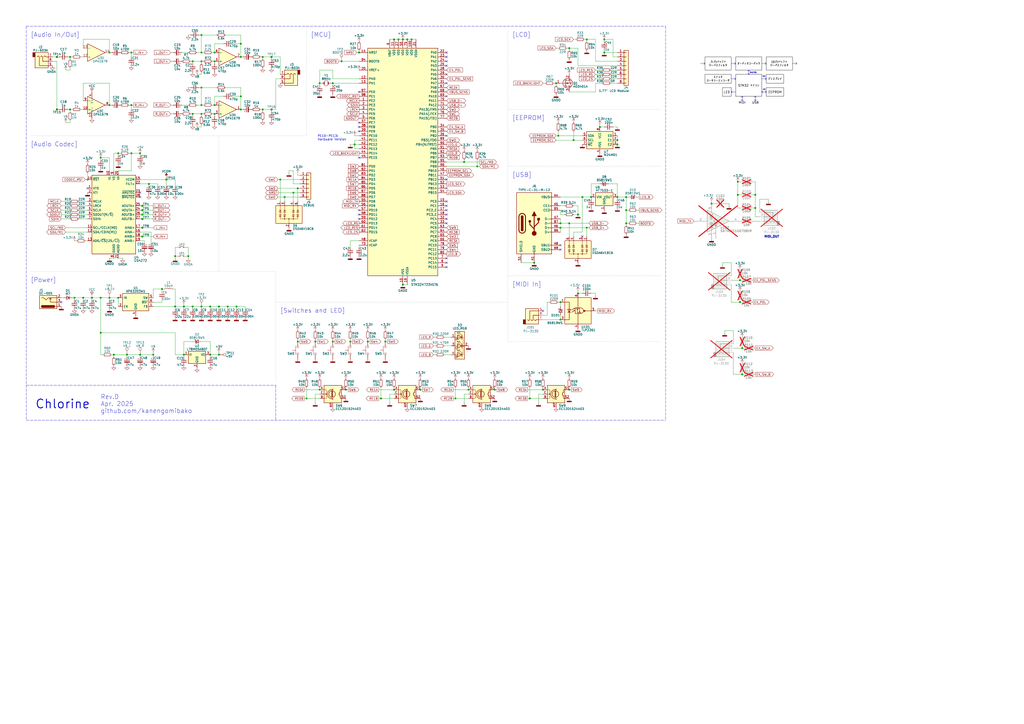
<source format=kicad_sch>
(kicad_sch (version 20250114) (generator "eeschema") (generator_version "9.0")
  (paper "A2")
  (lib_symbols
    (symbol "74xGxx:74LVC1G07"
      (property "Reference" "U" (at 0 7.62 0))
      (property "Value" "74LVC1G07" (at 3.81 -7.62 0))
      (symbol "74LVC1G07_1_1"
        (pin input line (at -15.24 0 0) (length 7.62) (name "~") (number "2"))
        (pin power_in line (at -5.08 10.16 270) (length 5.08) (name "VCC") (number "5"))
        (pin power_in line (at -5.08 -10.16 90) (length 5.08) (name "GND") (number "3"))
        (pin free line (at -2.54 -10.16 90) (length 6.35) (name "NC") (number "1"))
        (pin open_collector line (at 12.7 0 180) (length 7.62) (name "~") (number "4"))
      )
    )
    (symbol "Amplifier_Operational:TL074" (pin_names (offset 0.127))
      (property "Reference" "U" (at 0 5.08 0))
      (property "Value" "TL074" (at 0 -5.08 0))
      (symbol "TL074_1_1"
        (pin input line (at -7.62 2.54 0) (length 2.54) (name "+") (number "3"))
        (pin input line (at -7.62 -2.54 0) (length 2.54) (name "-") (number "2"))
        (pin output line (at 7.62 0 180) (length 2.54) (name "~") (number "1"))
      )
      (symbol "TL074_2_1"
        (pin input line (at -7.62 2.54 0) (length 2.54) (name "+") (number "5"))
        (pin input line (at -7.62 -2.54 0) (length 2.54) (name "-") (number "6"))
        (pin output line (at 7.62 0 180) (length 2.54) (name "~") (number "7"))
      )
      (symbol "TL074_3_1"
        (pin input line (at -7.62 2.54 0) (length 2.54) (name "+") (number "10"))
        (pin input line (at -7.62 -2.54 0) (length 2.54) (name "-") (number "9"))
        (pin output line (at 7.62 0 180) (length 2.54) (name "~") (number "8"))
      )
      (symbol "TL074_4_1"
        (pin input line (at -7.62 2.54 0) (length 2.54) (name "+") (number "12"))
        (pin input line (at -7.62 -2.54 0) (length 2.54) (name "-") (number "13"))
        (pin output line (at 7.62 0 180) (length 2.54) (name "~") (number "14"))
      )
      (symbol "TL074_5_1"
        (pin power_in line (at -2.54 7.62 270) (length 3.81) (name "V+") (number "4"))
        (pin power_in line (at -2.54 -7.62 90) (length 3.81) (name "V-") (number "11"))
      )
    )
    (symbol "Audio:CS4272"
      (property "Reference" "U" (at -12.7 24.13 0))
      (property "Value" "CS4272" (at 5.08 -24.13 0))
      (symbol "CS4272_1_1"
        (pin input line (at -15.24 20.32 0) (length 2.54) (name "~{RST}") (number "14"))
        (pin output line (at -15.24 15.24 0) (length 2.54) (name "XT0") (number "1"))
        (pin input line (at -15.24 12.7 0) (length 2.54) (name "XTI") (number "2"))
        (pin bidirectional line (at -15.24 7.62 0) (length 2.54) (name "MCLK") (number "3"))
        (pin bidirectional line (at -15.24 5.08 0) (length 2.54) (name "LRCK") (number "4"))
        (pin bidirectional line (at -15.24 2.54 0) (length 2.54) (name "SCLK") (number "5"))
        (pin output line (at -15.24 0 0) (length 2.54) (name "SDOUT(M/~{S})") (number "6"))
        (pin input line (at -15.24 -2.54 0) (length 2.54) (name "SDIN") (number "7"))
        (pin input line (at -15.24 -7.62 0) (length 2.54) (name "SCL/CCLK(M0)") (number "11"))
        (pin bidirectional line (at -15.24 -10.16 0) (length 2.54) (name "SDA/CDIN(M1)") (number "12"))
        (pin input line (at -15.24 -15.24 0) (length 2.54) (name "AD0/~{CS}(I2S/~{LJ})") (number "13"))
        (pin power_in line (at -2.54 25.4 270) (length 2.54) (name "VL") (number "10"))
        (pin power_in line (at 0 25.4 270) (length 2.54) (name "VD") (number "9"))
        (pin power_in line (at 0 -25.4 90) (length 2.54) (name "DGND") (number "8"))
        (pin power_in line (at 2.54 25.4 270) (length 2.54) (name "VA") (number "20"))
        (pin power_in line (at 2.54 -25.4 90) (length 2.54) (name "AGND") (number "21"))
        (pin output line (at 15.24 20.32 180) (length 2.54) (name "VCOM") (number "15"))
        (pin output line (at 15.24 17.78 180) (length 2.54) (name "FILT+") (number "22"))
        (pin output line (at 15.24 12.7 180) (length 2.54) (name "~{AMUTEC}") (number "23"))
        (pin output line (at 15.24 10.16 180) (length 2.54) (name "~{BMUTEC}") (number "28"))
        (pin output line (at 15.24 5.08 180) (length 2.54) (name "AOUTA+") (number "25"))
        (pin output line (at 15.24 2.54 180) (length 2.54) (name "AOUTA-") (number "24"))
        (pin output line (at 15.24 0 180) (length 2.54) (name "AOUTB+") (number "26"))
        (pin output line (at 15.24 -2.54 180) (length 2.54) (name "AOUTB-") (number "27"))
        (pin input line (at 15.24 -7.62 180) (length 2.54) (name "AINA+") (number "17"))
        (pin input line (at 15.24 -10.16 180) (length 2.54) (name "AINA-") (number "16"))
        (pin input line (at 15.24 -12.7 180) (length 2.54) (name "AINB+") (number "18"))
        (pin input line (at 15.24 -15.24 180) (length 2.54) (name "AINB-") (number "19"))
      )
    )
    (symbol "Connector:Barrel_Jack_Switch" (pin_names (hide yes))
      (property "Reference" "J" (at 0 5.334 0))
      (property "Value" "Barrel_Jack_Switch" (at 0 -5.08 0))
      (symbol "Barrel_Jack_Switch_1_1"
        (pin passive line (at 7.62 2.54 180) (length 2.54) (name "~") (number "1"))
        (pin passive line (at 7.62 0 180) (length 2.54) (name "~") (number "3"))
        (pin passive line (at 7.62 -2.54 180) (length 2.54) (name "~") (number "2"))
      )
    )
    (symbol "Connector:TestPoint" (pin_numbers (hide yes)) (pin_names (offset 0.762) (hide yes))
      (property "Reference" "TP" (at 0 6.858 0))
      (property "Value" "TestPoint" (at 0 5.08 0))
      (symbol "TestPoint_1_1"
        (pin passive line (at 0 0 90) (length 2.54) (name "1") (number "1"))
      )
    )
    (symbol "Connector:TestPoint_Small" (pin_numbers (hide yes)) (pin_names (offset 0.762) (hide yes))
      (property "Reference" "TP" (at 0 3.81 0))
      (property "Value" "TestPoint_Small" (at 0 2.032 0))
      (symbol "TestPoint_Small_1_1"
        (pin passive line (at 0 0 90) (length 0) (name "1") (number "1"))
      )
    )
    (symbol "Connector:USB_C_Receptacle_USB2.0_16P" (pin_names (offset 1.016))
      (property "Reference" "J" (at 0 22.225 0))
      (property "Value" "USB_C_Receptacle_USB2.0_16P" (at 0 19.685 0))
      (symbol "USB_C_Receptacle_USB2.0_16P_1_1"
        (pin passive line (at -7.62 -22.86 90) (length 5.08) (name "SHIELD") (number "S1"))
        (pin passive line (at 0 -22.86 90) (length 5.08) (name "GND") (number "A1"))
        (pin passive line (at 0 -22.86 90) (length 5.08) (hide yes) (name "GND") (number "A12"))
        (pin passive line (at 0 -22.86 90) (length 5.08) (hide yes) (name "GND") (number "B1"))
        (pin passive line (at 0 -22.86 90) (length 5.08) (hide yes) (name "GND") (number "B12"))
        (pin passive line (at 15.24 15.24 180) (length 5.08) (name "VBUS") (number "A4"))
        (pin passive line (at 15.24 15.24 180) (length 5.08) (hide yes) (name "VBUS") (number "A9"))
        (pin passive line (at 15.24 15.24 180) (length 5.08) (hide yes) (name "VBUS") (number "B4"))
        (pin passive line (at 15.24 15.24 180) (length 5.08) (hide yes) (name "VBUS") (number "B9"))
        (pin bidirectional line (at 15.24 10.16 180) (length 5.08) (name "CC1") (number "A5"))
        (pin bidirectional line (at 15.24 7.62 180) (length 5.08) (name "CC2") (number "B5"))
        (pin bidirectional line (at 15.24 2.54 180) (length 5.08) (name "D-") (number "A7"))
        (pin bidirectional line (at 15.24 0 180) (length 5.08) (name "D-") (number "B7"))
        (pin bidirectional line (at 15.24 -2.54 180) (length 5.08) (name "D+") (number "A6"))
        (pin bidirectional line (at 15.24 -5.08 180) (length 5.08) (name "D+") (number "B6"))
        (pin bidirectional line (at 15.24 -12.7 180) (length 5.08) (name "SBU1") (number "A8"))
        (pin bidirectional line (at 15.24 -15.24 180) (length 5.08) (name "SBU2") (number "B8"))
      )
    )
    (symbol "Connector_Audio:AudioJack3"
      (property "Reference" "J" (at 0 8.89 0))
      (property "Value" "AudioJack3" (at 0 6.35 0))
      (symbol "AudioJack3_1_1"
        (pin passive line (at 5.08 2.54 180) (length 2.54) (name "~") (number "S"))
        (pin passive line (at 5.08 0 180) (length 2.54) (name "~") (number "R"))
        (pin passive line (at 5.08 -2.54 180) (length 2.54) (name "~") (number "T"))
      )
    )
    (symbol "Connector_Generic:Conn_01x06" (pin_names (offset 1.016) (hide yes))
      (property "Reference" "J" (at 0 7.62 0))
      (property "Value" "Conn_01x06" (at 0 -10.16 0))
      (symbol "Conn_01x06_1_1"
        (pin passive line (at -5.08 5.08 0) (length 3.81) (name "Pin_1") (number "1"))
        (pin passive line (at -5.08 2.54 0) (length 3.81) (name "Pin_2") (number "2"))
        (pin passive line (at -5.08 0 0) (length 3.81) (name "Pin_3") (number "3"))
        (pin passive line (at -5.08 -2.54 0) (length 3.81) (name "Pin_4") (number "4"))
        (pin passive line (at -5.08 -5.08 0) (length 3.81) (name "Pin_5") (number "5"))
        (pin passive line (at -5.08 -7.62 0) (length 3.81) (name "Pin_6") (number "6"))
      )
    )
    (symbol "Connector_Generic:Conn_01x08" (pin_names (offset 1.016) (hide yes))
      (property "Reference" "J" (at 0 10.16 0))
      (property "Value" "Conn_01x08" (at 0 -12.7 0))
      (symbol "Conn_01x08_1_1"
        (pin passive line (at -5.08 7.62 0) (length 3.81) (name "Pin_1") (number "1"))
        (pin passive line (at -5.08 5.08 0) (length 3.81) (name "Pin_2") (number "2"))
        (pin passive line (at -5.08 2.54 0) (length 3.81) (name "Pin_3") (number "3"))
        (pin passive line (at -5.08 0 0) (length 3.81) (name "Pin_4") (number "4"))
        (pin passive line (at -5.08 -2.54 0) (length 3.81) (name "Pin_5") (number "5"))
        (pin passive line (at -5.08 -5.08 0) (length 3.81) (name "Pin_6") (number "6"))
        (pin passive line (at -5.08 -7.62 0) (length 3.81) (name "Pin_7") (number "7"))
        (pin passive line (at -5.08 -10.16 0) (length 3.81) (name "Pin_8") (number "8"))
      )
    )
    (symbol "Device:C_Polarized_Small" (pin_numbers (hide yes)) (pin_names (offset 0.254) (hide yes))
      (property "Reference" "C" (at 0.254 1.778 0))
      (property "Value" "C_Polarized_Small" (at 0.254 -2.032 0))
      (symbol "C_Polarized_Small_1_1"
        (pin passive line (at 0 2.54 270) (length 1.8542) (name "~") (number "1"))
        (pin passive line (at 0 -2.54 90) (length 1.8542) (name "~") (number "2"))
      )
    )
    (symbol "Device:C_Small" (pin_numbers (hide yes)) (pin_names (offset 0.254) (hide yes))
      (property "Reference" "C" (at 0.254 1.778 0))
      (property "Value" "C_Small" (at 0.254 -2.032 0))
      (symbol "C_Small_1_1"
        (pin passive line (at 0 2.54 270) (length 2.032) (name "~") (number "1"))
        (pin passive line (at 0 -2.54 90) (length 2.032) (name "~") (number "2"))
      )
    )
    (symbol "Device:Crystal_Small" (pin_numbers (hide yes)) (pin_names (offset 1.016) (hide yes))
      (property "Reference" "Y" (at 0 2.54 0))
      (property "Value" "Crystal_Small" (at 0 -2.54 0))
      (symbol "Crystal_Small_1_1"
        (pin passive line (at -2.54 0 0) (length 1.27) (name "1") (number "1"))
        (pin passive line (at 2.54 0 180) (length 1.27) (name "2") (number "2"))
      )
    )
    (symbol "Device:D_Schottky_Small" (pin_numbers (hide yes)) (pin_names (offset 0.254) (hide yes))
      (property "Reference" "D" (at -1.27 2.032 0))
      (property "Value" "D_Schottky_Small" (at -7.112 -2.032 0))
      (symbol "D_Schottky_Small_1_1"
        (pin passive line (at -2.54 0 0) (length 1.778) (name "K") (number "1"))
        (pin passive line (at 2.54 0 180) (length 1.778) (name "A") (number "2"))
      )
    )
    (symbol "Device:D_Small" (pin_numbers (hide yes)) (pin_names (offset 0.254) (hide yes))
      (property "Reference" "D" (at -1.27 2.032 0))
      (property "Value" "D_Small" (at -3.81 -2.032 0))
      (symbol "D_Small_1_1"
        (pin passive line (at -2.54 0 0) (length 1.778) (name "K") (number "1"))
        (pin passive line (at 2.54 0 180) (length 1.778) (name "A") (number "2"))
      )
    )
    (symbol "Device:LED_RGBK" (pin_names (offset 0) (hide yes))
      (property "Reference" "D3" (at 0 12.065 0))
      (property "Value" "LED_RGB" (at 0 10.16 0))
      (symbol "LED_RGBK_0_0"
        (text "R" (at 1.905 3.81 0) (effects (font (size 1.27 1.27))))
        (text "G" (at 1.905 -1.27 0) (effects (font (size 1.27 1.27))))
        (text "B" (at 1.905 -6.35 0) (effects (font (size 1.27 1.27))))
      )
      (symbol "LED_RGBK_1_1"
        (pin passive line (at -5.08 0 0) (length 2.54) (name "K") (number "2"))
        (pin passive line (at 5.08 5.08 180) (length 2.54) (name "RA") (number "1"))
        (pin passive line (at 5.08 0 180) (length 2.54) (name "GA") (number "3"))
        (pin passive line (at 5.08 -5.08 180) (length 2.54) (name "BA") (number "4"))
      )
    )
    (symbol "Device:L_Small" (pin_numbers (hide yes)) (pin_names (offset 0.254) (hide yes))
      (property "Reference" "L" (at 0.762 1.016 0))
      (property "Value" "L_Small" (at 0.762 -1.016 0))
      (symbol "L_Small_1_1"
        (pin passive line (at 0 2.54 270) (length 0.508) (name "~") (number "1"))
        (pin passive line (at 0 -2.54 90) (length 0.508) (name "~") (number "2"))
      )
    )
    (symbol "Device:R_Small" (pin_numbers (hide yes)) (pin_names (offset 0.254) (hide yes))
      (property "Reference" "R" (at 0.762 0.508 0))
      (property "Value" "R_Small" (at 0.762 -1.016 0))
      (symbol "R_Small_1_1"
        (pin passive line (at 0 2.54 270) (length 0.762) (name "~") (number "1"))
        (pin passive line (at 0 -2.54 90) (length 0.762) (name "~") (number "2"))
      )
    )
    (symbol "Device:RotaryEncoder_Switch_MP" (pin_names (offset 0.254) (hide yes))
      (property "Reference" "SW" (at 0 8.89 0))
      (property "Value" "RotaryEncoder_Switch_MP" (at 0 6.35 0))
      (symbol "RotaryEncoder_Switch_MP_1_1"
        (pin passive line (at -7.62 2.54 0) (length 2.54) (name "A") (number "A"))
        (pin passive line (at -7.62 0 0) (length 2.54) (name "C") (number "C"))
        (pin passive line (at -7.62 -2.54 0) (length 2.54) (name "B") (number "B"))
        (pin passive line (at 0 -7.62 90) (length 2.54) (name "MP") (number "MP"))
        (pin passive line (at 7.62 2.54 180) (length 2.54) (name "S1") (number "S1"))
        (pin passive line (at 7.62 -2.54 180) (length 2.54) (name "S2") (number "S2"))
      )
    )
    (symbol "GNDA_16" (power) (pin_numbers (hide yes)) (pin_names (offset 0) (hide yes))
      (property "Value" "GNDA" (at 0 -3.81 0))
      (symbol "GNDA_16_1_1"
        (pin power_in line (at 0 0 270) (length 0) (name "~") (number "1"))
      )
    )
    (symbol "GNDA_17" (power) (pin_numbers (hide yes)) (pin_names (offset 0) (hide yes))
      (property "Value" "GNDA" (at 0 -3.81 0))
      (symbol "GNDA_17_1_1"
        (pin power_in line (at 0 0 270) (length 0) (name "~") (number "1"))
      )
    )
    (symbol "GNDA_18" (power) (pin_numbers (hide yes)) (pin_names (offset 0) (hide yes))
      (property "Value" "GNDA" (at 0 -3.81 0))
      (symbol "GNDA_18_1_1"
        (pin power_in line (at 0 0 270) (length 0) (name "~") (number "1"))
      )
    )
    (symbol "GNDA_2" (power) (pin_numbers (hide yes)) (pin_names (offset 0) (hide yes))
      (property "Value" "GNDA" (at 0 -3.81 0))
      (symbol "GNDA_2_1_1"
        (pin power_in line (at 0 0 270) (length 0) (name "~") (number "1"))
      )
    )
    (symbol "GNDA_20" (power) (pin_numbers (hide yes)) (pin_names (offset 0) (hide yes))
      (property "Value" "GNDA" (at 0 -3.81 0))
      (symbol "GNDA_20_1_1"
        (pin power_in line (at 0 0 270) (length 0) (name "~") (number "1"))
      )
    )
    (symbol "GNDA_22" (power) (pin_numbers (hide yes)) (pin_names (offset 0) (hide yes))
      (property "Value" "GNDA" (at 0 -3.81 0))
      (symbol "GNDA_22_1_1"
        (pin power_in line (at 0 0 270) (length 0) (name "~") (number "1"))
      )
    )
    (symbol "GNDA_23" (power) (pin_numbers (hide yes)) (pin_names (offset 0) (hide yes))
      (property "Value" "GNDA" (at 0 -3.81 0))
      (symbol "GNDA_23_1_1"
        (pin power_in line (at 0 0 270) (length 0) (name "~") (number "1"))
      )
    )
    (symbol "GNDA_25" (power) (pin_numbers (hide yes)) (pin_names (offset 0) (hide yes))
      (property "Value" "GNDA" (at 0 -3.81 0))
      (symbol "GNDA_25_1_1"
        (pin power_in line (at 0 0 270) (length 0) (name "~") (number "1"))
      )
    )
    (symbol "GNDA_3" (power) (pin_numbers (hide yes)) (pin_names (offset 0) (hide yes))
      (property "Value" "GNDA" (at 0 -3.81 0))
      (symbol "GNDA_3_1_1"
        (pin power_in line (at 0 0 270) (length 0) (name "~") (number "1"))
      )
    )
    (symbol "GNDA_4" (power) (pin_numbers (hide yes)) (pin_names (offset 0) (hide yes))
      (property "Value" "GNDA" (at 0 -3.81 0))
      (symbol "GNDA_4_1_1"
        (pin power_in line (at 0 0 270) (length 0) (name "~") (number "1"))
      )
    )
    (symbol "GNDA_5" (power) (pin_numbers (hide yes)) (pin_names (offset 0) (hide yes))
      (property "Value" "GNDA" (at 0 -3.81 0))
      (symbol "GNDA_5_1_1"
        (pin power_in line (at 0 0 270) (length 0) (name "~") (number "1"))
      )
    )
    (symbol "GNDD_1" (power) (pin_numbers (hide yes)) (pin_names (offset 0) (hide yes))
      (property "Value" "GNDD" (at 0 -3.175 0))
      (symbol "GNDD_1_1_1"
        (pin power_in line (at 0 0 270) (length 0) (name "~") (number "1"))
      )
    )
    (symbol "GNDD_7" (power) (pin_numbers (hide yes)) (pin_names (offset 0) (hide yes))
      (property "Value" "GNDD" (at 0 -3.175 0))
      (symbol "GNDD_7_1_1"
        (pin power_in line (at 0 0 270) (length 0) (name "~") (number "1"))
      )
    )
    (symbol "GNDD_8" (power) (pin_numbers (hide yes)) (pin_names (offset 0) (hide yes))
      (property "Value" "GNDD" (at 0 -3.175 0))
      (symbol "GNDD_8_1_1"
        (pin power_in line (at 0 0 270) (length 0) (name "~") (number "1"))
      )
    )
    (symbol "Isolator:TLP2761" (pin_names (offset 1.016) (hide yes))
      (property "Reference" "U" (at -7.112 8.89 0))
      (property "Value" "TLP2761" (at 1.016 9.144 0))
      (symbol "TLP2761_1_1"
        (pin passive line (at -10.16 5.08 0) (length 2.54) (name "A") (number "1"))
        (pin passive line (at -10.16 -5.08 0) (length 2.54) (name "K") (number "3"))
        (pin no_connect line (at -7.62 0 0) (length 2.54) (hide yes) (name "NC") (number "2"))
        (pin power_in line (at 0 10.16 270) (length 2.54) (name "VDD") (number "6"))
        (pin power_in line (at 0 -10.16 90) (length 2.54) (name "GND") (number "4"))
        (pin output line (at 10.16 0 180) (length 2.54) (name "VO") (number "5"))
      )
    )
    (symbol "MCU_ST_STM32H7:STM32H723VGTx"
      (property "Reference" "U" (at -20.32 67.31 0))
      (property "Value" "STM32H723VGTx" (at 10.16 67.31 0))
      (symbol "STM32H723VGTx_1_1"
        (pin input line (at -25.4 63.5 0) (length 5.08) (name "NRST") (number "14"))
        (pin input line (at -25.4 58.42 0) (length 5.08) (name "BOOT0") (number "94"))
        (pin input line (at -25.4 53.34 0) (length 5.08) (name "VREF+") (number "20"))
        (pin bidirectional line (at -25.4 48.26 0) (length 5.08) (name "PH0") (number "12"))
        (pin bidirectional line (at -25.4 45.72 0) (length 5.08) (name "PH1") (number "13"))
        (pin bidirectional line (at -25.4 40.64 0) (length 5.08) (name "PE0") (number "97"))
        (pin bidirectional line (at -25.4 38.1 0) (length 5.08) (name "PE1") (number "98"))
        (pin bidirectional line (at -25.4 35.56 0) (length 5.08) (name "PE2") (number "1"))
        (pin bidirectional line (at -25.4 33.02 0) (length 5.08) (name "PE3") (number "2"))
        (pin bidirectional line (at -25.4 30.48 0) (length 5.08) (name "PE4") (number "3"))
        (pin bidirectional line (at -25.4 27.94 0) (length 5.08) (name "PE5") (number "4"))
        (pin bidirectional line (at -25.4 25.4 0) (length 5.08) (name "PE6") (number "5"))
        (pin bidirectional line (at -25.4 22.86 0) (length 5.08) (name "PE7") (number "37"))
        (pin bidirectional line (at -25.4 20.32 0) (length 5.08) (name "PE8") (number "38"))
        (pin bidirectional line (at -25.4 17.78 0) (length 5.08) (name "PE9") (number "39"))
        (pin bidirectional line (at -25.4 15.24 0) (length 5.08) (name "PE10") (number "40"))
        (pin bidirectional line (at -25.4 12.7 0) (length 5.08) (name "PE11") (number "41"))
        (pin bidirectional line (at -25.4 10.16 0) (length 5.08) (name "PE12") (number "42"))
        (pin bidirectional line (at -25.4 7.62 0) (length 5.08) (name "PE13") (number "43"))
        (pin bidirectional line (at -25.4 5.08 0) (length 5.08) (name "PE14") (number "44"))
        (pin bidirectional line (at -25.4 2.54 0) (length 5.08) (name "PE15") (number "45"))
        (pin bidirectional line (at -25.4 -2.54 0) (length 5.08) (name "PD0") (number "81"))
        (pin bidirectional line (at -25.4 -5.08 0) (length 5.08) (name "PD1") (number "82"))
        (pin bidirectional line (at -25.4 -7.62 0) (length 5.08) (name "PD2") (number "83"))
        (pin bidirectional line (at -25.4 -10.16 0) (length 5.08) (name "PD3") (number "84"))
        (pin bidirectional line (at -25.4 -12.7 0) (length 5.08) (name "PD4") (number "85"))
        (pin bidirectional line (at -25.4 -15.24 0) (length 5.08) (name "PD5") (number "86"))
        (pin bidirectional line (at -25.4 -17.78 0) (length 5.08) (name "PD6") (number "87"))
        (pin bidirectional line (at -25.4 -20.32 0) (length 5.08) (name "PD7") (number "88"))
        (pin bidirectional line (at -25.4 -22.86 0) (length 5.08) (name "PD8") (number "55"))
        (pin bidirectional line (at -25.4 -25.4 0) (length 5.08) (name "PD9") (number "56"))
        (pin bidirectional line (at -25.4 -27.94 0) (length 5.08) (name "PD10") (number "57"))
        (pin bidirectional line (at -25.4 -30.48 0) (length 5.08) (name "PD11") (number "58"))
        (pin bidirectional line (at -25.4 -33.02 0) (length 5.08) (name "PD12") (number "59"))
        (pin bidirectional line (at -25.4 -35.56 0) (length 5.08) (name "PD13") (number "60"))
        (pin bidirectional line (at -25.4 -38.1 0) (length 5.08) (name "PD14") (number "61"))
        (pin bidirectional line (at -25.4 -40.64 0) (length 5.08) (name "PD15") (number "62"))
        (pin power_out line (at -25.4 -45.72 0) (length 5.08) (name "VCAP") (number "48"))
        (pin power_out line (at -25.4 -48.26 0) (length 5.08) (name "VCAP") (number "73"))
        (pin power_in line (at -7.62 71.12 270) (length 5.08) (name "VBAT") (number "6"))
        (pin power_in line (at -5.08 71.12 270) (length 5.08) (name "VDD") (number "11"))
        (pin power_in line (at -2.54 71.12 270) (length 5.08) (name "VDD") (number "27"))
        (pin power_in line (at 0 71.12 270) (length 5.08) (name "VDD") (number "50"))
        (pin power_in line (at 0 -71.12 90) (length 5.08) (name "VSS") (number "10"))
        (pin passive line (at 0 -71.12 90) (length 5.08) (hide yes) (name "VSS") (number "26"))
        (pin passive line (at 0 -71.12 90) (length 5.08) (hide yes) (name "VSS") (number "49"))
        (pin passive line (at 0 -71.12 90) (length 5.08) (hide yes) (name "VSS") (number "74"))
        (pin passive line (at 0 -71.12 90) (length 5.08) (hide yes) (name "VSS") (number "99"))
        (pin power_in line (at 2.54 71.12 270) (length 5.08) (name "VDD") (number "75"))
        (pin power_in line (at 2.54 -71.12 90) (length 5.08) (name "VSSA") (number "19"))
        (pin power_in line (at 5.08 71.12 270) (length 5.08) (name "VDD") (number "100"))
        (pin power_in line (at 7.62 71.12 270) (length 5.08) (name "VDDA") (number "21"))
        (pin bidirectional line (at 25.4 63.5 180) (length 5.08) (name "PA0") (number "22"))
        (pin bidirectional line (at 25.4 60.96 180) (length 5.08) (name "PA1") (number "23"))
        (pin bidirectional line (at 25.4 58.42 180) (length 5.08) (name "PA2") (number "24"))
        (pin bidirectional line (at 25.4 55.88 180) (length 5.08) (name "PA3") (number "25"))
        (pin bidirectional line (at 25.4 53.34 180) (length 5.08) (name "PA4") (number "28"))
        (pin bidirectional line (at 25.4 50.8 180) (length 5.08) (name "PA5") (number "29"))
        (pin bidirectional line (at 25.4 48.26 180) (length 5.08) (name "PA6") (number "30"))
        (pin bidirectional line (at 25.4 45.72 180) (length 5.08) (name "PA7") (number "31"))
        (pin bidirectional line (at 25.4 43.18 180) (length 5.08) (name "PA8") (number "67"))
        (pin bidirectional line (at 25.4 40.64 180) (length 5.08) (name "PA9") (number "68"))
        (pin bidirectional line (at 25.4 38.1 180) (length 5.08) (name "PA10") (number "69"))
        (pin bidirectional line (at 25.4 35.56 180) (length 5.08) (name "PA11") (number "70"))
        (pin bidirectional line (at 25.4 33.02 180) (length 5.08) (name "PA12") (number "71"))
        (pin bidirectional line (at 25.4 30.48 180) (length 5.08) (name "PA13(JTMS") (number "72"))
        (pin bidirectional line (at 25.4 27.94 180) (length 5.08) (name "PA14(JTCK") (number "76"))
        (pin bidirectional line (at 25.4 25.4 180) (length 5.08) (name "PA15(JTDI)") (number "77"))
        (pin bidirectional line (at 25.4 20.32 180) (length 5.08) (name "PB0") (number "34"))
        (pin bidirectional line (at 25.4 17.78 180) (length 5.08) (name "PB1") (number "35"))
        (pin bidirectional line (at 25.4 15.24 180) (length 5.08) (name "PB2") (number "36"))
        (pin bidirectional line (at 25.4 12.7 180) (length 5.08) (name "PB3(JTDO") (number "89"))
        (pin bidirectional line (at 25.4 10.16 180) (length 5.08) (name "PB4(NJTRST)") (number "90"))
        (pin bidirectional line (at 25.4 7.62 180) (length 5.08) (name "PB5") (number "91"))
        (pin bidirectional line (at 25.4 5.08 180) (length 5.08) (name "PB6") (number "92"))
        (pin bidirectional line (at 25.4 2.54 180) (length 5.08) (name "PB7") (number "93"))
        (pin bidirectional line (at 25.4 0 180) (length 5.08) (name "PB8") (number "95"))
        (pin bidirectional line (at 25.4 -2.54 180) (length 5.08) (name "PB9") (number "96"))
        (pin bidirectional line (at 25.4 -5.08 180) (length 5.08) (name "PB10") (number "46"))
        (pin bidirectional line (at 25.4 -7.62 180) (length 5.08) (name "PB11") (number "47"))
        (pin bidirectional line (at 25.4 -10.16 180) (length 5.08) (name "PB12") (number "51"))
        (pin bidirectional line (at 25.4 -12.7 180) (length 5.08) (name "PB13") (number "52"))
        (pin bidirectional line (at 25.4 -15.24 180) (length 5.08) (name "PB14") (number "53"))
        (pin bidirectional line (at 25.4 -17.78 180) (length 5.08) (name "PB15") (number "54"))
        (pin bidirectional line (at 25.4 -22.86 180) (length 5.08) (name "PC0") (number "15"))
        (pin bidirectional line (at 25.4 -25.4 180) (length 5.08) (name "PC1") (number "16"))
        (pin bidirectional line (at 25.4 -27.94 180) (length 5.08) (name "PC2_C") (number "17"))
        (pin bidirectional line (at 25.4 -30.48 180) (length 5.08) (name "PC3_C") (number "18"))
        (pin bidirectional line (at 25.4 -33.02 180) (length 5.08) (name "PC4") (number "32"))
        (pin bidirectional line (at 25.4 -35.56 180) (length 5.08) (name "PC5") (number "33"))
        (pin bidirectional line (at 25.4 -38.1 180) (length 5.08) (name "PC6") (number "63"))
        (pin bidirectional line (at 25.4 -40.64 180) (length 5.08) (name "PC7") (number "64"))
        (pin bidirectional line (at 25.4 -43.18 180) (length 5.08) (name "PC8") (number "65"))
        (pin bidirectional line (at 25.4 -45.72 180) (length 5.08) (name "PC9") (number "66"))
        (pin bidirectional line (at 25.4 -48.26 180) (length 5.08) (name "PC10") (number "78"))
        (pin bidirectional line (at 25.4 -50.8 180) (length 5.08) (name "PC11") (number "79"))
        (pin bidirectional line (at 25.4 -53.34 180) (length 5.08) (name "PC12") (number "80"))
        (pin bidirectional line (at 25.4 -55.88 180) (length 5.08) (name "PC13") (number "7"))
        (pin bidirectional line (at 25.4 -58.42 180) (length 5.08) (name "PC14") (number "8"))
        (pin bidirectional line (at 25.4 -60.96 180) (length 5.08) (name "PC15") (number "9"))
      )
    )
    (symbol "Memory_EEPROM:M24C01-FMN"
      (property "Reference" "U" (at -6.35 6.35 0))
      (property "Value" "M24C01-FMN" (at 7.62 6.35 0))
      (symbol "M24C01-FMN_1_1"
        (pin input line (at -10.16 2.54 0) (length 2.54) (name "E0") (number "1"))
        (pin input line (at -10.16 0 0) (length 2.54) (name "E1") (number "2"))
        (pin input line (at -10.16 -2.54 0) (length 2.54) (name "E2") (number "3"))
        (pin power_in line (at 0 7.62 270) (length 2.54) (name "VCC") (number "8"))
        (pin power_in line (at 0 -7.62 90) (length 2.54) (name "VSS") (number "4"))
        (pin bidirectional line (at 10.16 2.54 180) (length 2.54) (name "SDA") (number "5"))
        (pin input line (at 10.16 0 180) (length 2.54) (name "SCL") (number "6"))
        (pin input line (at 10.16 -2.54 180) (length 2.54) (name "~{WC}") (number "7"))
      )
    )
    (symbol "Power_Protection:ESDA6V1BC6" (pin_names (hide yes))
      (property "Reference" "D" (at -2.54 -6.35 0))
      (property "Value" "ESDA6V1BC6" (at 1.27 -6.35 0))
      (symbol "ESDA6V1BC6_0_0"
        (pin passive line (at 0 -7.62 90) (length 2.54) (name "COM") (number "2"))
      )
      (symbol "ESDA6V1BC6_1_1"
        (pin passive line (at -5.08 7.62 270) (length 2.54) (name "TVS1") (number "1"))
        (pin passive line (at -2.54 7.62 270) (length 2.54) (name "TVS2") (number "3"))
        (pin passive line (at 0 -7.62 90) (length 2.54) (hide yes) (name "COM") (number "5"))
        (pin passive line (at 2.54 7.62 270) (length 2.54) (name "TVS3") (number "4"))
        (pin passive line (at 5.08 7.62 270) (length 2.54) (name "TVS4") (number "6"))
      )
    )
    (symbol "Regulator_Linear:HT75xx-1-SOT89"
      (property "Reference" "U" (at -5.08 -3.81 0))
      (property "Value" "HT75xx-1-SOT89" (at 0 6.35 0))
      (symbol "HT75xx-1-SOT89_1_1"
        (pin power_in line (at -7.62 2.54 0) (length 2.54) (name "VIN") (number "2"))
        (pin power_in line (at 0 -5.08 90) (length 2.54) (name "GND") (number "1"))
        (pin power_out line (at 7.62 2.54 180) (length 2.54) (name "VOUT") (number "3"))
      )
    )
    (symbol "Regulator_Linear:LM78M05_TO252" (pin_names (offset 0.254))
      (property "Reference" "U" (at -3.81 3.175 0))
      (property "Value" "LM78M05_TO252" (at 0 3.175 0))
      (symbol "LM78M05_TO252_1_1"
        (pin power_in line (at -7.62 0 0) (length 2.54) (name "VI") (number "1"))
        (pin power_in line (at 0 -7.62 90) (length 2.54) (name "GND") (number "2"))
        (pin power_out line (at 7.62 0 180) (length 2.54) (name "VO") (number "3"))
      )
    )
    (symbol "Regulator_Switching:AP63203WU"
      (property "Reference" "U" (at -7.62 6.35 0))
      (property "Value" "AP63203WU" (at 2.54 6.35 0))
      (symbol "AP63203WU_1_1"
        (pin power_in line (at -10.16 2.54 0) (length 2.54) (name "IN") (number "3"))
        (pin input line (at -10.16 -2.54 0) (length 2.54) (name "EN") (number "2"))
        (pin power_in line (at 0 -7.62 90) (length 2.54) (name "GND") (number "4"))
        (pin output line (at 10.16 2.54 180) (length 2.54) (name "SW") (number "5"))
        (pin passive line (at 10.16 0 180) (length 2.54) (name "BST") (number "6"))
        (pin input line (at 10.16 -2.54 180) (length 2.54) (name "FB") (number "1"))
      )
    )
    (symbol "Switch:SW_Push" (pin_numbers (hide yes)) (pin_names (offset 1.016) (hide yes))
      (property "Reference" "SW" (at 1.27 2.54 0))
      (property "Value" "SW_Push" (at 0 -1.524 0))
      (symbol "SW_Push_0_1"
        (pin passive line (at -5.08 0 0) (length 2.54) (name "1") (number "1"))
        (pin passive line (at 5.08 0 180) (length 2.54) (name "2") (number "2"))
      )
    )
    (symbol "Transistor_FET:AO3401A" (pin_names (hide yes))
      (property "Reference" "Q" (at 5.08 1.905 0))
      (property "Value" "AO3401A" (at 5.08 0 0))
      (symbol "AO3401A_1_1"
        (pin input line (at -5.08 0 0) (length 2.54) (name "G") (number "1"))
        (pin passive line (at 2.54 5.08 270) (length 2.54) (name "D") (number "3"))
        (pin passive line (at 2.54 -5.08 90) (length 2.54) (name "S") (number "2"))
      )
    )
    (symbol "myLib:Jumper_2_Bridged_small" (pin_numbers (hide yes)) (pin_names (offset 0) (hide yes))
      (property "Reference" "JP" (at 0 1.905 0))
      (property "Value" "Jumper_2_Bridged" (at 0 -2.54 0))
      (symbol "Jumper_2_Bridged_small_1_1"
        (pin passive line (at -2.54 0 0) (length 1.27) (name "A") (number "1"))
        (pin passive line (at 2.54 0 180) (length 1.27) (name "B") (number "2"))
      )
    )
    (symbol "myLib:VB" (power) (pin_names (offset 0))
      (property "Value" "VB" (at 0 3.556 0))
      (symbol "VB_1_1"
        (pin power_in line (at 0 0 90) (length 0) (hide yes) (name "VB") (number "1"))
      )
    )
    (symbol "myLib:VCC" (power) (pin_names (offset 0))
      (property "Value" "VCC" (at 0 3.556 0))
      (symbol "VCC_1_1"
        (pin power_in line (at 0 0 90) (length 0) (hide yes) (name "VCC") (number "1"))
      )
    )
    (symbol "power:+3.3V" (power) (pin_names (offset 0))
      (property "Value" "+3.3V" (at 0 3.556 0))
      (symbol "+3.3V_1_1"
        (pin power_in line (at 0 0 90) (length 0) (hide yes) (name "+3.3V") (number "1"))
      )
    )
    (symbol "power:+5V" (power) (pin_numbers (hide yes)) (pin_names (offset 0) (hide yes))
      (property "Value" "+5V" (at 0 3.556 0))
      (symbol "+5V_1_1"
        (pin power_in line (at 0 0 90) (length 0) (name "~") (number "1"))
      )
    )
    (symbol "power:GNDA" (power) (pin_names (offset 0))
      (property "Value" "GNDA" (at 0 -3.81 0))
      (symbol "GNDA_1_1"
        (pin power_in line (at 0 0 270) (length 0) (hide yes) (name "GNDA") (number "1"))
      )
    )
    (symbol "power:GNDD" (power) (pin_names (offset 0))
      (property "Value" "GNDD" (at 0 -3.175 0))
      (symbol "GNDD_1_1"
        (pin power_in line (at 0 0 270) (length 0) (hide yes) (name "GNDD") (number "1"))
      )
    )
    (symbol "power:VCOM" (power) (pin_numbers (hide yes)) (pin_names (offset 0) (hide yes))
      (property "Value" "VCOM" (at 0 3.556 0))
      (symbol "VCOM_1_1"
        (pin power_in line (at 0 0 90) (length 0) (name "~") (number "1"))
      )
    )
  )
  (rectangle (start 426.72 43.18) (end 441.96 55.88) (stroke (width 0) (color 0 0 0 1)))
  (rectangle (start 444.5 50.8) (end 454.66 55.88) (stroke (width 0) (color 0 0 0 1)))
  (rectangle (start 444.5 43.18) (end 454.66 48.26) (stroke (width 0) (color 0 0 0 1)))
  (rectangle (start 426.72 33.02) (end 441.96 40.64) (stroke (width 0) (color 0 0 0 1)))
  (rectangle (start 408.94 43.18) (end 424.18 48.26) (stroke (width 0) (color 0 0 0 1)))
  (rectangle (start 444.5 33.02) (end 459.74 40.64) (stroke (width 0) (color 0 0 0 1)))
  (rectangle (start 408.94 33.02) (end 424.18 40.64) (stroke (width 0) (color 0 0 0 1)))
  (rectangle (start 419.1 50.8) (end 424.18 55.88) (stroke (width 0) (color 0 0 0 1)))
  (text "[Power]" (at 17.78 162.56 0) (effects (font (size 2.54 2.54)) (justify left)))
  (text "I2C" (at 443.23 52.07 0) (effects (font (size 0.635 0.635))))
  (text "Chlorine" (at 20.32 237.49 0) (effects (font (size 5.08 5.08) (thickness 0.508) (bold yes)) (justify left bottom)))
  (text "[MIDI In]" (at 297.18 165.1 0) (effects (font (size 2.54 2.54)) (justify left)))
  (text "MIDI_OUT" (at 443.23 138.1125 0) (effects (font (size 1.27 1.27) (thickness 0.508) (bold yes)) (justify left bottom)))
  (text "SAI(I2S)" (at 434.975 42.2275 0) (effects (font (size 0.635 0.635)) (justify left)))
  (text "出力バッファ\nローパスフィルタ" (at 452.12 37.1475 0) (effects (font (size 1.27 1.27))))
  (text "STM32 マイコン" (at 434.34 49.8475 0) (effects (font (size 1.27 1.27))))
  (text "[LCD]" (at 297.18 20.32 0) (effects (font (size 2.54 2.54)) (justify left)))
  (text "オーディオコーデック" (at 434.34 37.1475 0) (effects (font (size 1.27 1.27))))
  (text "EEPROM" (at 449.58 53.6575 0) (effects (font (size 1.27 1.27))))
  (text "LED" (at 421.64 53.6575 0) (effects (font (size 1.27 1.27))))
  (text "Rev.D\nApr. 2025\ngithub.com/kanengomibako" (at 58.42 240.03 0) (effects (font (size 2.54 2.54)) (justify left bottom)))
  (text "スイッチ\nロータリーエンコーダ" (at 416.56 46.0375 0) (effects (font (size 1.27 1.27))))
  (text "ディスプレイ" (at 449.58 46.0375 0) (effects (font (size 1.27 1.27))))
  (text "[Switches and LED]" (at 162.56 180.34 0) (effects (font (size 2.54 2.54)) (justify left)))
  (text "SPI" (at 443.23 44.45 0) (effects (font (size 0.635 0.635))))
  (text "USB" (at 438.15 59.69 0) (effects (font (size 1.27 1.27))))
  (text "[MCU]" (at 180.34 20.32 0) (effects (font (size 2.54 2.54)) (justify left)))
  (text "MIDI" (at 430.53 59.69 0) (effects (font (size 1.27 1.27))))
  (text "入力バッファ\nローパスフィルタ" (at 416.56 37.1475 0) (effects (font (size 1.27 1.27))))
  (text "[EEPROM]" (at 297.18 68.58 0) (effects (font (size 2.54 2.54)) (justify left)))
  (text "[Audio In/Out]" (at 17.78 20.32 0) (effects (font (size 2.54 2.54)) (justify left)))
  (text "[Audio Codec]" (at 17.78 83.82 0) (effects (font (size 2.54 2.54)) (justify left)))
  (text "[USB]" (at 297.18 101.6 0) (effects (font (size 2.54 2.54)) (justify left)))
  (text "PE10-PE13:\nHardware Version" (at 184.15 80.01 0) (effects (font (size 1.27 1.27)) (justify left)))
  (junction (at 40.64 33.02))
  (junction (at 264.16 231.14))
  (junction (at 276.86 96.52))
  (junction (at 228.6 226.06))
  (junction (at 116.84 35.56))
  (junction (at 101.6 177.8))
  (junction (at 363.22 114.3))
  (junction (at 205.74 83.82))
  (junction (at 33.02 63.5))
  (junction (at 116.84 60.96))
  (junction (at 157.48 33.02))
  (junction (at 335.28 124.46))
  (junction (at 152.4 63.5))
  (junction (at 116.84 177.8))
  (junction (at 111.76 177.8))
  (junction (at 363.22 129.54))
  (junction (at 208.28 30.48))
  (junction (at 325.12 129.54))
  (junction (at 340.36 22.86))
  (junction (at 330.2 226.06))
  (junction (at 43.18 172.72))
  (junction (at 287.02 226.06))
  (junction (at 50.8 104.14))
  (junction (at 68.58 88.9))
  (junction (at 337.82 114.3))
  (junction (at 429.26 175.26))
  (junction (at 63.5 172.72))
  (junction (at 170.18 111.76))
  (junction (at 58.42 91.44))
  (junction (at 172.72 109.22))
  (junction (at 332.74 81.28))
  (junction (at 116.84 30.48))
  (junction (at 152.4 33.02))
  (junction (at 106.68 205.74))
  (junction (at 58.42 193.04))
  (junction (at 82.55 132.08))
  (junction (at 325.12 132.08))
  (junction (at 139.7 55.88))
  (junction (at 132.08 177.8))
  (junction (at 185.42 48.26))
  (junction (at 76.2 88.9))
  (junction (at 429.26 162.56))
  (junction (at 81.28 205.74))
  (junction (at 124.46 60.96))
  (junction (at 342.9 114.3))
  (junction (at 68.58 172.72))
  (junction (at 109.22 148.59))
  (junction (at 200.66 226.06))
  (junction (at 177.8 231.14))
  (junction (at 307.34 231.14))
  (junction (at 111.76 35.56))
  (junction (at 185.42 226.06))
  (junction (at 325.12 185.42))
  (junction (at 127 205.74))
  (junction (at 82.55 127))
  (junction (at 347.98 73.66))
  (junction (at 40.64 63.5))
  (junction (at 137.16 177.8))
  (junction (at 427.99 105.41))
  (junction (at 58.42 172.72))
  (junction (at 323.85 78.74))
  (junction (at 363.22 121.92))
  (junction (at 335.28 170.18))
  (junction (at 86.36 106.68))
  (junction (at 106.68 177.8))
  (junction (at 330.2 27.94))
  (junction (at 124.46 35.56))
  (junction (at 116.84 66.04))
  (junction (at 76.2 60.96))
  (junction (at 124.46 66.04))
  (junction (at 198.12 35.56))
  (junction (at 314.96 226.06))
  (junction (at 322.58 48.26))
  (junction (at 228.6 22.86))
  (junction (at 63.5 30.48))
  (junction (at 165.1 114.3))
  (junction (at 33.02 33.02))
  (junction (at 412.75 118.11))
  (junction (at 139.7 63.5))
  (junction (at 121.92 205.74))
  (junction (at 203.2 198.12))
  (junction (at 116.84 50.8))
  (junction (at 81.28 88.9))
  (junction (at 48.26 172.72))
  (junction (at 271.78 226.06))
  (junction (at 63.5 60.96))
  (junction (at 121.92 177.8))
  (junction (at 82.55 137.16))
  (junction (at 350.52 22.86))
  (junction (at 330.2 129.54))
  (junction (at 309.88 152.4))
  (junction (at 157.48 63.5))
  (junction (at 162.56 104.14))
  (junction (at 236.22 22.86))
  (junction (at 233.68 165.1))
  (junction (at 213.36 198.12))
  (junction (at 438.15 120.65))
  (junction (at 127 177.8))
  (junction (at 220.98 231.14))
  (junction (at 82.55 121.92))
  (junction (at 73.66 205.74))
  (junction (at 427.99 113.03))
  (junction (at 358.14 114.3))
  (junction (at 124.46 30.48))
  (junction (at 139.7 33.02))
  (junction (at 325.12 175.26))
  (junction (at 193.04 198.12))
  (junction (at 340.36 132.08))
  (junction (at 231.14 22.86))
  (junction (at 139.7 25.4))
  (junction (at 172.72 198.12))
  (junction (at 430.53 217.17))
  (junction (at 233.68 22.86))
  (junction (at 358.14 83.82))
  (junction (at 96.52 104.14))
  (junction (at 82.55 119.38))
  (junction (at 350.52 30.48))
  (junction (at 269.24 93.98))
  (junction (at 88.9 205.74))
  (junction (at 111.76 66.04))
  (junction (at 193.04 48.26))
  (junction (at 76.2 30.48))
  (junction (at 238.76 22.86))
  (junction (at 182.88 198.12))
  (junction (at 93.98 167.64))
  (junction (at 243.84 226.06))
  (junction (at 82.55 124.46))
  (junction (at 53.34 172.72))
  (junction (at 223.52 198.12))
  (junction (at 66.04 205.74))
  (junction (at 101.6 148.59))
  (junction (at 430.53 201.93))
  (junction (at 358.14 81.28))
  (junction (at 116.84 20.32))
  (junction (at 438.15 113.03))
  (no_connect (at 50.8 109.22))
  (no_connect (at 259.08 55.88))
  (no_connect (at 259.08 116.84))
  (no_connect (at 208.28 53.34))
  (no_connect (at 81.28 111.76))
  (no_connect (at 325.12 144.78))
  (no_connect (at 259.08 127))
  (no_connect (at 259.08 149.86))
  (no_connect (at 259.08 121.92))
  (no_connect (at 325.12 142.24))
  (no_connect (at 259.08 30.48))
  (no_connect (at 208.28 91.44))
  (no_connect (at 35.56 175.26))
  (no_connect (at 259.08 38.1))
  (no_connect (at 259.08 48.26))
  (no_connect (at 208.28 71.12))
  (no_connect (at 337.82 137.16))
  (no_connect (at 208.28 121.92))
  (no_connect (at 259.08 104.14))
  (no_connect (at 259.08 35.56))
  (no_connect (at 314.96 180.34))
  (no_connect (at 259.08 33.02))
  (no_connect (at 81.28 114.3))
  (no_connect (at 208.28 73.66))
  (no_connect (at 259.08 109.22))
  (no_connect (at 259.08 43.18))
  (no_connect (at 208.28 127))
  (no_connect (at 208.28 76.2))
  (no_connect (at 259.08 124.46))
  (no_connect (at 259.08 152.4))
  (no_connect (at 259.08 78.74))
  (no_connect (at 208.28 124.46))
  (no_connect (at 259.08 119.38))
  (no_connect (at 259.08 154.94))
  (no_connect (at 259.08 129.54))
  (polyline (pts (xy 441.96 45.72) (xy 444.5 45.72)))
  (wire (pts (xy 325.12 127) (xy 325.12 129.54)))
  (wire (pts (xy 66.04 205.74) (xy 73.66 205.74)))
  (polyline (pts (xy 433.705 42.545) (xy 434.34 43.18)))
  (polyline (pts (xy 294.64 63.5) (xy 383.54 63.5)) (stroke (width 0) (type dot) (color 72 72 72 1)))
  (wire (pts (xy 342.9 170.18) (xy 345.44 170.18)))
  (wire (pts (xy 340.36 22.86) (xy 340.36 24.13)))
  (wire (pts (xy 116.84 73.66) (xy 116.84 72.39)))
  (wire (pts (xy 139.7 50.8) (xy 139.7 55.88)))
  (wire (pts (xy 41.91 63.5) (xy 40.64 63.5)))
  (wire (pts (xy 345.44 43.18) (xy 349.25 43.18)))
  (wire (pts (xy 63.5 149.86) (xy 66.04 149.86)))
  (wire (pts (xy 114.3 60.96) (xy 116.84 60.96)))
  (wire (pts (xy 269.24 93.98) (xy 259.08 93.98)))
  (wire (pts (xy 40.64 63.5) (xy 40.64 64.77)))
  (wire (pts (xy 111.76 66.04) (xy 111.76 67.31)))
  (wire (pts (xy 101.6 143.51) (xy 101.6 148.59)))
  (polyline (pts (xy 15.24 243.84) (xy 386.08 243.84)) (stroke (width 0) (type dash)))
  (wire (pts (xy 58.42 91.44) (xy 58.42 92.71)))
  (wire (pts (xy 347.98 73.66) (xy 350.52 73.66)))
  (wire (pts (xy 345.44 22.86) (xy 340.36 22.86)))
  (wire (pts (xy 82.55 137.16) (xy 81.28 137.16)))
  (wire (pts (xy 429.26 175.26) (xy 424.18 175.26)))
  (wire (pts (xy 105.41 30.48) (xy 109.22 30.48)))
  (wire (pts (xy 81.28 205.74) (xy 88.9 205.74)))
  (wire (pts (xy 332.74 134.62) (xy 337.82 134.62)))
  (wire (pts (xy 107.95 143.51) (xy 109.22 143.51)))
  (wire (pts (xy 354.33 40.64) (xy 358.14 40.64)))
  (wire (pts (xy 58.42 172.72) (xy 58.42 193.04)))
  (wire (pts (xy 46.99 63.5) (xy 48.26 63.5)))
  (wire (pts (xy 257.81 200.66) (xy 261.62 200.66)))
  (wire (pts (xy 123.19 30.48) (xy 124.46 30.48)))
  (wire (pts (xy 363.22 129.54) (xy 363.22 130.81)))
  (wire (pts (xy 185.42 40.64) (xy 193.04 40.64)))
  (wire (pts (xy 134.62 25.4) (xy 139.7 25.4)))
  (wire (pts (xy 184.15 198.12) (xy 182.88 198.12)))
  (wire (pts (xy 116.84 30.48) (xy 118.11 30.48)))
  (wire (pts (xy 101.6 177.8) (xy 101.6 179.07)))
  (wire (pts (xy 436.88 162.56) (xy 435.61 162.56)))
  (wire (pts (xy 102.87 148.59) (xy 101.6 148.59)))
  (wire (pts (xy 88.9 137.16) (xy 82.55 137.16)))
  (wire (pts (xy 151.13 33.02) (xy 152.4 33.02)))
  (wire (pts (xy 251.46 195.58) (xy 252.73 195.58)))
  (wire (pts (xy 312.42 228.6) (xy 312.42 233.68)))
  (wire (pts (xy 161.29 104.14) (xy 162.56 104.14)))
  (wire (pts (xy 93.98 173.99) (xy 93.98 175.26)))
  (wire (pts (xy 325.12 132.08) (xy 340.36 132.08)))
  (wire (pts (xy 114.3 30.48) (xy 116.84 30.48)))
  (wire (pts (xy 73.66 205.74) (xy 73.66 207.01)))
  (wire (pts (xy 111.76 35.56) (xy 116.84 35.56)))
  (wire (pts (xy 30.48 35.56) (xy 33.02 35.56)))
  (polyline (pts (xy 294.64 160.02) (xy 383.54 160.02)) (stroke (width 0) (type dot) (color 72 72 72 1)))
  (wire (pts (xy 172.72 101.6) (xy 173.99 101.6)))
  (wire (pts (xy 76.2 30.48) (xy 77.47 30.48)))
  (wire (pts (xy 43.18 172.72) (xy 43.18 173.99)))
  (wire (pts (xy 116.84 66.04) (xy 116.84 67.31)))
  (wire (pts (xy 88.9 205.74) (xy 88.9 207.01)))
  (wire (pts (xy 35.56 121.92) (xy 40.64 121.92)))
  (wire (pts (xy 224.79 198.12) (xy 223.52 198.12)))
  (wire (pts (xy 435.61 120.65) (xy 438.15 120.65)))
  (polyline (pts (xy 426.085 46.355) (xy 426.72 45.72)))
  (wire (pts (xy 58.42 193.04) (xy 58.42 205.74)))
  (wire (pts (xy 430.53 200.66) (xy 430.53 201.93)))
  (wire (pts (xy 314.96 182.88) (xy 317.5 182.88)))
  (wire (pts (xy 430.53 120.65) (xy 427.99 120.65)))
  (wire (pts (xy 425.45 199.39) (xy 425.45 191.77)))
  (wire (pts (xy 200.66 226.06) (xy 201.93 226.06)))
  (wire (pts (xy 307.34 224.79) (xy 307.34 231.14)))
  (wire (pts (xy 63.5 30.48) (xy 64.77 30.48)))
  (wire (pts (xy 123.19 60.96) (xy 124.46 60.96)))
  (wire (pts (xy 205.74 86.36) (xy 208.28 86.36)))
  (wire (pts (xy 38.1 40.64) (xy 40.64 40.64)))
  (wire (pts (xy 176.53 226.06) (xy 185.42 226.06)))
  (wire (pts (xy 193.04 40.64) (xy 193.04 45.72)))
  (wire (pts (xy 302.26 152.4) (xy 309.88 152.4)))
  (wire (pts (xy 424.18 152.4) (xy 419.1 152.4)))
  (wire (pts (xy 340.36 132.08) (xy 341.63 132.08)))
  (wire (pts (xy 440.69 115.57) (xy 445.77 115.57)))
  (wire (pts (xy 105.41 60.96) (xy 109.22 60.96)))
  (wire (pts (xy 101.6 148.59) (xy 101.6 149.86)))
  (wire (pts (xy 429.26 173.99) (xy 429.26 175.26)))
  (wire (pts (xy 332.74 81.28) (xy 337.82 81.28)))
  (wire (pts (xy 38.1 132.08) (xy 50.8 132.08)))
  (wire (pts (xy 88.9 172.72) (xy 88.9 167.64)))
  (wire (pts (xy 66.04 88.9) (xy 66.04 99.06)))
  (wire (pts (xy 96.52 104.14) (xy 96.52 107.95)))
  (wire (pts (xy 111.76 66.04) (xy 116.84 66.04)))
  (wire (pts (xy 233.68 22.86) (xy 236.22 22.86)))
  (polyline (pts (xy 434.975 41.275) (xy 434.34 40.64)))
  (wire (pts (xy 76.2 99.06) (xy 76.2 88.9)))
  (wire (pts (xy 53.34 172.72) (xy 53.34 173.99)))
  (wire (pts (xy 257.81 195.58) (xy 261.62 195.58)))
  (wire (pts (xy 182.88 196.85) (xy 182.88 198.12)))
  (polyline (pts (xy 408.305 36.195) (xy 408.94 36.83)))
  (wire (pts (xy 82.55 132.08) (xy 81.28 132.08)))
  (wire (pts (xy 358.14 114.3) (xy 363.22 114.3)))
  (wire (pts (xy 43.18 139.7) (xy 44.45 139.7)))
  (wire (pts (xy 335.28 168.91) (xy 335.28 170.18)))
  (wire (pts (xy 63.5 172.72) (xy 68.58 172.72)))
  (wire (pts (xy 48.26 27.94) (xy 48.26 22.86)))
  (wire (pts (xy 101.6 104.14) (xy 101.6 107.95)))
  (wire (pts (xy 170.18 106.68) (xy 170.18 99.06)))
  (wire (pts (xy 185.42 49.53) (xy 185.42 48.26)))
  (wire (pts (xy 358.14 81.28) (xy 358.14 83.82)))
  (wire (pts (xy 157.48 33.02) (xy 157.48 34.29)))
  (polyline (pts (xy 426.72 53.34) (xy 424.18 53.34)))
  (polyline (pts (xy 127 78.74) (xy 127 157.48)) (stroke (width 0) (type dot) (color 72 72 72 1)))
  (wire (pts (xy 66.04 88.9) (xy 68.58 88.9)))
  (wire (pts (xy 83.82 140.97) (xy 83.82 139.7)))
  (wire (pts (xy 123.19 35.56) (xy 124.46 35.56)))
  (wire (pts (xy 124.46 30.48) (xy 124.46 25.4)))
  (wire (pts (xy 43.18 172.72) (xy 48.26 172.72)))
  (wire (pts (xy 172.72 109.22) (xy 173.99 109.22)))
  (wire (pts (xy 121.92 177.8) (xy 127 177.8)))
  (wire (pts (xy 68.58 99.06) (xy 76.2 99.06)))
  (polyline (pts (xy 459.74 36.83) (xy 462.28 36.83)))
  (wire (pts (xy 93.98 167.64) (xy 95.25 167.64)))
  (wire (pts (xy 176.53 231.14) (xy 177.8 231.14)))
  (wire (pts (xy 205.74 78.74) (xy 208.28 78.74)))
  (wire (pts (xy 226.06 22.86) (xy 228.6 22.86)))
  (polyline (pts (xy 424.18 36.83) (xy 426.72 36.83)))
  (wire (pts (xy 35.56 116.84) (xy 40.64 116.84)))
  (wire (pts (xy 314.96 185.42) (xy 325.12 185.42)))
  (wire (pts (xy 121.92 198.12) (xy 121.92 205.74)))
  (wire (pts (xy 114.3 43.18) (xy 116.84 43.18)))
  (wire (pts (xy 345.44 40.64) (xy 349.25 40.64)))
  (polyline (pts (xy 386.08 15.24) (xy 386.08 243.84)) (stroke (width 0) (type dash)))
  (wire (pts (xy 420.37 118.11) (xy 422.91 118.11)))
  (wire (pts (xy 106.68 198.12) (xy 106.68 205.74)))
  (wire (pts (xy 354.33 45.72) (xy 358.14 45.72)))
  (wire (pts (xy 116.84 50.8) (xy 116.84 60.96)))
  (wire (pts (xy 130.81 50.8) (xy 139.7 50.8)))
  (wire (pts (xy 81.28 90.17) (xy 81.28 88.9)))
  (wire (pts (xy 314.96 224.79) (xy 314.96 226.06)))
  (wire (pts (xy 325.12 129.54) (xy 330.2 129.54)))
  (wire (pts (xy 198.12 35.56) (xy 208.28 35.56)))
  (polyline (pts (xy 408.305 37.465) (xy 408.94 36.83)))
  (wire (pts (xy 33.02 33.02) (xy 34.29 33.02)))
  (polyline (pts (xy 294.64 96.52) (xy 383.54 96.52)) (stroke (width 0) (type dot) (color 72 72 72 1)))
  (wire (pts (xy 81.28 106.68) (xy 86.36 106.68)))
  (wire (pts (xy 363.22 129.54) (xy 364.49 129.54)))
  (polyline (pts (xy 406.4 36.83) (xy 408.94 36.83)))
  (wire (pts (xy 330.2 226.06) (xy 331.47 226.06)))
  (wire (pts (xy 358.14 78.74) (xy 358.14 81.28)))
  (wire (pts (xy 430.53 215.9) (xy 430.53 217.17)))
  (polyline (pts (xy 424.815 53.975) (xy 424.18 53.34)))
  (wire (pts (xy 130.81 20.32) (xy 139.7 20.32)))
  (wire (pts (xy 430.53 162.56) (xy 429.26 162.56)))
  (polyline (pts (xy 17.78 157.48) (xy 160.02 157.48)) (stroke (width 0) (type dot) (color 72 72 72 1)))
  (wire (pts (xy 63.5 48.26) (xy 63.5 60.96)))
  (wire (pts (xy 74.93 30.48) (xy 76.2 30.48)))
  (wire (pts (xy 53.34 171.45) (xy 53.34 172.72)))
  (wire (pts (xy 165.1 114.3) (xy 173.99 114.3)))
  (wire (pts (xy 420.37 191.77) (xy 420.37 193.04)))
  (wire (pts (xy 137.16 179.07) (xy 137.16 177.8)))
  (wire (pts (xy 332.74 119.38) (xy 335.28 119.38)))
  (wire (pts (xy 335.28 38.1) (xy 335.28 27.94)))
  (polyline (pts (xy 437.515 56.515) (xy 438.15 55.88)))
  (wire (pts (xy 170.18 111.76) (xy 173.99 111.76)))
  (wire (pts (xy 369.57 121.92) (xy 370.84 121.92)))
  (wire (pts (xy 342.9 114.3) (xy 342.9 115.57)))
  (wire (pts (xy 81.28 134.62) (xy 87.63 134.62)))
  (wire (pts (xy 38.1 134.62) (xy 50.8 134.62)))
  (wire (pts (xy 139.7 55.88) (xy 139.7 63.5)))
  (wire (pts (xy 91.44 106.68) (xy 91.44 107.95)))
  (wire (pts (xy 430.53 105.41) (xy 427.99 105.41)))
  (wire (pts (xy 63.5 172.72) (xy 63.5 173.99)))
  (wire (pts (xy 139.7 63.5) (xy 140.97 63.5)))
  (polyline (pts (xy 443.865 46.355) (xy 444.5 45.72)))
  (wire (pts (xy 436.88 217.17) (xy 438.15 217.17)))
  (wire (pts (xy 66.04 207.01) (xy 66.04 205.74)))
  (wire (pts (xy 435.61 128.27) (xy 440.69 128.27)))
  (polyline (pts (xy 160.02 175.26) (xy 294.64 175.26)) (stroke (width 0) (type dot) (color 72 72 72 1)))
  (wire (pts (xy 116.84 50.8) (xy 125.73 50.8)))
  (wire (pts (xy 35.56 124.46) (xy 40.64 124.46)))
  (wire (pts (xy 427.99 120.65) (xy 427.99 113.03)))
  (wire (pts (xy 116.84 43.18) (xy 116.84 41.91)))
  (wire (pts (xy 45.72 127) (xy 50.8 127)))
  (wire (pts (xy 220.98 231.14) (xy 228.6 231.14)))
  (wire (pts (xy 81.28 205.74) (xy 81.28 207.01)))
  (wire (pts (xy 58.42 205.74) (xy 59.69 205.74)))
  (wire (pts (xy 264.16 224.79) (xy 264.16 231.14)))
  (wire (pts (xy 39.37 63.5) (xy 40.64 63.5)))
  (wire (pts (xy 82.55 121.92) (xy 81.28 121.92)))
  (wire (pts (xy 425.45 217.17) (xy 430.53 217.17)))
  (polyline (pts (xy 17.78 78.74) (xy 177.8 78.74)) (stroke (width 0) (type dot) (color 72 72 72 1)))
  (wire (pts (xy 243.84 226.06) (xy 245.11 226.06)))
  (wire (pts (xy 332.74 137.16) (xy 332.74 134.62)))
  (wire (pts (xy 99.06 35.56) (xy 100.33 35.56)))
  (wire (pts (xy 170.18 106.68) (xy 173.99 106.68)))
  (wire (pts (xy 53.34 172.72) (xy 58.42 172.72)))
  (wire (pts (xy 63.5 91.44) (xy 63.5 99.06)))
  (wire (pts (xy 429.26 161.29) (xy 429.26 162.56)))
  (wire (pts (xy 412.75 118.11) (xy 415.29 118.11)))
  (wire (pts (xy 99.06 60.96) (xy 100.33 60.96)))
  (wire (pts (xy 438.15 201.93) (xy 436.88 201.93)))
  (wire (pts (xy 127 177.8) (xy 132.08 177.8)))
  (wire (pts (xy 325.12 119.38) (xy 327.66 119.38)))
  (wire (pts (xy 81.28 104.14) (xy 96.52 104.14)))
  (wire (pts (xy 427.99 113.03) (xy 430.53 113.03)))
  (wire (pts (xy 132.08 177.8) (xy 137.16 177.8)))
  (wire (pts (xy 48.26 172.72) (xy 53.34 172.72)))
  (polyline (pts (xy 424.815 52.705) (xy 424.18 53.34)))
  (wire (pts (xy 152.4 33.02) (xy 157.48 33.02)))
  (wire (pts (xy 369.57 129.54) (xy 370.84 129.54)))
  (wire (pts (xy 363.22 121.92) (xy 363.22 129.54)))
  (wire (pts (xy 314.96 228.6) (xy 312.42 228.6)))
  (wire (pts (xy 109.22 148.59) (xy 109.22 149.86)))
  (polyline (pts (xy 160.02 223.52) (xy 160.02 243.84)) (stroke (width 0) (type dash)))
  (wire (pts (xy 152.4 63.5) (xy 157.48 63.5)))
  (wire (pts (xy 243.84 224.79) (xy 243.84 226.06)))
  (wire (pts (xy 139.7 20.32) (xy 139.7 25.4)))
  (wire (pts (xy 345.44 35.56) (xy 358.14 35.56)))
  (wire (pts (xy 350.52 30.48) (xy 358.14 30.48)))
  (wire (pts (xy 278.13 96.52) (xy 276.86 96.52)))
  (wire (pts (xy 116.84 35.56) (xy 116.84 36.83)))
  (wire (pts (xy 106.68 177.8) (xy 111.76 177.8)))
  (wire (pts (xy 354.33 43.18) (xy 358.14 43.18)))
  (polyline (pts (xy 433.705 41.275) (xy 434.34 40.64)))
  (wire (pts (xy 111.76 35.56) (xy 111.76 36.83)))
  (wire (pts (xy 330.2 224.79) (xy 330.2 226.06)))
  (wire (pts (xy 330.2 27.94) (xy 335.28 27.94)))
  (wire (pts (xy 87.63 134.62) (xy 87.63 140.97)))
  (wire (pts (xy 440.69 123.19) (xy 440.69 115.57)))
  (wire (pts (xy 76.2 60.96) (xy 76.2 63.5)))
  (wire (pts (xy 370.84 114.3) (xy 369.57 114.3)))
  (wire (pts (xy 96.52 102.87) (xy 96.52 104.14)))
  (wire (pts (xy 330.2 29.21) (xy 330.2 27.94)))
  (wire (pts (xy 208.28 143.51) (xy 208.28 142.24)))
  (polyline (pts (xy 15.24 15.24) (xy 15.24 243.84)) (stroke (width 0) (type dash)))
  (wire (pts (xy 139.7 33.02) (xy 140.97 33.02)))
  (wire (pts (xy 323.85 175.26) (xy 325.12 175.26)))
  (wire (pts (xy 63.5 60.96) (xy 64.77 60.96)))
  (wire (pts (xy 436.88 175.26) (xy 435.61 175.26)))
  (polyline (pts (xy 438.785 56.515) (xy 438.15 55.88)))
  (polyline (pts (xy 426.085 37.465) (xy 426.72 36.83)))
  (wire (pts (xy 337.82 114.3) (xy 342.9 114.3)))
  (wire (pts (xy 345.44 48.26) (xy 345.44 53.34)))
  (wire (pts (xy 438.15 113.03) (xy 438.15 105.41)))
  (wire (pts (xy 152.4 33.02) (xy 152.4 34.29)))
  (wire (pts (xy 39.37 33.02) (xy 40.64 33.02)))
  (wire (pts (xy 45.72 124.46) (xy 50.8 124.46)))
  (wire (pts (xy 355.6 22.86) (xy 355.6 33.02)))
  (wire (pts (xy 445.77 115.57) (xy 445.77 116.84)))
  (wire (pts (xy 322.58 78.74) (xy 323.85 78.74)))
  (wire (pts (xy 318.77 175.26) (xy 317.5 175.26)))
  (wire (pts (xy 106.68 205.74) (xy 106.68 207.01)))
  (wire (pts (xy 86.36 106.68) (xy 91.44 106.68)))
  (wire (pts (xy 160.02 63.5) (xy 157.48 63.5)))
  (wire (pts (xy 173.99 198.12) (xy 172.72 198.12)))
  (wire (pts (xy 116.84 35.56) (xy 118.11 35.56)))
  (wire (pts (xy 177.8 231.14) (xy 185.42 231.14)))
  (wire (pts (xy 132.08 177.8) (xy 132.08 179.07)))
  (wire (pts (xy 40.64 39.37) (xy 40.64 40.64)))
  (polyline (pts (xy 441.96 53.34) (xy 444.5 53.34)))
  (wire (pts (xy 330.2 129.54) (xy 330.2 137.16)))
  (wire (pts (xy 111.76 177.8) (xy 116.84 177.8)))
  (wire (pts (xy 307.34 231.14) (xy 314.96 231.14)))
  (wire (pts (xy 49.53 139.7) (xy 50.8 139.7)))
  (polyline (pts (xy 429.895 57.785) (xy 430.53 58.42)))
  (polyline (pts (xy 443.865 53.975) (xy 444.5 53.34)))
  (wire (pts (xy 106.68 176.53) (xy 106.68 177.8)))
  (wire (pts (xy 33.02 35.56) (xy 33.02 63.5)))
  (wire (pts (xy 430.53 175.26) (xy 429.26 175.26)))
  (wire (pts (xy 251.46 200.66) (xy 252.73 200.66)))
  (wire (pts (xy 257.81 205.74) (xy 261.62 205.74)))
  (wire (pts (xy 82.55 127) (xy 81.28 127)))
  (wire (pts (xy 350.52 29.21) (xy 350.52 30.48)))
  (wire (pts (xy 330.2 129.54) (xy 341.63 129.54)))
  (polyline (pts (xy 437.515 57.785) (xy 438.15 58.42)))
  (wire (pts (xy 162.56 43.18) (xy 162.56 33.02)))
  (wire (pts (xy 200.66 224.79) (xy 200.66 226.06)))
  (wire (pts (xy 124.46 25.4) (xy 129.54 25.4)))
  (wire (pts (xy 205.74 83.82) (xy 208.28 83.82)))
  (wire (pts (xy 429.26 162.56) (xy 424.18 162.56)))
  (wire (pts (xy 236.22 22.86) (xy 238.76 22.86)))
  (wire (pts (xy 427.99 105.41) (xy 427.99 113.03)))
  (wire (pts (xy 219.71 226.06) (xy 228.6 226.06)))
  (wire (pts (xy 220.98 224.79) (xy 220.98 231.14)))
  (wire (pts (xy 214.63 198.12) (xy 213.36 198.12)))
  (wire (pts (xy 64.77 205.74) (xy 66.04 205.74)))
  (wire (pts (xy 347.98 106.68) (xy 342.9 106.68)))
  (wire (pts (xy 172.72 100.33) (xy 172.72 101.6)))
  (polyline (pts (xy 430.53 58.42) (xy 431.165 57.785)))
  (wire (pts (xy 116.84 20.32) (xy 116.84 30.48)))
  (wire (pts (xy 332.74 22.86) (xy 334.01 22.86)))
  (wire (pts (xy 347.98 72.39) (xy 347.98 73.66)))
  (wire (pts (xy 161.29 114.3) (xy 165.1 114.3)))
  (polyline (pts (xy 431.165 56.515) (xy 430.53 55.88)))
  (wire (pts (xy 271.78 228.6) (xy 269.24 228.6)))
  (wire (pts (xy 35.56 119.38) (xy 40.64 119.38)))
  (wire (pts (xy 68.58 88.9) (xy 69.85 88.9)))
  (wire (pts (xy 276.86 96.52) (xy 259.08 96.52)))
  (wire (pts (xy 121.92 177.8) (xy 121.92 179.07)))
  (wire (pts (xy 86.36 106.68) (xy 86.36 107.95)))
  (wire (pts (xy 88.9 204.47) (xy 88.9 205.74)))
  (polyline (pts (xy 426.085 45.085) (xy 426.72 45.72)))
  (wire (pts (xy 102.87 143.51) (xy 101.6 143.51)))
  (wire (pts (xy 332.74 76.2) (xy 332.74 81.28)))
  (wire (pts (xy 127 177.8) (xy 127 179.07)))
  (polyline (pts (xy 434.34 43.18) (xy 434.975 42.545)))
  (wire (pts (xy 228.6 22.86) (xy 231.14 22.86)))
  (wire (pts (xy 88.9 132.08) (xy 82.55 132.08)))
  (wire (pts (xy 422.91 118.11) (xy 422.91 119.38)))
  (wire (pts (xy 306.07 231.14) (xy 307.34 231.14)))
  (wire (pts (xy 172.72 196.85) (xy 172.72 198.12)))
  (polyline (pts (xy 441.96 53.34) (xy 442.595 53.975)))
  (wire (pts (xy 207.01 30.48) (xy 208.28 30.48)))
  (wire (pts (xy 116.84 66.04) (xy 118.11 66.04)))
  (wire (pts (xy 219.71 231.14) (xy 220.98 231.14)))
  (wire (pts (xy 161.29 111.76) (xy 170.18 111.76)))
  (wire (pts (xy 48.26 22.86) (xy 63.5 22.86)))
  (wire (pts (xy 151.13 63.5) (xy 152.4 63.5)))
  (wire (pts (xy 30.48 33.02) (xy 33.02 33.02)))
  (polyline (pts (xy 441.96 53.34) (xy 442.595 52.705)))
  (wire (pts (xy 363.22 114.3) (xy 363.22 121.92)))
  (wire (pts (xy 276.86 92.71) (xy 276.86 96.52)))
  (polyline (pts (xy 461.645 37.465) (xy 462.28 36.83)))
  (wire (pts (xy 40.64 69.85) (xy 40.64 71.12)))
  (wire (pts (xy 165.1 114.3) (xy 165.1 116.84)))
  (wire (pts (xy 124.46 35.56) (xy 124.46 36.83)))
  (polyline (pts (xy 443.865 36.195) (xy 444.5 36.83)))
  (wire (pts (xy 68.58 88.9) (xy 68.58 90.17)))
  (wire (pts (xy 41.91 33.02) (xy 40.64 33.02)))
  (wire (pts (xy 162.56 104.14) (xy 162.56 116.84)))
  (wire (pts (xy 438.15 113.03) (xy 438.15 120.65)))
  (wire (pts (xy 193.04 48.26) (xy 208.28 48.26)))
  (wire (pts (xy 88.9 124.46) (xy 82.55 124.46)))
  (wire (pts (xy 167.64 100.33) (xy 167.64 99.06)))
  (wire (pts (xy 162.56 45.72) (xy 160.02 45.72)))
  (wire (pts (xy 106.68 177.8) (xy 106.68 179.07)))
  (wire (pts (xy 177.8 224.79) (xy 177.8 231.14)))
  (wire (pts (xy 101.6 193.04) (xy 101.6 205.74)))
  (wire (pts (xy 116.84 60.96) (xy 118.11 60.96)))
  (wire (pts (xy 139.7 25.4) (xy 139.7 33.02)))
  (wire (pts (xy 74.93 60.96) (xy 76.2 60.96)))
  (wire (pts (xy 358.14 33.02) (xy 355.6 33.02)))
  (wire (pts (xy 99.06 30.48) (xy 100.33 30.48)))
  (wire (pts (xy 161.29 109.22) (xy 172.72 109.22)))
  (wire (pts (xy 321.31 48.26) (xy 322.58 48.26)))
  (wire (pts (xy 203.2 83.82) (xy 205.74 83.82)))
  (wire (pts (xy 262.89 226.06) (xy 271.78 226.06)))
  (wire (pts (xy 157.48 63.5) (xy 157.48 64.77)))
  (wire (pts (xy 205.74 81.28) (xy 205.74 83.82)))
  (wire (pts (xy 205.74 81.28) (xy 208.28 81.28)))
  (wire (pts (xy 63.5 22.86) (xy 63.5 30.48)))
  (wire (pts (xy 111.76 198.12) (xy 106.68 198.12)))
  (polyline (pts (xy 434.34 43.18) (xy 434.34 40.64)))
  (wire (pts (xy 114.3 73.66) (xy 116.84 73.66)))
  (wire (pts (xy 424.18 160.02) (xy 424.18 152.4)))
  (wire (pts (xy 226.06 228.6) (xy 226.06 233.68)))
  (wire (pts (xy 124.46 55.88) (xy 129.54 55.88)))
  (polyline (pts (xy 430.53 58.42) (xy 430.53 55.88)))
  (wire (pts (xy 82.55 124.46) (xy 81.28 124.46)))
  (wire (pts (xy 160.02 45.72) (xy 160.02 63.5)))
  (wire (pts (xy 35.56 172.72) (xy 36.83 172.72)))
  (wire (pts (xy 100.33 167.64) (xy 101.6 167.64)))
  (wire (pts (xy 162.56 33.02) (xy 157.48 33.02)))
  (wire (pts (xy 81.28 139.7) (xy 83.82 139.7)))
  (wire (pts (xy 233.68 165.1) (xy 236.22 165.1)))
  (wire (pts (xy 124.46 66.04) (xy 124.46 67.31)))
  (polyline (pts (xy 160.02 157.48) (xy 160.02 220.98)) (stroke (width 0) (type dot) (color 72 72 72 1)))
  (wire (pts (xy 107.95 148.59) (xy 109.22 148.59)))
  (wire (pts (xy 50.8 100.33) (xy 50.8 104.14)))
  (wire (pts (xy 440.69 125.73) (xy 438.15 125.73)))
  (wire (pts (xy 337.82 114.3) (xy 337.82 134.62)))
  (polyline (pts (xy 443.865 52.705) (xy 444.5 53.34)))
  (wire (pts (xy 358.14 106.68) (xy 358.14 114.3)))
  (wire (pts (xy 74.93 88.9) (xy 76.2 88.9)))
  (wire (pts (xy 185.42 224.79) (xy 185.42 226.06)))
  (wire (pts (xy 110.49 35.56) (xy 111.76 35.56)))
  (wire (pts (xy 353.06 106.68) (xy 358.14 106.68)))
  (wire (pts (xy 33.02 63.5) (xy 34.29 63.5)))
  (wire (pts (xy 186.69 48.26) (xy 185.42 48.26)))
  (wire (pts (xy 345.44 170.18) (xy 345.44 171.45)))
  (polyline (pts (xy 15.24 223.52) (xy 160.02 223.52)) (stroke (width 0) (type dash)))
  (wire (pts (xy 325.12 182.88) (xy 325.12 185.42)))
  (wire (pts (xy 269.24 92.71) (xy 269.24 93.98)))
  (wire (pts (xy 109.22 143.51) (xy 109.22 148.59)))
  (wire (pts (xy 38.1 71.12) (xy 40.64 71.12)))
  (polyline (pts (xy 438.15 58.42) (xy 438.15 55.88)))
  (wire (pts (xy 342.9 106.68) (xy 342.9 114.3)))
  (polyline (pts (xy 438.15 58.42) (xy 438.785 57.785)))
  (wire (pts (xy 278.13 93.98) (xy 269.24 93.98)))
  (polyline (pts (xy 294.64 198.12) (xy 383.54 198.12)) (stroke (width 0) (type dot) (color 72 72 72 1)))
  (wire (pts (xy 325.12 132.08) (xy 325.12 134.62)))
  (wire (pts (xy 335.28 124.46) (xy 335.28 119.38)))
  (wire (pts (xy 322.58 81.28) (xy 332.74 81.28)))
  (wire (pts (xy 345.44 48.26) (xy 349.25 48.26)))
  (polyline (pts (xy 443.865 45.085) (xy 444.5 45.72)))
  (wire (pts (xy 425.45 191.77) (xy 420.37 191.77)))
  (wire (pts (xy 193.04 49.53) (xy 193.04 48.26)))
  (wire (pts (xy 196.85 35.56) (xy 198.12 35.56)))
  (wire (pts (xy 363.22 121.92) (xy 364.49 121.92)))
  (wire (pts (xy 438.15 120.65) (xy 438.15 125.73)))
  (wire (pts (xy 127 204.47) (xy 127 205.74)))
  (polyline (pts (xy 441.96 36.83) (xy 444.5 36.83)))
  (wire (pts (xy 58.42 91.44) (xy 63.5 91.44)))
  (wire (pts (xy 121.92 205.74) (xy 127 205.74)))
  (wire (pts (xy 412.75 116.84) (xy 412.75 118.11)))
  (wire (pts (xy 335.28 170.18) (xy 337.82 170.18)))
  (wire (pts (xy 76.2 30.48) (xy 76.2 33.02)))
  (wire (pts (xy 350.52 22.86) (xy 355.6 22.86)))
  (wire (pts (xy 46.99 33.02) (xy 48.26 33.02)))
  (wire (pts (xy 203.2 139.7) (xy 208.28 139.7)))
  (wire (pts (xy 340.36 132.08) (xy 340.36 137.16)))
  (wire (pts (xy 194.31 198.12) (xy 193.04 198.12)))
  (wire (pts (xy 88.9 127) (xy 82.55 127)))
  (wire (pts (xy 262.89 231.14) (xy 264.16 231.14)))
  (wire (pts (xy 271.78 224.79) (xy 271.78 226.06)))
  (wire (pts (xy 48.26 48.26) (xy 63.5 48.26)))
  (wire (pts (xy 435.61 105.41) (xy 438.15 105.41)))
  (wire (pts (xy 88.9 175.26) (xy 93.98 175.26)))
  (wire (pts (xy 109.22 50.8) (xy 110.49 50.8)))
  (wire (pts (xy 332.74 124.46) (xy 335.28 124.46)))
  (wire (pts (xy 251.46 205.74) (xy 252.73 205.74)))
  (wire (pts (xy 101.6 177.8) (xy 106.68 177.8)))
  (wire (pts (xy 58.42 193.04) (xy 101.6 193.04)))
  (wire (pts (xy 88.9 121.92) (xy 82.55 121.92)))
  (polyline (pts (xy 294.64 17.78) (xy 294.64 198.12)) (stroke (width 0) (type dot) (color 72 72 72 1)))
  (wire (pts (xy 68.58 172.72) (xy 68.58 177.8)))
  (wire (pts (xy 430.53 217.17) (xy 431.8 217.17)))
  (wire (pts (xy 339.09 22.86) (xy 340.36 22.86)))
  (wire (pts (xy 345.44 35.56) (xy 345.44 22.86)))
  (wire (pts (xy 424.18 175.26) (xy 424.18 165.1)))
  (wire (pts (xy 325.12 114.3) (xy 337.82 114.3)))
  (wire (pts (xy 193.04 45.72) (xy 208.28 45.72)))
  (wire (pts (xy 306.07 226.06) (xy 314.96 226.06)))
  (wire (pts (xy 231.14 22.86) (xy 233.68 22.86)))
  (wire (pts (xy 325.12 124.46) (xy 327.66 124.46)))
  (wire (pts (xy 354.33 48.26) (xy 358.14 48.26)))
  (wire (pts (xy 208.28 30.48) (xy 208.28 29.21)))
  (wire (pts (xy 203.2 196.85) (xy 203.2 198.12)))
  (wire (pts (xy 287.02 226.06) (xy 288.29 226.06)))
  (wire (pts (xy 115.57 20.32) (xy 116.84 20.32)))
  (wire (pts (xy 345.44 180.34) (xy 346.71 180.34)))
  (polyline (pts (xy 177.8 17.78) (xy 177.8 78.74)) (stroke (width 0) (type dot) (color 72 72 72 1)))
  (wire (pts (xy 322.58 27.94) (xy 323.85 27.94)))
  (wire (pts (xy 93.98 167.64) (xy 93.98 168.91)))
  (wire (pts (xy 314.96 48.26) (xy 316.23 48.26)))
  (wire (pts (xy 40.64 33.02) (xy 40.64 34.29)))
  (wire (pts (xy 99.06 66.04) (xy 100.33 66.04)))
  (polyline (pts (xy 461.645 36.195) (xy 462.28 36.83)))
  (polyline (pts (xy 426.085 36.195) (xy 426.72 36.83)))
  (wire (pts (xy 238.76 22.86) (xy 241.3 22.86)))
  (wire (pts (xy 96.52 104.14) (xy 101.6 104.14)))
  (wire (pts (xy 358.14 114.3) (xy 358.14 115.57)))
  (wire (pts (xy 203.2 139.7) (xy 203.2 143.51)))
  (wire (pts (xy 345.44 45.72) (xy 349.25 45.72)))
  (wire (pts (xy 213.36 196.85) (xy 213.36 198.12)))
  (wire (pts (xy 185.42 40.64) (xy 185.42 48.26)))
  (wire (pts (xy 71.12 149.86) (xy 68.58 149.86)))
  (wire (pts (xy 264.16 231.14) (xy 271.78 231.14)))
  (wire (pts (xy 204.47 198.12) (xy 203.2 198.12)))
  (wire (pts (xy 185.42 228.6) (xy 182.88 228.6)))
  (wire (pts (xy 45.72 119.38) (xy 50.8 119.38)))
  (wire (pts (xy 76.2 88.9) (xy 81.28 88.9)))
  (wire (pts (xy 350.52 22.86) (xy 350.52 24.13)))
  (wire (pts (xy 76.2 60.96) (xy 77.47 60.96)))
  (wire (pts (xy 101.6 167.64) (xy 101.6 177.8)))
  (wire (pts (xy 419.1 152.4) (xy 419.1 153.67)))
  (wire (pts (xy 63.5 172.72) (xy 58.42 172.72)))
  (wire (pts (xy 48.26 58.42) (xy 48.26 48.26)))
  (wire (pts (xy 121.92 205.74) (xy 121.92 207.01)))
  (wire (pts (xy 142.24 179.07) (xy 142.24 177.8)))
  (wire (pts (xy 48.26 172.72) (xy 48.26 173.99)))
  (wire (pts (xy 363.22 114.3) (xy 364.49 114.3)))
  (wire (pts (xy 322.58 48.26) (xy 322.58 49.53)))
  (wire (pts (xy 287.02 224.79) (xy 287.02 226.06)))
  (wire (pts (xy 325.12 121.92) (xy 325.12 124.46)))
  (wire (pts (xy 41.91 172.72) (xy 43.18 172.72)))
  (wire (pts (xy 116.84 20.32) (xy 125.73 20.32)))
  (wire (pts (xy 335.28 38.1) (xy 358.14 38.1)))
  (wire (pts (xy 82.55 119.38) (xy 81.28 119.38)))
  (wire (pts (xy 116.84 177.8) (xy 121.92 177.8)))
  (wire (pts (xy 35.56 127) (xy 40.64 127)))
  (polyline (pts (xy 424.18 45.72) (xy 426.72 45.72)))
  (wire (pts (xy 228.6 228.6) (xy 226.06 228.6)))
  (wire (pts (xy 124.46 55.88) (xy 124.46 60.96)))
  (wire (pts (xy 223.52 196.85) (xy 223.52 198.12)))
  (wire (pts (xy 328.93 27.94) (xy 330.2 27.94)))
  (wire (pts (xy 109.22 20.32) (xy 110.49 20.32)))
  (wire (pts (xy 110.49 66.04) (xy 111.76 66.04)))
  (wire (pts (xy 123.19 66.04) (xy 124.46 66.04)))
  (wire (pts (xy 191.77 48.26) (xy 193.04 48.26)))
  (wire (pts (xy 116.84 177.8) (xy 116.84 179.07)))
  (wire (pts (xy 323.85 78.74) (xy 323.85 76.2)))
  (wire (pts (xy 358.14 73.66) (xy 355.6 73.66)))
  (wire (pts (xy 205.74 83.82) (xy 205.74 86.36)))
  (wire (pts (xy 228.6 224.79) (xy 228.6 226.06)))
  (wire (pts (xy 430.53 201.93) (xy 425.45 201.93)))
  (polyline (pts (xy 429.895 56.515) (xy 430.53 55.88)))
  (wire (pts (xy 162.56 104.14) (xy 173.99 104.14)))
  (wire (pts (xy 269.24 228.6) (xy 269.24 233.68)))
  (wire (pts (xy 134.62 55.88) (xy 139.7 55.88)))
  (polyline (pts (xy 443.865 37.465) (xy 444.5 36.83)))
  (wire (pts (xy 152.4 63.5) (xy 152.4 64.77)))
  (wire (pts (xy 325.12 175.26) (xy 325.12 177.8)))
  (wire (pts (xy 142.24 177.8) (xy 137.16 177.8)))
  (polyline (pts (xy 15.24 15.24) (xy 386.08 15.24)) (stroke (width 0) (type dash)))
  (wire (pts (xy 170.18 111.76) (xy 170.18 116.84)))
  (wire (pts (xy 172.72 109.22) (xy 172.72 116.84)))
  (wire (pts (xy 45.72 121.92) (xy 50.8 121.92)))
  (wire (pts (xy 182.88 228.6) (xy 182.88 233.68)))
  (wire (pts (xy 425.45 204.47) (xy 425.45 217.17)))
  (wire (pts (xy 49.53 104.14) (xy 50.8 104.14)))
  (wire (pts (xy 101.6 205.74) (xy 106.68 205.74)))
  (wire (pts (xy 111.76 177.8) (xy 111.76 179.07)))
  (wire (pts (xy 88.9 167.64) (xy 93.98 167.64)))
  (wire (pts (xy 115.57 50.8) (xy 116.84 50.8)))
  (wire (pts (xy 167.64 99.06) (xy 170.18 99.06)))
  (wire (pts (xy 345.44 53.34) (xy 330.2 53.34)))
  (wire (pts (xy 193.04 196.85) (xy 193.04 198.12)))
  (wire (pts (xy 435.61 113.03) (xy 438.15 113.03)))
  (wire (pts (xy 88.9 177.8) (xy 101.6 177.8)))
  (wire (pts (xy 116.84 198.12) (xy 121.92 198.12)))
  (wire (pts (xy 323.85 78.74) (xy 337.82 78.74)))
  (wire (pts (xy 73.66 205.74) (xy 81.28 205.74)))
  (wire (pts (xy 45.72 116.84) (xy 50.8 116.84)))
  (wire (pts (xy 431.8 201.93) (xy 430.53 201.93)))
  (wire (pts (xy 88.9 119.38) (xy 82.55 119.38)))
  (wire (pts (xy 317.5 175.26) (xy 317.5 182.88)))
  (global_label "L_IN+" (shape input) (at 88.9 132.08 0) (property "Intersheetrefs" "${INTERSHEET_REFS}" (effects (hide yes))))
  (global_label "USB_D-" (shape bidirectional) (at 259.08 58.42 0) (property "Intersheetrefs" "${INTERSHEET_REFS}" (effects (hide yes))))
  (global_label "BOOT0" (shape input) (at 196.85 35.56 180) (property "Intersheetrefs" "${INTERSHEET_REFS}" (effects (hide yes))))
  (global_label "USB_D+" (shape bidirectional) (at 259.08 60.96 0) (property "Intersheetrefs" "${INTERSHEET_REFS}" (effects (hide yes))))
  (global_label "VBUS_SENS" (shape input) (at 259.08 53.34 0) (property "Intersheetrefs" "${INTERSHEET_REFS}" (effects (hide yes))))
  (global_label "LRCK" (shape bidirectional) (at 35.56 119.38 180) (property "Intersheetrefs" "${INTERSHEET_REFS}" (effects (hide yes))))
  (global_label "LCD_CS" (shape output) (at 208.28 134.62 180) (property "Intersheetrefs" "${INTERSHEET_REFS}" (effects (hide yes))))
  (global_label "SW3" (shape input) (at 259.08 137.16 0) (property "Intersheetrefs" "${INTERSHEET_REFS}" (effects (hide yes))))
  (global_label "LCD_BACKLIGHT" (shape output) (at 208.28 88.9 180) (property "Intersheetrefs" "${INTERSHEET_REFS}" (effects (hide yes))))
  (global_label "SDOUT" (shape output) (at 35.56 124.46 180) (property "Intersheetrefs" "${INTERSHEET_REFS}" (effects (hide yes))))
  (global_label "RE1B" (shape input) (at 208.28 109.22 180) (property "Intersheetrefs" "${INTERSHEET_REFS}" (effects (hide yes))))
  (global_label "R_OUT+" (shape output) (at 88.9 124.46 0) (property "Intersheetrefs" "${INTERSHEET_REFS}" (effects (hide yes))))
  (global_label "MIDI_TX" (shape output) (at 208.28 116.84 180) (property "Intersheetrefs" "${INTERSHEET_REFS}" (effects (hide yes))))
  (global_label "RE3A" (shape output) (at 306.07 226.06 180) (property "Intersheetrefs" "${INTERSHEET_REFS}" (effects (hide yes))))
  (global_label "L_OUT-" (shape input) (at 99.06 30.48 180) (property "Intersheetrefs" "${INTERSHEET_REFS}" (effects (hide yes))))
  (global_label "LED_G" (shape output) (at 259.08 83.82 0) (property "Intersheetrefs" "${INTERSHEET_REFS}" (effects (hide yes))))
  (global_label "SWC" (shape bidirectional) (at 259.08 66.04 0) (property "Intersheetrefs" "${INTERSHEET_REFS}" (effects (hide yes))))
  (global_label "RE3A" (shape input) (at 259.08 139.7 0) (property "Intersheetrefs" "${INTERSHEET_REFS}" (effects (hide yes))))
  (global_label "SW9" (shape output) (at 331.47 226.06 0) (property "Intersheetrefs" "${INTERSHEET_REFS}" (effects (hide yes))))
  (global_label "SDA{slash}M1" (shape bidirectional) (at 38.1 134.62 180) (property "Intersheetrefs" "${INTERSHEET_REFS}" (effects (hide yes))))
  (global_label "RE2A" (shape input) (at 259.08 50.8 0) (property "Intersheetrefs" "${INTERSHEET_REFS}" (effects (hide yes))))
  (global_label "EEPROM_SCL" (shape output) (at 259.08 99.06 0) (property "Intersheetrefs" "${INTERSHEET_REFS}" (effects (hide yes))))
  (global_label "SW6" (shape output) (at 201.93 226.06 0) (property "Intersheetrefs" "${INTERSHEET_REFS}" (effects (hide yes))))
  (global_label "LED_R" (shape input) (at 251.46 195.58 180) (property "Intersheetrefs" "${INTERSHEET_REFS}" (effects (hide yes))))
  (global_label "EEPROM_SCL" (shape input) (at 322.58 81.28 180) (property "Intersheetrefs" "${INTERSHEET_REFS}" (effects (hide yes))))
  (global_label "SW2" (shape input) (at 208.28 96.52 180) (property "Intersheetrefs" "${INTERSHEET_REFS}" (effects (hide yes))))
  (global_label "USB_D-" (shape bidirectional) (at 341.63 129.54 0) (property "Intersheetrefs" "${INTERSHEET_REFS}" (effects (hide yes))))
  (global_label "SW7" (shape output) (at 245.11 226.06 0) (property "Intersheetrefs" "${INTERSHEET_REFS}" (effects (hide yes))))
  (global_label "EEPROM_SDA" (shape bidirectional) (at 322.58 78.74 180) (property "Intersheetrefs" "${INTERSHEET_REFS}" (effects (hide yes))))
  (global_label "BOOT0" (shape output) (at 370.84 129.54 0) (property "Intersheetrefs" "${INTERSHEET_REFS}" (effects (hide yes))))
  (global_label "L_OUT-" (shape output) (at 88.9 121.92 0) (property "Intersheetrefs" "${INTERSHEET_REFS}" (effects (hide yes))))
  (global_label "EX_PDL" (shape output) (at 436.88 175.26 0) (property "Intersheetrefs" "${INTERSHEET_REFS}" (effects (hide yes))))
  (global_label "SCLK" (shape output) (at 208.28 66.04 180) (property "Intersheetrefs" "${INTERSHEET_REFS}" (effects (hide yes))))
  (global_label "MIDI_RX" (shape input) (at 208.28 119.38 180) (property "Intersheetrefs" "${INTERSHEET_REFS}" (effects (hide yes))))
  (global_label "LED_B" (shape input) (at 251.46 205.74 180) (property "Intersheetrefs" "${INTERSHEET_REFS}" (effects (hide yes))))
  (global_label "SW5" (shape output) (at 224.79 198.12 0) (property "Intersheetrefs" "${INTERSHEET_REFS}" (effects (hide yes))))
  (global_label "CODEC_RST" (shape output) (at 208.28 55.88 180) (property "Intersheetrefs" "${INTERSHEET_REFS}" (effects (hide yes))))
  (global_label "RE0B" (shape output) (at 176.53 231.14 180) (property "Intersheetrefs" "${INTERSHEET_REFS}" (effects (hide yes))))
  (global_label "SWO" (shape bidirectional) (at 259.08 81.28 0) (property "Intersheetrefs" "${INTERSHEET_REFS}" (effects (hide yes))))
  (global_label "LCD_RS" (shape output) (at 208.28 129.54 180) (property "Intersheetrefs" "${INTERSHEET_REFS}" (effects (hide yes))))
  (global_label "SDIN" (shape output) (at 208.28 60.96 180) (property "Intersheetrefs" "${INTERSHEET_REFS}" (effects (hide yes))))
  (global_label "NRST" (shape input) (at 207.01 30.48 180) (property "Intersheetrefs" "${INTERSHEET_REFS}" (effects (hide yes))))
  (global_label "SDIN" (shape input) (at 35.56 127 180) (property "Intersheetrefs" "${INTERSHEET_REFS}" (effects (hide yes))))
  (global_label "R_IN+" (shape output) (at 77.47 60.96 0) (property "Intersheetrefs" "${INTERSHEET_REFS}" (effects (hide yes))))
  (global_label "RE3B" (shape output) (at 306.07 231.14 180) (property "Intersheetrefs" "${INTERSHEET_REFS}" (effects (hide yes))))
  (global_label "RE0A" (shape output) (at 176.53 226.06 180) (property "Intersheetrefs" "${INTERSHEET_REFS}" (effects (hide yes))))
  (global_label "EX_PDL_SENS" (shape output) (at 436.88 162.56 0) (property "Intersheetrefs" "${INTERSHEET_REFS}" (effects (hide yes))))
  (global_label "RE2A" (shape output) (at 262.89 226.06 180) (property "Intersheetrefs" "${INTERSHEET_REFS}" (effects (hide yes))))
  (global_label "MIDI_TX" (shape input) (at 402.59 128.27 180) (property "Intersheetrefs" "${INTERSHEET_REFS}" (effects (hide yes))))
  (global_label "LCD_SDA" (shape output) (at 259.08 111.76 0) (property "Intersheetrefs" "${INTERSHEET_REFS}" (effects (hide yes))))
  (global_label "SW0" (shape input) (at 208.28 114.3 180) (property "Intersheetrefs" "${INTERSHEET_REFS}" (effects (hide yes))))
  (global_label "EEPROM_SDA" (shape bidirectional) (at 259.08 101.6 0) (property "Intersheetrefs" "${INTERSHEET_REFS}" (effects (hide yes))))
  (global_label "SW9" (shape input) (at 259.08 132.08 0) (property "Intersheetrefs" "${INTERSHEET_REFS}" (effects (hide yes))))
  (global_label "SW6" (shape input) (at 208.28 111.76 180) (property "Intersheetrefs" "${INTERSHEET_REFS}" (effects (hide yes))))
  (global_label "SWO" (shape bidirectional) (at 161.29 114.3 180) (property "Intersheetrefs" "${INTERSHEET_REFS}" (effects (hide yes))))
  (global_label "RE3B" (shape input) (at 259.08 134.62 0) (property "Intersheetrefs" "${INTERSHEET_REFS}" (effects (hide yes))))
  (global_label "SDOUT" (shape input) (at 208.28 68.58 180) (property "Intersheetrefs" "${INTERSHEET_REFS}" (effects (hide yes))))
  (global_label "MCLK" (shape input) (at 35.56 116.84 180) (property "Intersheetrefs" "${INTERSHEET_REFS}" (effects (hide yes))))
  (global_label "MIDI_RX" (shape output) (at 346.71 180.34 0) (property "Intersheetrefs" "${INTERSHEET_REFS}" (effects (hide yes))))
  (global_label "R_IN+" (shape input) (at 88.9 137.16 0) (property "Intersheetrefs" "${INTERSHEET_REFS}" (effects (hide yes))))
  (global_label "LCD_SCK" (shape output) (at 259.08 106.68 0) (property "Intersheetrefs" "${INTERSHEET_REFS}" (effects (hide yes))))
  (global_label "L_OUT+" (shape output) (at 88.9 119.38 0) (property "Intersheetrefs" "${INTERSHEET_REFS}" (effects (hide yes))))
  (global_label "SCL{slash}M0" (shape input) (at 38.1 132.08 180) (property "Intersheetrefs" "${INTERSHEET_REFS}" (effects (hide yes))))
  (global_label "RE0A" (shape input) (at 259.08 86.36 0) (property "Intersheetrefs" "${INTERSHEET_REFS}" (effects (hide yes))))
  (global_label "CODEC_RST" (shape input) (at 49.53 104.14 180) (property "Intersheetrefs" "${INTERSHEET_REFS}" (effects (hide yes))))
  (global_label "SW5" (shape input) (at 259.08 142.24 0) (property "Intersheetrefs" "${INTERSHEET_REFS}" (effects (hide yes))))
  (global_label "LCD_SDA" (shape input) (at 322.58 27.94 180) (property "Intersheetrefs" "${INTERSHEET_REFS}" (effects (hide yes))))
  (global_label "EX_PDL" (shape input) (at 259.08 40.64 0) (property "Intersheetrefs" "${INTERSHEET_REFS}" (effects (hide yes))))
  (global_label "LCD_CS" (shape input) (at 345.44 45.72 180) (property "Intersheetrefs" "${INTERSHEET_REFS}" (effects (hide yes))))
  (global_label "RE0B" (shape input) (at 259.08 91.44 0) (property "Intersheetrefs" "${INTERSHEET_REFS}" (effects (hide yes))))
  (global_label "LED_B" (shape output) (at 259.08 147.32 0) (property "Intersheetrefs" "${INTERSHEET_REFS}" (effects (hide yes))))
  (global_label "SW0" (shape output) (at 173.99 198.12 0) (property "Intersheetrefs" "${INTERSHEET_REFS}" (effects (hide yes))))
  (global_label "LRCK" (shape output) (at 208.28 63.5 180) (property "Intersheetrefs" "${INTERSHEET_REFS}" (effects (hide yes))))
  (global_label "SW1" (shape output) (at 184.15 198.12 0) (property "Intersheetrefs" "${INTERSHEET_REFS}" (effects (hide yes))))
  (global_label "LCD_RES" (shape input) (at 345.44 40.64 180) (property "Intersheetrefs" "${INTERSHEET_REFS}" (effects (hide yes))))
  (global_label "EX_PDL_SENS" (shape input) (at 259.08 45.72 0) (property "Intersheetrefs" "${INTERSHEET_REFS}" (effects (hide yes))))
  (global_label "VBUS_SENS" (shape output) (at 370.84 121.92 0) (property "Intersheetrefs" "${INTERSHEET_REFS}" (effects (hide yes))))
  (global_label "SW4" (shape output) (at 214.63 198.12 0) (property "Intersheetrefs" "${INTERSHEET_REFS}" (effects (hide yes))))
  (global_label "SWC" (shape bidirectional) (at 161.29 104.14 180) (property "Intersheetrefs" "${INTERSHEET_REFS}" (effects (hide yes))))
  (global_label "NRST" (shape output) (at 161.29 111.76 180) (property "Intersheetrefs" "${INTERSHEET_REFS}" (effects (hide yes))))
  (global_label "LCD_RS" (shape input) (at 345.44 43.18 180) (property "Intersheetrefs" "${INTERSHEET_REFS}" (effects (hide yes))))
  (global_label "MCLK" (shape output) (at 208.28 58.42 180) (property "Intersheetrefs" "${INTERSHEET_REFS}" (effects (hide yes))))
  (global_label "R_OUT+" (shape input) (at 99.06 66.04 180) (property "Intersheetrefs" "${INTERSHEET_REFS}" (effects (hide yes))))
  (global_label "SW8" (shape output) (at 288.29 226.06 0) (property "Intersheetrefs" "${INTERSHEET_REFS}" (effects (hide yes))))
  (global_label "SCLK" (shape bidirectional) (at 35.56 121.92 180) (property "Intersheetrefs" "${INTERSHEET_REFS}" (effects (hide yes))))
  (global_label "SW7" (shape input) (at 208.28 106.68 180) (property "Intersheetrefs" "${INTERSHEET_REFS}" (effects (hide yes))))
  (global_label "RE2B" (shape output) (at 262.89 231.14 180) (property "Intersheetrefs" "${INTERSHEET_REFS}" (effects (hide yes))))
  (global_label "SW8" (shape input) (at 208.28 99.06 180) (property "Intersheetrefs" "${INTERSHEET_REFS}" (effects (hide yes))))
  (global_label "SW1" (shape input) (at 208.28 101.6 180) (property "Intersheetrefs" "${INTERSHEET_REFS}" (effects (hide yes))))
  (global_label "SW3" (shape output) (at 204.47 198.12 0) (property "Intersheetrefs" "${INTERSHEET_REFS}" (effects (hide yes))))
  (global_label "L_IN+" (shape output) (at 77.47 30.48 0) (property "Intersheetrefs" "${INTERSHEET_REFS}" (effects (hide yes))))
  (global_label "RE1B" (shape output) (at 219.71 231.14 180) (property "Intersheetrefs" "${INTERSHEET_REFS}" (effects (hide yes))))
  (global_label "L_OUT+" (shape input) (at 99.06 35.56 180) (property "Intersheetrefs" "${INTERSHEET_REFS}" (effects (hide yes))))
  (global_label "RE2B" (shape input) (at 259.08 68.58 0) (property "Intersheetrefs" "${INTERSHEET_REFS}" (effects (hide yes))))
  (global_label "R_OUT-" (shape output) (at 88.9 127 0) (property "Intersheetrefs" "${INTERSHEET_REFS}" (effects (hide yes))))
  (global_label "LCD_SCK" (shape input) (at 332.74 22.86 180) (property "Intersheetrefs" "${INTERSHEET_REFS}" (effects (hide yes))))
  (global_label "SW4" (shape input) (at 259.08 144.78 0) (property "Intersheetrefs" "${INTERSHEET_REFS}" (effects (hide yes))))
  (global_label "EX_SW_B" (shape input) (at 259.08 76.2 0) (property "Intersheetrefs" "${INTERSHEET_REFS}" (effects (hide yes))))
  (global_label "LED_G" (shape input) (at 251.46 200.66 180) (property "Intersheetrefs" "${INTERSHEET_REFS}" (effects (hide yes))))
  (global_label "SWD" (shape bidirectional) (at 259.08 63.5 0) (property "Intersheetrefs" "${INTERSHEET_REFS}" (effects (hide yes))))
  (global_label "RE1A" (shape input) (at 208.28 104.14 180) (property "Intersheetrefs" "${INTERSHEET_REFS}" (effects (hide yes))))
  (global_label "LED_R" (shape output) (at 259.08 88.9 0) (property "Intersheetrefs" "${INTERSHEET_REFS}" (effects (hide yes))))
  (global_label "SWD" (shape bidirectional) (at 161.29 109.22 180) (property "Intersheetrefs" "${INTERSHEET_REFS}" (effects (hide yes))))
  (global_label "LCD_BACKLIGHT" (shape input) (at 314.96 48.26 180) (property "Intersheetrefs" "${INTERSHEET_REFS}" (effects (hide yes))))
  (global_label "EX_SW_A" (shape output) (at 438.15 201.93 0) (property "Intersheetrefs" "${INTERSHEET_REFS}" (effects (hide yes))))
  (global_label "USB_D+" (shape bidirectional) (at 341.63 132.08 0) (property "Intersheetrefs" "${INTERSHEET_REFS}" (effects (hide yes))))
  (global_label "EX_SW_A" (shape input) (at 259.08 73.66 0) (property "Intersheetrefs" "${INTERSHEET_REFS}" (effects (hide yes))))
  (global_label "SW2" (shape output) (at 194.31 198.12 0) (property "Intersheetrefs" "${INTERSHEET_REFS}" (effects (hide yes))))
  (global_label "R_OUT-" (shape input) (at 99.06 60.96 180) (property "Intersheetrefs" "${INTERSHEET_REFS}" (effects (hide yes))))
  (global_label "EX_SW_B" (shape output) (at 438.15 217.17 0) (property "Intersheetrefs" "${INTERSHEET_REFS}" (effects (hide yes))))
  (global_label "LCD_RES" (shape output) (at 208.28 132.08 180) (property "Intersheetrefs" "${INTERSHEET_REFS}" (effects (hide yes))))
  (global_label "SCL{slash}M0" (shape output) (at 278.13 93.98 0) (property "Intersheetrefs" "${INTERSHEET_REFS}" (effects (hide yes))))
  (global_label "LED_B" (shape output) (at 370.84 114.3 0) (property "Intersheetrefs" "${INTERSHEET_REFS}" (effects (hide yes))))
  (global_label "SDA{slash}M1" (shape bidirectional) (at 278.13 96.52 0) (property "Intersheetrefs" "${INTERSHEET_REFS}" (effects (hide yes))))
  (global_label "RE1A" (shape output) (at 219.71 226.06 180) (property "Intersheetrefs" "${INTERSHEET_REFS}" (effects (hide yes))))
  (symbol (lib_id "power:+3.3V") (at 205.74 78.74 0) (unit 1)
    (property "Reference" "#PWR0151" (effects (hide yes)))
    (property "Value" "+3.3V" (at 201.93 76.835 0))
  )
  (symbol (lib_name "GNDA_5") (lib_id "power:GNDA") (at 101.6 113.03 0) (unit 1)
    (property "Reference" "#PWR053" (effects (hide yes)))
    (property "Value" "GNDA" (effects (hide yes)))
    (property "Description" "Power symbol creates a global label with name \"GNDA\" , analog ground" (effects (hide yes)))
  )
  (symbol (lib_id "power:GNDA") (at 48.26 179.07 0) (unit 1)
    (property "Reference" "#PWR03" (effects (hide yes)))
    (property "Value" "GNDA" (effects (hide yes)))
  )
  (symbol (lib_id "Device:R_Small") (at 228.6 222.25 0) (mirror y) (unit 1)
    (property "Reference" "R52" (at 227.6475 221.2975 0) (effects (justify left)))
    (property "Value" "10k" (at 227.6475 223.2025 0) (effects (justify left)))
    (property "Footprint" "Resistor_SMD:R_0603_1608Metric" (effects (hide yes)))
    (property "Datasheet" "0603WAF1002T5E" (effects (hide yes)))
    (property "MPN" "C25804" (effects (hide yes)))
  )
  (symbol (lib_id "power:+3.3V") (at 50.8 95.25 0) (unit 1)
    (property "Reference" "#PWR039" (effects (hide yes)))
    (property "Value" "+3.3V" (at 50.8 91.7575 0))
  )
  (symbol (lib_id "power:+3.3V") (at 271.78 219.71 0) (unit 1)
    (property "Reference" "#PWR081" (effects (hide yes)))
    (property "Value" "+3.3V" (at 271.78 216.2175 0))
  )
  (symbol (lib_id "Device:R_Small") (at 433.07 162.56 90) (mirror x) (unit 1) (dnp yes)
    (property "Reference" "R107" (at 433.07 160.655 90))
    (property "Value" "10k" (at 434.34 164.465 90))
    (property "Footprint" "Resistor_SMD:R_0603_1608Metric" (effects (hide yes)))
    (property "Datasheet" "0603WAF1002T5E" (effects (hide yes)))
    (property "MPN" "C25804" (effects (hide yes)))
  )
  (symbol (lib_id "power:GNDD") (at 78.74 182.88 0) (unit 1)
    (property "Reference" "#PWR07" (effects (hide yes)))
    (property "Value" "GNDD" (effects (hide yes)))
  )
  (symbol (lib_id "Device:R_Small") (at 430.53 198.12 0) (unit 1) (dnp yes)
    (property "Reference" "R110" (at 431.4825 195.8975 0) (effects (justify left)))
    (property "Value" "10k" (at 431.4825 197.8025 0) (effects (justify left)))
    (property "Footprint" "Resistor_SMD:R_0603_1608Metric" (effects (hide yes)))
    (property "Datasheet" "0603WAF1002T5E" (effects (hide yes)))
    (property "MPN" "C25804" (effects (hide yes)))
  )
  (symbol (lib_id "power:GNDD") (at 142.24 184.15 0) (unit 1)
    (property "Reference" "#PWR017" (effects (hide yes)))
    (property "Value" "GNDD" (effects (hide yes)))
  )
  (symbol (lib_id "Device:R_Small") (at 323.85 73.66 0) (unit 1)
    (property "Reference" "R68" (at 324.8025 72.7075 0) (effects (justify left)))
    (property "Value" "4.7k" (at 324.8025 74.6125 0) (effects (justify left)))
    (property "Footprint" "Resistor_SMD:R_0603_1608Metric" (effects (hide yes)))
    (property "Datasheet" "0603WAF4701T5E" (effects (hide yes)))
    (property "MPN" "C23162" (effects (hide yes)))
  )
  (symbol (lib_id "Connector:TestPoint_Small") (at 82.55 132.08 0) (unit 1)
    (property "Reference" "TP8" (at 82.8675 131.1275 0) (effects (justify left)))
    (property "Value" "L_IN+" (effects (hide yes)))
    (property "Footprint" "myFoot:my_TestPoint_1.2mm" (effects (hide yes)))
    (property "Description" "test point" (effects (hide yes)))
  )
  (symbol (lib_id "power:GNDD") (at 330.2 231.14 0) (unit 1)
    (property "Reference" "#PWR0128" (effects (hide yes)))
    (property "Value" "GNDD" (effects (hide yes)))
  )
  (symbol (lib_id "power:GNDD") (at 337.82 83.82 0) (unit 1)
    (property "Reference" "#PWR0144" (effects (hide yes)))
    (property "Value" "GNDD" (effects (hide yes)))
  )
  (symbol (lib_id "power:GNDA") (at 43.18 179.07 0) (unit 1)
    (property "Reference" "#PWR02" (effects (hide yes)))
    (property "Value" "GNDA" (at 43.18 182.5625 0))
  )
  (symbol (lib_id "power:GNDD") (at 335.28 190.5 0) (unit 1)
    (property "Reference" "#PWR0101" (effects (hide yes)))
    (property "Value" "GNDD" (at 335.28 193.9925 0))
  )
  (symbol (lib_id "power:+3.3V") (at 429.26 156.21 0) (mirror y) (unit 1)
    (property "Reference" "#PWR0105" (effects (hide yes)))
    (property "Value" "+3.3V" (at 429.26 152.7175 0))
  )
  (symbol (lib_id "Switch:SW_Push") (at 182.88 203.2 90) (unit 1)
    (property "Reference" "SW1" (at 181.2925 205.105 90) (effects (justify left)))
    (property "Value" "SW1" (effects (hide yes)))
    (property "Footprint" "myFoot:my_SW_PUSH_12mm_narrow" (effects (hide yes)))
  )
  (symbol (lib_id "Device:C_Polarized_Small") (at 67.31 60.96 90) (unit 1)
    (property "Reference" "C20" (at 67.31 56.515 90))
    (property "Value" "10u" (at 67.31 58.42 90))
    (property "Footprint" "Capacitor_Tantalum_SMD:CP_EIA-3216-10_Kemet-I" (effects (hide yes)))
    (property "Datasheet" "TAJA106K016RNJ" (effects (hide yes)))
    (property "MPN" "C7171" (effects (hide yes)))
  )
  (symbol (lib_id "Switch:SW_Push") (at 172.72 203.2 90) (unit 1)
    (property "Reference" "SW0" (at 170.815 205.105 90) (effects (justify left)))
    (property "Value" "SW0" (effects (hide yes)))
    (property "Footprint" "myFoot:my_SW_PUSH_12mm_narrow" (effects (hide yes)))
  )
  (symbol (lib_id "power:GNDD") (at 167.64 100.33 0) (unit 1)
    (property "Reference" "#PWR086" (effects (hide yes)))
    (property "Value" "GNDD" (effects (hide yes)))
  )
  (symbol (lib_id "power:+3.3V") (at 430.53 210.82 0) (mirror y) (unit 1)
    (property "Reference" "#PWR0109" (effects (hide yes)))
    (property "Value" "+3.3V" (at 430.53 207.3275 0))
  )
  (symbol (lib_id "Switch:SW_Push") (at 213.36 203.2 90) (unit 1)
    (property "Reference" "SW4" (at 211.455 205.105 90) (effects (justify left)))
    (property "Value" "SW4" (effects (hide yes)))
    (property "Footprint" "myFoot:spst_momentary_sw_foot" (effects (hide yes)))
  )
  (symbol (lib_id "Device:R_Small") (at 193.04 194.31 0) (unit 1)
    (property "Reference" "R44" (at 193.9925 193.3575 0) (effects (justify left)))
    (property "Value" "10k" (at 193.9925 195.2625 0) (effects (justify left)))
    (property "Footprint" "Resistor_SMD:R_0603_1608Metric" (effects (hide yes)))
    (property "Datasheet" "0603WAF1002T5E" (effects (hide yes)))
    (property "MPN" "C25804" (effects (hide yes)))
  )
  (symbol (lib_id "Device:R_Small") (at 50.8 97.79 180) (unit 1)
    (property "Reference" "R25" (at 51.7525 96.8375 0) (effects (justify right)))
    (property "Value" "10k" (at 51.7525 98.7425 0) (effects (justify right)))
    (property "Footprint" "Resistor_SMD:R_0603_1608Metric" (effects (hide yes)))
    (property "Datasheet" "0603WAF1002T5E" (effects (hide yes)))
    (property "MPN" "C25804" (effects (hide yes)))
  )
  (symbol (lib_id "Connector:USB_C_Receptacle_USB2.0_16P") (at 309.88 129.54 0) (unit 1)
    (property "Reference" "J6" (at 309.88 107.95 0))
    (property "Value" "TYPE-C-31-M-12" (at 309.88 110.1725 0))
    (property "Footprint" "myFoot:USB_C_TYPE-C-31-M-12" (effects (hide yes)))
    (property "Datasheet" "TYPE-C-31-M-12" (effects (hide yes)))
    (property "Description" "USB 2.0-only 16P Type-C Receptacle connector" (effects (hide yes)))
    (property "MPN" "C165948" (effects (hide yes)))
  )
  (symbol (lib_id "power:GNDD") (at 203.2 83.82 0) (unit 1)
    (property "Reference" "#PWR0130" (effects (hide yes)))
    (property "Value" "GNDD" (effects (hide yes)))
  )
  (symbol (lib_name "GNDA_4") (lib_id "power:GNDA") (at 91.44 113.03 0) (unit 1)
    (property "Reference" "#PWR051" (effects (hide yes)))
    (property "Value" "GNDA" (effects (hide yes)))
    (property "Description" "Power symbol creates a global label with name \"GNDA\" , analog ground" (effects (hide yes)))
  )
  (symbol (lib_name "GNDA_16") (lib_id "power:GNDA") (at 124.46 41.91 0) (unit 1)
    (property "Reference" "#PWR0149" (effects (hide yes)))
    (property "Value" "GNDA" (effects (hide yes)))
    (property "Description" "Power symbol creates a global label with name \"GNDA\" , analog ground" (effects (hide yes)))
  )
  (symbol (lib_name "GNDA_2") (lib_id "power:GNDA") (at 193.04 236.22 0) (unit 1)
    (property "Reference" "#PWR071" (effects (hide yes)))
    (property "Value" "GNDA" (effects (hide yes)))
    (property "Description" "Power symbol creates a global label with name \"GNDA\" , analog ground" (effects (hide yes)))
  )
  (symbol (lib_id "power:+3.3V") (at 335.28 168.91 0) (unit 1)
    (property "Reference" "#PWR0100" (effects (hide yes)))
    (property "Value" "+3.3V" (at 333.375 165.4175 0))
  )
  (symbol (lib_id "Device:D_Schottky_Small") (at 350.52 106.68 0) (unit 1)
    (property "Reference" "D8" (at 350.52 102.5525 0))
    (property "Value" "B5819WS" (at 350.52 104.4575 0))
    (property "Footprint" "myFoot:my_D_SOD-323" (effects (hide yes)))
    (property "Datasheet" "B5819WS" (effects (hide yes)))
    (property "MPN" "C64886" (effects (hide yes)))
  )
  (symbol (lib_id "Device:R_Small") (at 429.26 158.75 0) (unit 1) (dnp yes)
    (property "Reference" "R106" (at 430.2125 156.5275 0) (effects (justify left)))
    (property "Value" "10k" (at 430.2125 158.4325 0) (effects (justify left)))
    (property "Footprint" "Resistor_SMD:R_0603_1608Metric" (effects (hide yes)))
    (property "Datasheet" "0603WAF1002T5E" (effects (hide yes)))
    (property "MPN" "C25804" (effects (hide yes)))
  )
  (symbol (lib_id "Device:R_Small") (at 116.84 39.37 180) (unit 1)
    (property "Reference" "R11" (at 117.7925 40.3225 0) (effects (justify right)))
    (property "Value" "5.6k" (at 117.7925 42.2275 0) (effects (justify right)))
    (property "Footprint" "Resistor_SMD:R_0603_1608Metric" (effects (hide yes)))
    (property "Datasheet" "0603WAF5601T5E" (effects (hide yes)))
    (property "MPN" "C23189" (effects (hide yes)))
  )
  (symbol (lib_id "Device:C_Small") (at 417.83 118.11 270) (unit 1) (dnp yes)
    (property "Reference" "C102" (at 417.83 113.665 90))
    (property "Value" "100n" (at 417.83 115.57 90))
    (property "Footprint" "Capacitor_SMD:C_0603_1608Metric" (effects (hide yes)))
    (property "Datasheet" "CC0603KRX7R9BB104" (effects (hide yes)))
    (property "MPN" "C14663" (effects (hide yes)))
  )
  (symbol (lib_id "Device:R_Small") (at 62.23 205.74 90) (mirror x) (unit 1)
    (property "Reference" "R60" (at 62.23 201.93 90))
    (property "Value" "12k" (at 62.23 203.835 90))
    (property "Footprint" "Resistor_SMD:R_0603_1608Metric" (effects (hide yes)))
    (property "Datasheet" "0603WAF1202T5E" (effects (hide yes)))
    (property "MPN" "C22790" (effects (hide yes)))
  )
  (symbol (lib_id "Connector_Audio:AudioJack3") (at 167.64 45.72 180) (unit 1)
    (property "Reference" "J3" (at 169.2275 37.465 0))
    (property "Value" "PJ-603A" (at 169.545 39.37 0))
    (property "Footprint" "myFoot:PJ-603A" (effects (hide yes)))
    (property "Datasheet" "PJ-603A" (effects (hide yes)))
    (property "MPN" "C309273" (effects (hide yes)))
  )
  (symbol (lib_id "Connector:TestPoint") (at 63.5 172.72 0) (unit 1)
    (property "Reference" "TP1" (at 63.5 165.735 0))
    (property "Value" "+8.1V" (at 63.5 167.64 0))
    (property "Footprint" "myFoot:my_TestPoint_1.2mm" (effects (hide yes)))
  )
  (symbol (lib_id "Device:R_Small") (at 185.42 222.25 0) (mirror y) (unit 1)
    (property "Reference" "R48" (at 184.4675 221.2975 0) (effects (justify left)))
    (property "Value" "10k" (at 184.4675 223.2025 0) (effects (justify left)))
    (property "Footprint" "Resistor_SMD:R_0603_1608Metric" (effects (hide yes)))
    (property "Datasheet" "0603WAF1002T5E" (effects (hide yes)))
    (property "MPN" "C25804" (effects (hide yes)))
  )
  (symbol (lib_id "Device:R_Small") (at 43.18 119.38 90) (mirror x) (unit 1)
    (property "Reference" "R20" (at 41.275 118.11 90) (effects (justify left)))
    (property "Value" "22R" (at 45.4025 118.11 90) (effects (justify right)))
    (property "Footprint" "Resistor_SMD:R_0603_1608Metric" (effects (hide yes)))
    (property "Datasheet" "0603WAF220JT5E" (effects (hide yes)))
    (property "MPN" "C23345" (effects (hide yes)))
  )
  (symbol (lib_id "power:GNDD") (at 312.42 233.68 0) (unit 1)
    (property "Reference" "#PWR0124" (effects (hide yes)))
    (property "Value" "GNDD" (effects (hide yes)))
  )
  (symbol (lib_id "power:GNDD") (at 420.37 193.04 0) (mirror y) (unit 1)
    (property "Reference" "#PWR0107" (effects (hide yes)))
    (property "Value" "GNDD" (effects (hide yes)))
  )
  (symbol (lib_id "power:GNDD") (at 63.5 179.07 0) (unit 1)
    (property "Reference" "#PWR04" (effects (hide yes)))
    (property "Value" "GNDD" (at 63.5 182.5625 0))
  )
  (symbol (lib_id "Device:R_Small") (at 40.64 36.83 180) (unit 1)
    (property "Reference" "R1" (at 41.5925 35.8775 0) (effects (justify right)))
    (property "Value" "1M" (at 41.5925 37.7825 0) (effects (justify right)))
    (property "Footprint" "Resistor_SMD:R_0603_1608Metric" (effects (hide yes)))
    (property "Datasheet" "0603WAF1004T5E" (effects (hide yes)))
    (property "MPN" "C22935" (effects (hide yes)))
  )
  (symbol (lib_id "Device:C_Small") (at 121.92 209.55 0) (unit 1)
    (property "Reference" "C16" (at 122.174 207.772 0) (effects (justify left)))
    (property "Value" "47u" (at 122.174 211.582 0) (effects (justify left)))
    (property "Footprint" "Capacitor_SMD:C_1206_3216Metric" (effects (hide yes)))
    (property "Datasheet" "CL31A476MPHNNNE" (effects (hide yes)))
    (property "MPN" "C96123" (effects (hide yes)))
  )
  (symbol (lib_id "power:GNDD") (at 106.68 184.15 0) (unit 1)
    (property "Reference" "#PWR010" (effects (hide yes)))
    (property "Value" "GNDD" (effects (hide yes)))
  )
  (symbol (lib_id "Device:R_Small") (at 111.76 30.48 90) (mirror x) (unit 1)
    (property "Reference" "R9" (at 111.76 26.67 90))
    (property "Value" "4.7k" (at 111.76 28.575 90))
    (property "Footprint" "Resistor_SMD:R_0603_1608Metric" (effects (hide yes)))
    (property "Datasheet" "0603WAF4701T5E" (effects (hide yes)))
    (property "MPN" "C23162" (effects (hide yes)))
  )
  (symbol (lib_id "Device:Crystal_Small") (at 189.23 48.26 0) (mirror y) (unit 1)
    (property "Reference" "Y1" (at 189.23 43.815 0))
    (property "Value" "8MHz" (at 189.23 45.72 0))
    (property "Footprint" "Crystal:Crystal_SMD_5032-2Pin_5.0x3.2mm" (effects (hide yes)))
    (property "Datasheet" "X50328MSB2GI" (effects (hide yes)))
    (property "MPN" "C115962" (effects (hide yes)))
  )
  (symbol (lib_id "Device:R_Small") (at 307.34 222.25 0) (mirror y) (unit 1)
    (property "Reference" "R57" (at 306.3875 221.2975 0) (effects (justify left)))
    (property "Value" "10k" (at 306.3875 223.2025 0) (effects (justify left)))
    (property "Footprint" "Resistor_SMD:R_0603_1608Metric" (effects (hide yes)))
    (property "Datasheet" "0603WAF1002T5E" (effects (hide yes)))
    (property "MPN" "C25804" (effects (hide yes)))
  )
  (symbol (lib_id "power:+3.3V") (at 287.02 219.71 0) (unit 1)
    (property "Reference" "#PWR0121" (effects (hide yes)))
    (property "Value" "+3.3V" (at 287.02 216.2175 0))
  )
  (symbol (lib_name "GNDA_18") (lib_id "power:GNDA") (at 152.4 69.85 0) (unit 1)
    (property "Reference" "#PWR035" (effects (hide yes)))
    (property "Value" "GNDA" (effects (hide yes)))
    (property "Description" "Power symbol creates a global label with name \"GNDA\" , analog ground" (effects (hide yes)))
  )
  (symbol (lib_id "Device:C_Small") (at 106.68 209.55 0) (mirror y) (unit 1)
    (property "Reference" "C15" (at 106.426 207.772 0) (effects (justify left)))
    (property "Value" "47u" (at 106.426 211.582 0) (effects (justify left)))
    (property "Footprint" "Capacitor_SMD:C_1206_3216Metric" (effects (hide yes)))
    (property "Datasheet" "CL31A476MPHNNNE" (effects (hide yes)))
    (property "MPN" "C96123" (effects (hide yes)))
  )
  (symbol (lib_id "Device:C_Polarized_Small") (at 86.36 110.49 0) (unit 1)
    (property "Reference" "C36" (at 86.36 108.585 0) (effects (justify left)))
    (property "Value" "47u" (at 86.6775 112.395 0) (effects (justify left)))
    (property "Footprint" "Capacitor_Tantalum_SMD:CP_EIA-3528-15_AVX-H" (effects (hide yes)))
    (property "Datasheet" "TAJB476K010RNJ" (effects (hide yes)))
    (property "MPN" "C22036" (effects (hide yes)))
  )
  (symbol (lib_id "Device:R_Small") (at 182.88 194.31 0) (unit 1)
    (property "Reference" "R43" (at 183.8325 193.3575 0) (effects (justify left)))
    (property "Value" "10k" (at 183.8325 195.2625 0) (effects (justify left)))
    (property "Footprint" "Resistor_SMD:R_0603_1608Metric" (effects (hide yes)))
    (property "Datasheet" "0603WAF1002T5E" (effects (hide yes)))
    (property "MPN" "C25804" (effects (hide yes)))
  )
  (symbol (lib_id "power:+3.3V") (at 233.68 22.86 0) (unit 1)
    (property "Reference" "#PWR060" (effects (hide yes)))
    (property "Value" "+3.3V" (at 233.68 19.3675 0))
  )
  (symbol (lib_id "Device:C_Small") (at 353.06 73.66 270) (unit 1)
    (property "Reference" "C52" (at 353.06 69.215 90))
    (property "Value" "100n" (at 353.06 71.12 90))
    (property "Footprint" "Capacitor_SMD:C_0603_1608Metric" (effects (hide yes)))
    (property "Datasheet" "CC0603KRX7R9BB104" (effects (hide yes)))
    (property "MPN" "C14663" (effects (hide yes)))
  )
  (symbol (lib_id "power:+3.3V") (at 264.16 219.71 0) (unit 1)
    (property "Reference" "#PWR079" (effects (hide yes)))
    (property "Value" "+3.3V" (at 264.16 216.2175 0))
  )
  (symbol (lib_id "power:GNDD") (at 347.98 88.9 0) (unit 1)
    (property "Reference" "#PWR0143" (effects (hide yes)))
    (property "Value" "GNDD" (at 347.98 92.3925 0))
  )
  (symbol (lib_id "Connector:TestPoint_Small") (at 33.02 63.5 0) (mirror y) (unit 1)
    (property "Reference" "TP15" (at 33.02 65.0875 0))
    (property "Value" "R_IN" (effects (hide yes)))
    (property "Footprint" "myFoot:my_TestPoint_1.2mm" (effects (hide yes)))
    (property "Description" "test point" (effects (hide yes)))
  )
  (symbol (lib_id "myLib:Jumper_2_Bridged_small") (at 105.41 148.59 0) (unit 1)
    (property "Reference" "JP1" (at 105.41 147.0025 0))
    (property "Value" "JP" (effects (hide yes)))
    (property "Footprint" "myFoot:AD_GND_Jumper" (effects (hide yes)))
    (property "Description" "Jumper, 2-pole, closed/bridged" (effects (hide yes)))
  )
  (symbol (lib_name "GNDD_7") (lib_id "power:GNDD") (at 68.58 95.25 0) (mirror y) (unit 1)
    (property "Reference" "#PWR044" (effects (hide yes)))
    (property "Value" "GNDD" (effects (hide yes)))
    (property "Description" "Power symbol creates a global label with name \"GNDD\" , digital ground" (effects (hide yes)))
  )
  (symbol (lib_id "Device:C_Small") (at 116.84 181.61 0) (unit 1)
    (property "Reference" "C9" (at 117.094 179.832 0) (effects (justify left)))
    (property "Value" "100n" (at 116.84 183.515 0) (effects (justify left)))
    (property "Footprint" "Capacitor_SMD:C_0603_1608Metric" (effects (hide yes)))
    (property "Datasheet" "CC0603KRX7R9BB104" (effects (hide yes)))
    (property "MPN" "C14663" (effects (hide yes)))
  )
  (symbol (lib_id "Device:C_Small") (at 76.2 66.04 180) (unit 1)
    (property "Reference" "C22" (at 76.5175 64.135 0) (effects (justify right)))
    (property "Value" "2.2n" (at 76.5175 67.945 0) (effects (justify right)))
    (property "Footprint" "Capacitor_SMD:C_0805_2012Metric" (effects (hide yes)))
    (property "Datasheet" "CL21C222JBFNNNE" (effects (hide yes)))
    (property "MPN" "C28260" (effects (hide yes)))
  )
  (symbol (lib_id "Device:R_Small") (at 271.78 222.25 0) (mirror y) (unit 1)
    (property "Reference" "R55" (at 270.8275 221.2975 0) (effects (justify left)))
    (property "Value" "10k" (at 270.8275 223.2025 0) (effects (justify left)))
    (property "Footprint" "Resistor_SMD:R_0603_1608Metric" (effects (hide yes)))
    (property "Datasheet" "0603WAF1002T5E" (effects (hide yes)))
    (property "MPN" "C25804" (effects (hide yes)))
  )
  (symbol (lib_id "Connector:TestPoint_Small") (at 82.55 137.16 0) (unit 1)
    (property "Reference" "TP9" (at 82.8675 136.2075 0) (effects (justify left)))
    (property "Value" "R_IN+" (effects (hide yes)))
    (property "Footprint" "myFoot:my_TestPoint_1.2mm" (effects (hide yes)))
    (property "Description" "test point" (effects (hide yes)))
  )
  (symbol (lib_id "Device:R_Small") (at 269.24 90.17 0) (unit 1)
    (property "Reference" "R28" (at 270.1925 89.2175 0) (effects (justify left)))
    (property "Value" "4.7k" (at 270.1925 91.1225 0) (effects (justify left)))
    (property "Footprint" "Resistor_SMD:R_0603_1608Metric" (effects (hide yes)))
    (property "Datasheet" "0603WAF4701T5E" (effects (hide yes)))
    (property "MPN" "C23162" (effects (hide yes)))
  )
  (symbol (lib_id "Device:C_Small") (at 124.46 69.85 180) (unit 1)
    (property "Reference" "C58" (at 126.365 69.85 0) (effects (justify right)))
    (property "Value" "470p" (at 126.365 71.755 0) (effects (justify right)))
    (property "Footprint" "Capacitor_SMD:C_0603_1608Metric" (effects (hide yes)))
    (property "Datasheet" "GRM1885C1H471JA01D" (effects (hide yes)))
    (property "MPN" "C85979" (effects (hide yes)))
  )
  (symbol (lib_id "power:GNDD") (at 167.64 132.08 0) (unit 1)
    (property "Reference" "#PWR087" (effects (hide yes)))
    (property "Value" "GNDD" (at 167.64 135.5725 0))
  )
  (symbol (lib_id "power:GNDD") (at 185.42 54.61 0) (mirror y) (unit 1)
    (property "Reference" "#PWR055" (effects (hide yes)))
    (property "Value" "GNDD" (effects (hide yes)))
  )
  (symbol (lib_id "Device:R_Small") (at 43.18 116.84 90) (mirror x) (unit 1)
    (property "Reference" "R19" (at 41.275 115.57 90) (effects (justify left)))
    (property "Value" "22R" (at 45.4025 115.57 90) (effects (justify right)))
    (property "Footprint" "Resistor_SMD:R_0603_1608Metric" (effects (hide yes)))
    (property "Datasheet" "0603WAF220JT5E" (effects (hide yes)))
    (property "MPN" "C23345" (effects (hide yes)))
  )
  (symbol (lib_name "GNDA_20") (lib_id "power:GNDA") (at 109.22 50.8 0) (unit 1)
    (property "Reference" "#PWR0148" (effects (hide yes)))
    (property "Value" "GNDA" (effects (hide yes)))
    (property "Description" "Power symbol creates a global label with name \"GNDA\" , analog ground" (effects (hide yes)))
  )
  (symbol (lib_id "Device:L_Small") (at 97.79 167.64 90) (unit 1)
    (property "Reference" "L1" (at 97.79 163.83 90))
    (property "Value" "10uH" (at 97.79 165.735 90))
    (property "Footprint" "Inductor_SMD:L_7.3x7.3_H3.5" (effects (hide yes)))
    (property "Datasheet" "SRYH0630YF100M" (effects (hide yes)))
    (property "Description" "Inductor, small symbol" (effects (hide yes)))
    (property "フィールド5" "MPN" (effects (hide yes)))
    (property "MPN" "C2827354" (effects (hide yes)))
  )
  (symbol (lib_id "Device:R_Small") (at 330.2 222.25 0) (unit 1)
    (property "Reference" "R59" (at 331.1525 221.2975 0) (effects (justify left)))
    (property "Value" "10k" (at 331.1525 223.2025 0) (effects (justify left)))
    (property "Footprint" "Resistor_SMD:R_0603_1608Metric" (effects (hide yes)))
    (property "Datasheet" "0603WAF1002T5E" (effects (hide yes)))
    (property "MPN" "C25804" (effects (hide yes)))
  )
  (symbol (lib_id "Connector_Generic:Conn_01x06") (at 179.07 106.68 0) (unit 1)
    (property "Reference" "J5" (at 177.8 117.1575 0) (effects (justify left)))
    (property "Value" "DEBUG" (at 175.895 119.0625 0) (effects (justify left)))
    (property "Footprint" "Connector_PinSocket_2.54mm:PinSocket_1x06_P2.54mm_Horizontal" (effects (hide yes)))
  )
  (symbol (lib_id "Device:C_Small") (at 193.04 52.07 0) (unit 1)
    (property "Reference" "C40" (at 193.294 50.292 0) (effects (justify left)))
    (property "Value" "20p" (at 194.945 52.3875 0) (effects (justify left)))
    (property "Footprint" "Capacitor_SMD:C_0603_1608Metric" (effects (hide yes)))
    (property "Datasheet" "CL10C200JB8NNNC" (effects (hide yes)))
    (property "MPN" "C1648" (effects (hide yes)))
  )
  (symbol (lib_id "Connector_Generic:Conn_01x08") (at 363.22 38.1 0) (unit 1)
    (property "Reference" "J4" (at 361.95 50.8 0) (effects (justify left)))
    (property "Value" "1.77\" LCD Module" (at 347.345 52.705 0) (effects (justify left)))
    (property "Footprint" "myFoot:LCD_Display_1.77inch" (effects (hide yes)))
    (property "Description" "Generic connector, single row, 01x08, script generated (kicad-library-utils/schlib/autogen/connector/)" (effects (hide yes)))
  )
  (symbol (lib_id "power:+3.3V") (at 208.28 40.64 0) (unit 1)
    (property "Reference" "#PWR057" (effects (hide yes)))
    (property "Value" "+3.3V" (at 204.47 38.735 0))
  )
  (symbol (lib_id "Device:R_Small") (at 107.95 35.56 90) (mirror x) (unit 1)
    (property "Reference" "R7" (at 107.95 31.75 90))
    (property "Value" "4.7k" (at 107.95 33.655 90))
    (property "Footprint" "Resistor_SMD:R_0603_1608Metric" (effects (hide yes)))
    (property "Datasheet" "0603WAF4701T5E" (effects (hide yes)))
    (property "MPN" "C23162" (effects (hide yes)))
  )
  (symbol (lib_id "power:GNDD") (at 193.04 208.28 0) (unit 1)
    (property "Reference" "#PWR066" (effects (hide yes)))
    (property "Value" "GNDD" (effects (hide yes)))
  )
  (symbol (lib_id "Device:C_Small") (at 43.18 176.53 0) (unit 1)
    (property "Reference" "C1" (at 43.434 174.752 0) (effects (justify left)))
    (property "Value" "47u" (at 43.434 178.562 0) (effects (justify left)))
    (property "Footprint" "Capacitor_SMD:C_1206_3216Metric" (effects (hide yes)))
    (property "Datasheet" "CL31A476MPHNNNE" (effects (hide yes)))
    (property "MPN" "C96123" (effects (hide yes)))
  )
  (symbol (lib_id "Device:C_Small") (at 81.28 92.71 180) (unit 1)
    (property "Reference" "C35" (at 81.5975 90.805 0) (effects (justify right)))
    (property "Value" "1u" (at 81.5975 94.615 0) (effects (justify right)))
    (property "Footprint" "Capacitor_SMD:C_0603_1608Metric" (effects (hide yes)))
    (property "Datasheet" "CL10A105KB8NNNC" (effects (hide yes)))
    (property "MPN" "C15849" (effects (hide yes)))
  )
  (symbol (lib_id "Device:C_Small") (at 127 181.61 0) (unit 1)
    (property "Reference" "C11" (at 127.254 179.832 0) (effects (justify left)))
    (property "Value" "100n" (at 127 183.515 0) (effects (justify left)))
    (property "Footprint" "Capacitor_SMD:C_0603_1608Metric" (effects (hide yes)))
    (property "Datasheet" "CC0603KRX7R9BB104" (effects (hide yes)))
    (property "MPN" "C14663" (effects (hide yes)))
  )
  (symbol (lib_id "power:GNDD") (at 309.88 152.4 0) (unit 1)
    (property "Reference" "#PWR089" (effects (hide yes)))
    (property "Value" "GNDD" (at 309.88 155.8925 0))
  )
  (symbol (lib_id "Device:C_Small") (at 91.44 110.49 0) (unit 1)
    (property "Reference" "C37" (at 91.694 108.712 0) (effects (justify left)))
    (property "Value" "100n" (at 91.44 112.395 0) (effects (justify left)))
    (property "Footprint" "Capacitor_SMD:C_0603_1608Metric" (effects (hide yes)))
    (property "Datasheet" "CC0603KRX7R9BB104" (effects (hide yes)))
    (property "MPN" "C14663" (effects (hide yes)))
  )
  (symbol (lib_name "GNDA_16") (lib_id "power:GNDA") (at 152.4 39.37 0) (unit 1)
    (property "Reference" "#PWR034" (effects (hide yes)))
    (property "Value" "GNDA" (effects (hide yes)))
    (property "Description" "Power symbol creates a global label with name \"GNDA\" , analog ground" (effects (hide yes)))
  )
  (symbol (lib_id "power:GNDD") (at 419.1 153.67 0) (mirror y) (unit 1)
    (property "Reference" "#PWR0104" (effects (hide yes)))
    (property "Value" "GNDD" (effects (hide yes)))
  )
  (symbol (lib_id "power:+3.3V") (at 203.2 191.77 0) (mirror y) (unit 1)
    (property "Reference" "#PWR0114" (effects (hide yes)))
    (property "Value" "+3.3V" (at 203.2 188.2775 0))
  )
  (symbol (lib_name "GNDA_25") (lib_id "power:GNDA") (at 30.48 38.1 0) (unit 1)
    (property "Reference" "#PWR023" (effects (hide yes)))
    (property "Value" "GNDA" (at 29.845 41.5925 0))
    (property "Description" "Power symbol creates a global label with name \"GNDA\" , analog ground" (effects (hide yes)))
  )
  (symbol (lib_id "power:+3.3V") (at 276.86 87.63 0) (mirror y) (unit 1)
    (property "Reference" "#PWR064" (effects (hide yes)))
    (property "Value" "+3.3V" (at 276.86 84.1375 0))
  )
  (symbol (lib_id "power:+3.3V") (at 220.98 219.71 0) (unit 1)
    (property "Reference" "#PWR073" (effects (hide yes)))
    (property "Value" "+3.3V" (at 220.98 216.2175 0))
  )
  (symbol (lib_id "power:GNDD") (at 111.76 184.15 0) (unit 1)
    (property "Reference" "#PWR011" (effects (hide yes)))
    (property "Value" "GNDD" (effects (hide yes)))
  )
  (symbol (lib_id "Device:C_Small") (at 157.48 67.31 180) (unit 1)
    (property "Reference" "C54" (at 157.7975 65.7225 0) (effects (justify right)))
    (property "Value" "470p" (at 157.7975 69.215 0) (effects (justify right)))
    (property "Footprint" "Capacitor_SMD:C_0603_1608Metric" (effects (hide yes)))
    (property "Datasheet" "GRM1885C1H471JA01D" (effects (hide yes)))
    (property "MPN" "C85979" (effects (hide yes)))
  )
  (symbol (lib_id "Device:C_Polarized_Small") (at 73.66 209.55 0) (unit 1)
    (property "Reference" "C47" (at 73.9775 207.645 0) (effects (justify left)))
    (property "Value" "47u" (at 73.9775 211.455 0) (effects (justify left)))
    (property "Footprint" "Capacitor_Tantalum_SMD:CP_EIA-3528-15_AVX-H" (effects (hide yes)))
    (property "Datasheet" "TAJB476K010RNJ" (effects (hide yes)))
    (property "MPN" "C22036" (effects (hide yes)))
  )
  (symbol (lib_id "Connector_Audio:AudioJack3") (at 445.77 125.73 0) (mirror y) (unit 1) (dnp yes)
    (property "Reference" "J102" (at 447.675 132.3975 0))
    (property "Value" "PJ-313D" (at 447.675 134.62 0))
    (property "Footprint" "myFoot:PJ-313D_HOOYA" (effects (hide yes)))
    (property "Datasheet" "PJ-313D" (effects (hide yes)))
    (property "Description" "Audio Jack, 3 Poles (Stereo / TRS)" (effects (hide yes)))
    (property "MPN" "C668608" (effects (hide yes)))
  )
  (symbol (lib_id "Device:D_Schottky_Small") (at 367.03 114.3 0) (mirror y) (unit 1)
    (property "Reference" "D10" (at 367.03 110.1725 0))
    (property "Value" "B5819WS" (at 367.03 112.0775 0))
    (property "Footprint" "myFoot:my_D_SOD-323" (effects (hide yes)))
    (property "Datasheet" "B5819WS" (effects (hide yes)))
    (property "MPN" "C64886" (effects (hide yes)))
  )
  (symbol (lib_name "GNDA_2") (lib_id "power:GNDA") (at 322.58 236.22 0) (unit 1)
    (property "Reference" "#PWR0126" (effects (hide yes)))
    (property "Value" "GNDA" (effects (hide yes)))
    (property "Description" "Power symbol creates a global label with name \"GNDA\" , analog ground" (effects (hide yes)))
  )
  (symbol (lib_id "power:+3.3V") (at 58.42 91.44 0) (unit 1)
    (property "Reference" "#PWR041" (effects (hide yes)))
    (property "Value" "+3.3V" (at 58.42 87.9475 0))
  )
  (symbol (lib_id "Device:R_Small") (at 40.64 67.31 180) (unit 1)
    (property "Reference" "R2" (at 41.5925 66.3575 0) (effects (justify right)))
    (property "Value" "1M" (at 41.5925 68.2625 0) (effects (justify right)))
    (property "Footprint" "Resistor_SMD:R_0603_1608Metric" (effects (hide yes)))
    (property "Datasheet" "0603WAF1004T5E" (effects (hide yes)))
    (property "MPN" "C22935" (effects (hide yes)))
  )
  (symbol (lib_name "GNDA_23") (lib_id "power:GNDA") (at 111.76 72.39 0) (unit 1)
    (property "Reference" "#PWR031" (effects (hide yes)))
    (property "Value" "GNDA" (effects (hide yes)))
    (property "Description" "Power symbol creates a global label with name \"GNDA\" , analog ground" (effects (hide yes)))
  )
  (symbol (lib_id "Device:C_Polarized_Small") (at 102.87 35.56 270) (mirror x) (unit 1)
    (property "Reference" "C24" (at 102.87 38.1 90))
    (property "Value" "10u" (at 102.87 40.005 90))
    (property "Footprint" "Capacitor_Tantalum_SMD:CP_EIA-3216-10_Kemet-I" (effects (hide yes)))
    (property "Datasheet" "TAJA106K016RNJ" (effects (hide yes)))
    (property "MPN" "C7171" (effects (hide yes)))
  )
  (symbol (lib_id "Device:R_Small") (at 111.76 60.96 90) (mirror x) (unit 1)
    (property "Reference" "R10" (at 111.76 57.15 90))
    (property "Value" "4.7k" (at 111.76 59.055 90))
    (property "Footprint" "Resistor_SMD:R_0603_1608Metric" (effects (hide yes)))
    (property "Datasheet" "0603WAF4701T5E" (effects (hide yes)))
    (property "MPN" "C23162" (effects (hide yes)))
  )
  (symbol (lib_id "Device:C_Small") (at 111.76 181.61 0) (unit 1)
    (property "Reference" "C8" (at 112.014 179.832 0) (effects (justify left)))
    (property "Value" "100n" (at 111.76 183.515 0) (effects (justify left)))
    (property "Footprint" "Capacitor_SMD:C_0603_1608Metric" (effects (hide yes)))
    (property "Datasheet" "CC0603KRX7R9BB104" (effects (hide yes)))
    (property "MPN" "C14663" (effects (hide yes)))
  )
  (symbol (lib_id "power:GNDD") (at 121.92 184.15 0) (unit 1)
    (property "Reference" "#PWR013" (effects (hide yes)))
    (property "Value" "GNDD" (effects (hide yes)))
  )
  (symbol (lib_id "Device:C_Small") (at 340.36 170.18 270) (unit 1)
    (property "Reference" "C101" (at 340.36 165.735 90))
    (property "Value" "100n" (at 340.36 167.64 90))
    (property "Footprint" "Capacitor_SMD:C_0603_1608Metric" (effects (hide yes)))
    (property "Datasheet" "CC0603KRX7R9BB104" (effects (hide yes)))
    (property "MPN" "C14663" (effects (hide yes)))
  )
  (symbol (lib_id "Connector:TestPoint") (at 116.84 177.8 0) (unit 1)
    (property "Reference" "TP2" (at 116.84 170.815 0))
    (property "Value" "+3.3V" (at 116.84 172.72 0))
    (property "Footprint" "myFoot:my_TestPoint_1.2mm" (effects (hide yes)))
  )
  (symbol (lib_id "power:GNDA") (at 121.92 212.09 0) (unit 1)
    (property "Reference" "#PWR021" (effects (hide yes)))
    (property "Value" "GNDA" (effects (hide yes)))
  )
  (symbol (lib_id "Regulator_Switching:AP63203WU") (at 78.74 175.26 0) (unit 1)
    (property "Reference" "U1" (at 78.74 167.005 0))
    (property "Value" "AP63203WU" (at 78.74 168.91 0))
    (property "Footprint" "myFoot:my_SOT-23-6_rotate" (effects (hide yes)))
    (property "Datasheet" "AP63203WU-7" (effects (hide yes)))
    (property "Description" "2A, 1.1MHz Buck DC/DC Converter, fixed 3.3V output voltage, TSOT-23-6" (effects (hide yes)))
    (property "MPN" "C780769" (effects (hide yes)))
  )
  (symbol (lib_id "Device:R_Small") (at 128.27 20.32 90) (mirror x) (unit 1)
    (property "Reference" "R13" (at 128.27 18.415 90))
    (property "Value" "5.6k" (at 128.27 22.225 90))
    (property "Footprint" "Resistor_SMD:R_0603_1608Metric" (effects (hide yes)))
    (property "Datasheet" "0603WAF5601T5E" (effects (hide yes)))
    (property "MPN" "C23189" (effects (hide yes)))
  )
  (symbol (lib_id "Device:R_Small") (at 326.39 27.94 90) (mirror x) (unit 1)
    (property "Reference" "R34" (at 326.39 26.035 90))
    (property "Value" "22R" (at 326.39 30.1625 90))
    (property "Footprint" "Resistor_SMD:R_0603_1608Metric" (effects (hide yes)))
    (property "Datasheet" "0603WAF220JT5E" (effects (hide yes)))
    (property "MPN" "C23345" (effects (hide yes)))
  )
  (symbol (lib_id "Device:D_Schottky_Small") (at 325.12 180.34 90) (mirror x) (unit 1)
    (property "Reference" "D101" (at 324.8025 182.88 90) (effects (justify left)))
    (property "Value" "B5819WS" (at 321.945 187.325 90))
    (property "Footprint" "myFoot:my_D_SOD-323" (effects (hide yes)))
    (property "Datasheet" "B5819WS" (effects (hide yes)))
    (property "MPN" "C64886" (effects (hide yes)))
  )
  (symbol (lib_id "Device:C_Small") (at 113.03 20.32 90) (mirror x) (unit 1)
    (property "Reference" "C55" (at 113.03 17.78 90))
    (property "Value" "2.2n" (at 113.03 22.86 90))
    (property "Footprint" "Capacitor_SMD:C_0805_2012Metric" (effects (hide yes)))
    (property "Datasheet" "CL21C222JBFNNNE" (effects (hide yes)))
    (property "MPN" "C28260" (effects (hide yes)))
  )
  (symbol (lib_id "power:GNDD") (at 269.24 233.68 0) (unit 1)
    (property "Reference" "#PWR080" (effects (hide yes)))
    (property "Value" "GNDD" (effects (hide yes)))
  )
  (symbol (lib_id "power:GNDD") (at 445.77 116.84 0) (unit 1)
    (property "Reference" "#PWR0102" (effects (hide yes)))
    (property "Value" "GNDD" (effects (hide yes)))
  )
  (symbol (lib_id "Amplifier_Operational:TL074") (at 132.08 63.5 0) (mirror x) (unit 1)
    (property "Reference" "U3" (at 134.9375 66.675 0))
    (property "Value" "OPA1679" (at 134.9375 68.58 0))
    (property "Footprint" "myFoot:TSSOP-14_4.4x5mm_P0.65mm_rotate" (effects (hide yes)))
    (property "Datasheet" "OPA1679IPWR" (effects (hide yes)))
    (property "Description" "Quad Low-Noise JFET-Input Operational Amplifiers, DIP-14/SOIC-14" (effects (hide yes)))
    (property "MPN" "C2057264" (effects (hide yes)))
  )
  (symbol (lib_id "Device:C_Small") (at 203.2 146.05 0) (mirror y) (unit 1)
    (property "Reference" "C42" (at 202.8825 144.145 0) (effects (justify left)))
    (property "Value" "2.2u" (at 202.8825 147.955 0) (effects (justify left)))
    (property "Footprint" "Capacitor_SMD:C_1206_3216Metric" (effects (hide yes)))
    (property "Datasheet" "CL31B225KBHNNNE" (effects (hide yes)))
    (property "MPN" "C50254" (effects (hide yes)))
  )
  (symbol (lib_id "power:GNDD") (at 358.14 83.82 0) (unit 1)
    (property "Reference" "#PWR0145" (effects (hide yes)))
    (property "Value" "GNDD" (effects (hide yes)))
  )
  (symbol (lib_id "Regulator_Linear:LM78M05_TO252") (at 114.3 205.74 0) (unit 1)
    (property "Reference" "U2" (at 114.3 200.66 0))
    (property "Value" "L78M05ABDT" (at 114.3 202.565 0))
    (property "Footprint" "myFoot:my_DPAK_TO-252-2" (effects (hide yes)))
    (property "Datasheet" "L78M05ABDT" (effects (hide yes)))
    (property "Description" "Positive 500mA 35V Linear Regulator, Fixed Output 5V, TO-252 (D-PAK)" (effects (hide yes)))
    (property "MPN" "C58069 " (effects (hide yes)))
  )
  (symbol (lib_name "GNDA_4") (lib_id "power:GNDA") (at 86.36 113.03 0) (unit 1)
    (property "Reference" "#PWR050" (effects (hide yes)))
    (property "Value" "GNDA" (effects (hide yes)))
    (property "Description" "Power symbol creates a global label with name \"GNDA\" , analog ground" (effects (hide yes)))
  )
  (symbol (lib_id "Device:C_Small") (at 53.34 176.53 0) (unit 1)
    (property "Reference" "C4" (at 53.594 174.752 0) (effects (justify left)))
    (property "Value" "47u" (at 53.594 178.562 0) (effects (justify left)))
    (property "Footprint" "Capacitor_SMD:C_1206_3216Metric" (effects (hide yes)))
    (property "Datasheet" "CL31A476MPHNNNE" (effects (hide yes)))
    (property "MPN" "C96123" (effects (hide yes)))
  )
  (symbol (lib_id "myLib:VCC") (at 53.34 53.34 0) (unit 1)
    (property "Reference" "#PWR026" (effects (hide yes)))
    (property "Value" "VCC" (at 53.34 49.8475 0))
    (property "Description" "Power symbol creates a global label with name \"V+\"" (effects (hide yes)))
  )
  (symbol (lib_id "power:GNDD") (at 330.2 34.29 0) (unit 1)
    (property "Reference" "#PWR0140" (effects (hide yes)))
    (property "Value" "GNDD" (effects (hide yes)))
  )
  (symbol (lib_id "Device:R_Small") (at 255.27 205.74 270) (unit 1)
    (property "Reference" "R32" (at 252.73 203.835 90))
    (property "Value" "220R" (at 257.81 203.835 90))
    (property "Footprint" "Resistor_SMD:R_0603_1608Metric" (effects (hide yes)))
    (property "Datasheet" "0603WAF2200T5E" (effects (hide yes)))
    (property "MPN" "C22962" (effects (hide yes)))
  )
  (symbol (lib_name "GNDA_2") (lib_id "power:GNDA") (at 109.22 149.86 0) (unit 1)
    (property "Reference" "#PWR0136" (effects (hide yes)))
    (property "Value" "GNDA" (at 109.22 153.3525 0))
    (property "Description" "Power symbol creates a global label with name \"GNDA\" , analog ground" (effects (hide yes)))
  )
  (symbol (lib_id "Device:R_Small") (at 120.65 30.48 90) (mirror x) (unit 1)
    (property "Reference" "R70" (at 120.65 26.67 90))
    (property "Value" "2.2k" (at 120.65 28.575 90))
    (property "Footprint" "Resistor_SMD:R_0603_1608Metric" (effects (hide yes)))
    (property "Datasheet" "0603WAF2201T5E" (effects (hide yes)))
    (property "MPN" "C4190" (effects (hide yes)))
  )
  (symbol (lib_id "power:+5V") (at 81.28 88.9 0) (unit 1)
    (property "Reference" "#PWR046" (effects (hide yes)))
    (property "Value" "+5V" (at 81.28 85.4075 0))
    (property "Description" "Power symbol creates a global label with name \"+5V\"" (effects (hide yes)))
  )
  (symbol (lib_id "power:+3.3V") (at 172.72 191.77 0) (unit 1)
    (property "Reference" "#PWR0111" (effects (hide yes)))
    (property "Value" "+3.3V" (at 172.72 188.2775 0))
  )
  (symbol (lib_id "Device:R_Small") (at 43.18 121.92 90) (mirror x) (unit 1)
    (property "Reference" "R21" (at 41.275 120.65 90) (effects (justify left)))
    (property "Value" "22R" (at 45.4025 120.65 90) (effects (justify right)))
    (property "Footprint" "Resistor_SMD:R_0603_1608Metric" (effects (hide yes)))
    (property "Datasheet" "0603WAF220JT5E" (effects (hide yes)))
    (property "MPN" "C23345" (effects (hide yes)))
  )
  (symbol (lib_id "Device:C_Polarized_Small") (at 102.87 30.48 270) (mirror x) (unit 1)
    (property "Reference" "C23" (at 102.87 26.035 90))
    (property "Value" "10u" (at 102.87 27.94 90))
    (property "Footprint" "Capacitor_Tantalum_SMD:CP_EIA-3216-10_Kemet-I" (effects (hide yes)))
    (property "Datasheet" "TAJA106K016RNJ" (effects (hide yes)))
    (property "MPN" "C7171" (effects (hide yes)))
  )
  (symbol (lib_id "Device:C_Small") (at 157.48 36.83 180) (unit 1)
    (property "Reference" "C53" (at 157.7975 35.2425 0) (effects (justify right)))
    (property "Value" "470p" (at 157.48 38.735 0) (effects (justify right)))
    (property "Footprint" "Capacitor_SMD:C_0603_1608Metric" (effects (hide yes)))
    (property "Datasheet" "GRM1885C1H471JA01D" (effects (hide yes)))
    (property "MPN" "C85979" (effects (hide yes)))
  )
  (symbol (lib_id "power:GNDD") (at 243.84 231.14 0) (unit 1)
    (property "Reference" "#PWR078" (effects (hide yes)))
    (property "Value" "GNDD" (effects (hide yes)))
  )
  (symbol (lib_name "GNDA_16") (lib_id "power:GNDA") (at 157.48 39.37 0) (unit 1)
    (property "Reference" "#PWR0146" (effects (hide yes)))
    (property "Value" "GNDA" (effects (hide yes)))
    (property "Description" "Power symbol creates a global label with name \"GNDA\" , analog ground" (effects (hide yes)))
  )
  (symbol (lib_id "Amplifier_Operational:TL074") (at 132.08 33.02 0) (mirror x) (unit 2)
    (property "Reference" "U3" (at 134.9375 36.195 0))
    (property "Value" "OPA1679" (at 134.9375 38.1 0))
    (property "Footprint" "myFoot:TSSOP-14_4.4x5mm_P0.65mm_rotate" (effects (hide yes)))
    (property "Datasheet" "OPA1679IPWR" (effects (hide yes)))
    (property "Description" "Quad Low-Noise JFET-Input Operational Amplifiers, DIP-14/SOIC-14" (effects (hide yes)))
    (property "MPN" "C2057264" (effects (hide yes)))
  )
  (symbol (lib_id "Device:C_Polarized_Small") (at 143.51 33.02 90) (unit 1)
    (property "Reference" "C31" (at 143.51 28.575 90))
    (property "Value" "10u" (at 143.51 30.48 90))
    (property "Footprint" "Capacitor_Tantalum_SMD:CP_EIA-3216-10_Kemet-I" (effects (hide yes)))
    (property "Datasheet" "TAJA106K016RNJ" (effects (hide yes)))
    (property "MPN" "C7171" (effects (hide yes)))
  )
  (symbol (lib_id "Device:R_Small") (at 200.66 222.25 0) (unit 1)
    (property "Reference" "R50" (at 201.6125 221.2975 0) (effects (justify left)))
    (property "Value" "10k" (at 201.6125 223.2025 0) (effects (justify left)))
    (property "Footprint" "Resistor_SMD:R_0603_1608Metric" (effects (hide yes)))
    (property "Datasheet" "0603WAF1002T5E" (effects (hide yes)))
    (property "MPN" "C25804" (effects (hide yes)))
  )
  (symbol (lib_id "power:+3.3V") (at 332.74 71.12 0) (mirror y) (unit 1)
    (property "Reference" "#PWR0129" (effects (hide yes)))
    (property "Value" "+3.3V" (at 332.74 67.6275 0))
  )
  (symbol (lib_name "GNDA_2") (lib_id "power:GNDA") (at 71.12 149.86 0) (unit 1)
    (property "Reference" "#PWR045" (effects (hide yes)))
    (property "Value" "GNDA" (at 71.12 153.3525 0))
    (property "Description" "Power symbol creates a global label with name \"GNDA\" , analog ground" (effects (hide yes)))
  )
  (symbol (lib_id "Connector:TestPoint") (at 73.66 205.74 0) (unit 1)
    (property "Reference" "TP12" (at 73.66 198.755 0))
    (property "Value" "VB_L" (at 73.66 200.66 0))
    (property "Footprint" "myFoot:my_TestPoint_1.2mm" (effects (hide yes)))
  )
  (symbol (lib_id "power:+3.3V") (at 43.18 139.7 0) (unit 1)
    (property "Reference" "#PWR038" (effects (hide yes)))
    (property "Value" "+3.3V" (at 39.37 137.795 0))
  )
  (symbol (lib_id "power:+3.3V") (at 269.24 87.63 0) (mirror y) (unit 1)
    (property "Reference" "#PWR062" (effects (hide yes)))
    (property "Value" "+3.3V" (at 269.875 84.1375 0))
  )
  (symbol (lib_id "Device:C_Small") (at 124.46 39.37 180) (unit 1)
    (property "Reference" "C57" (at 126.365 39.37 0) (effects (justify right)))
    (property "Value" "470p" (at 126.365 41.275 0) (effects (justify right)))
    (property "Footprint" "Capacitor_SMD:C_0603_1608Metric" (effects (hide yes)))
    (property "Datasheet" "GRM1885C1H471JA01D" (effects (hide yes)))
    (property "MPN" "C85979" (effects (hide yes)))
  )
  (symbol (lib_id "Device:R_Small") (at 330.2 124.46 270) (unit 1)
    (property "Reference" "R40" (at 329.2475 122.555 90) (effects (justify right)))
    (property "Value" "5.1k" (at 329.8825 122.555 90) (effects (justify left)))
    (property "Footprint" "Resistor_SMD:R_0603_1608Metric" (effects (hide yes)))
    (property "Datasheet" "0603WAF5101T5E" (effects (hide yes)))
    (property "MPN" "C23186" (effects (hide yes)))
  )
  (symbol (lib_id "Device:C_Polarized_Small") (at 81.28 209.55 0) (unit 1)
    (property "Reference" "C48" (at 81.5975 207.645 0) (effects (justify left)))
    (property "Value" "47u" (at 81.5975 211.455 0) (effects (justify left)))
    (property "Footprint" "Capacitor_Tantalum_SMD:CP_EIA-3528-15_AVX-H" (effects (hide yes)))
    (property "Datasheet" "TAJB476K010RNJ" (effects (hide yes)))
    (property "MPN" "C22036" (effects (hide yes)))
  )
  (symbol (lib_id "Device:R_Small") (at 351.79 43.18 90) (mirror x) (unit 1)
    (property "Reference" "R36" (at 349.885 41.91 90) (effects (justify left)))
    (property "Value" "22R" (at 354.0125 41.91 90) (effects (justify right)))
    (property "Footprint" "Resistor_SMD:R_0603_1608Metric" (effects (hide yes)))
    (property "Datasheet" "0603WAF220JT5E" (effects (hide yes)))
    (property "MPN" "C23345" (effects (hide yes)))
  )
  (symbol (lib_id "power:+3.3V") (at 208.28 24.13 0) (unit 1)
    (property "Reference" "#PWR058" (effects (hide yes)))
    (property "Value" "+3.3V" (at 208.28 20.6375 0))
  )
  (symbol (lib_id "Device:R_Small") (at 43.18 124.46 90) (mirror x) (unit 1)
    (property "Reference" "R22" (at 41.275 123.19 90) (effects (justify left)))
    (property "Value" "22R" (at 45.4025 123.19 90) (effects (justify right)))
    (property "Footprint" "Resistor_SMD:R_0603_1608Metric" (effects (hide yes)))
    (property "Datasheet" "0603WAF220JT5E" (effects (hide yes)))
    (property "MPN" "C23345" (effects (hide yes)))
  )
  (symbol (lib_id "Device:C_Polarized_Small") (at 88.9 209.55 0) (unit 1)
    (property "Reference" "C49" (at 89.2175 207.645 0) (effects (justify left)))
    (property "Value" "47u" (at 89.2175 211.455 0) (effects (justify left)))
    (property "Footprint" "Capacitor_Tantalum_SMD:CP_EIA-3528-15_AVX-H" (effects (hide yes)))
    (property "Datasheet" "TAJB476K010RNJ" (effects (hide yes)))
    (property "MPN" "C22036" (effects (hide yes)))
  )
  (symbol (lib_id "power:+3.3V") (at 430.53 195.58 0) (mirror y) (unit 1)
    (property "Reference" "#PWR0108" (effects (hide yes)))
    (property "Value" "+3.3V" (at 430.53 192.0875 0))
  )
  (symbol (lib_id "power:+3.3V") (at 213.36 191.77 0) (mirror y) (unit 1)
    (property "Reference" "#PWR0115" (effects (hide yes)))
    (property "Value" "+3.3V" (at 213.36 188.2775 0))
  )
  (symbol (lib_id "Switch:SW_Push") (at 203.2 203.2 90) (unit 1)
    (property "Reference" "SW3" (at 201.295 205.105 90) (effects (justify left)))
    (property "Value" "SW3" (effects (hide yes)))
    (property "Footprint" "myFoot:my_SW_PUSH_12mm_narrow" (effects (hide yes)))
  )
  (symbol (lib_id "Device:C_Small") (at 101.6 181.61 0) (unit 1)
    (property "Reference" "C6" (at 101.854 179.832 0) (effects (justify left)))
    (property "Value" "22u" (at 101.854 183.642 0) (effects (justify left)))
    (property "Footprint" "Capacitor_SMD:C_1206_3216Metric" (effects (hide yes)))
    (property "Datasheet" "CL31A226KAHNNNE" (effects (hide yes)))
    (property "MPN" "C12891" (effects (hide yes)))
  )
  (symbol (lib_id "Connector_Audio:AudioJack3") (at 25.4 35.56 0) (mirror x) (unit 1)
    (property "Reference" "J2" (at 23.495 27.305 0))
    (property "Value" "PJ-603A" (at 23.495 29.21 0))
    (property "Footprint" "myFoot:PJ-603A" (effects (hide yes)))
    (property "Datasheet" "PJ-603A" (effects (hide yes)))
    (property "MPN" "C309273" (effects (hide yes)))
  )
  (symbol (lib_id "Device:R_Small") (at 351.79 48.26 90) (mirror x) (unit 1)
    (property "Reference" "R38" (at 349.885 46.99 90) (effects (justify left)))
    (property "Value" "0R" (at 354.0125 46.99 90) (effects (justify right)))
    (property "Footprint" "Resistor_SMD:R_1206_3216Metric" (effects (hide yes)))
    (property "Datasheet" "1206W4F0000T5E" (effects (hide yes)))
    (property "MPN" "C17888" (effects (hide yes)))
  )
  (symbol (lib_id "Device:R_Small") (at 318.77 48.26 270) (unit 1)
    (property "Reference" "R67" (at 318.77 44.45 90))
    (property "Value" "220R" (at 318.77 46.355 90))
    (property "Footprint" "Resistor_SMD:R_0603_1608Metric" (effects (hide yes)))
    (property "Datasheet" "0603WAF2200T5E" (effects (hide yes)))
    (property "MPN" "C22962" (effects (hide yes)))
  )
  (symbol (lib_id "Device:R_Small") (at 314.96 222.25 0) (mirror y) (unit 1)
    (property "Reference" "R58" (at 314.0075 221.2975 0) (effects (justify left)))
    (property "Value" "10k" (at 314.0075 223.2025 0) (effects (justify left)))
    (property "Footprint" "Resistor_SMD:R_0603_1608Metric" (effects (hide yes)))
    (property "Datasheet" "0603WAF1002T5E" (effects (hide yes)))
    (property "MPN" "C25804" (effects (hide yes)))
  )
  (symbol (lib_id "power:GNDD") (at 287.02 231.14 0) (unit 1)
    (property "Reference" "#PWR0122" (effects (hide yes)))
    (property "Value" "GNDD" (effects (hide yes)))
  )
  (symbol (lib_name "GNDA_2") (lib_id "power:GNDA") (at 236.22 236.22 0) (unit 1)
    (property "Reference" "#PWR076" (effects (hide yes)))
    (property "Value" "GNDA" (effects (hide yes)))
    (property "Description" "Power symbol creates a global label with name \"GNDA\" , analog ground" (effects (hide yes)))
  )
  (symbol (lib_id "Device:R_Small") (at 433.07 105.41 270) (unit 1) (dnp yes)
    (property "Reference" "R102" (at 433.07 103.505 90))
    (property "Value" "100R" (at 433.07 107.315 90))
    (property "Footprint" "Resistor_SMD:R_1206_3216Metric" (effects (hide yes)))
    (property "Datasheet" "1206W4F1000T5E" (effects (hide yes)))
    (property "MPN" "C17901" (effects (hide yes)))
  )
  (symbol (lib_id "power:+3.3V") (at 228.6 219.71 0) (unit 1)
    (property "Reference" "#PWR075" (effects (hide yes)))
    (property "Value" "+3.3V" (at 228.6 216.2175 0))
  )
  (symbol (lib_id "power:GNDD") (at 335.28 124.46 0) (unit 1)
    (property "Reference" "#PWR090" (effects (hide yes)))
    (property "Value" "GNDD" (effects (hide yes)))
  )
  (symbol (lib_id "Device:C_Small") (at 68.58 92.71 180) (unit 1)
    (property "Reference" "C34" (at 68.8975 90.805 0) (effects (justify right)))
    (property "Value" "1u" (at 68.8975 94.615 0) (effects (justify right)))
    (property "Footprint" "Capacitor_SMD:C_0603_1608Metric" (effects (hide yes)))
    (property "Datasheet" "CL10A105KB8NNNC" (effects (hide yes)))
    (property "MPN" "C15849" (effects (hide yes)))
  )
  (symbol (lib_id "Device:C_Small") (at 111.76 39.37 0) (mirror x) (unit 1)
    (property "Reference" "C27" (at 111.4425 37.7825 0) (effects (justify right)))
    (property "Value" "2.2n" (at 111.4425 40.9575 0) (effects (justify right)))
    (property "Footprint" "Capacitor_SMD:C_0805_2012Metric" (effects (hide yes)))
    (property "Datasheet" "CL21C222JBFNNNE" (effects (hide yes)))
    (property "MPN" "C28260" (effects (hide yes)))
  )
  (symbol (lib_id "Device:C_Small") (at 137.16 181.61 0) (unit 1)
    (property "Reference" "C13" (at 137.414 179.832 0) (effects (justify left)))
    (property "Value" "100n" (at 137.16 183.515 0) (effects (justify left)))
    (property "Footprint" "Capacitor_SMD:C_0603_1608Metric" (effects (hide yes)))
    (property "Datasheet" "CC0603KRX7R9BB104" (effects (hide yes)))
    (property "MPN" "C14663" (effects (hide yes)))
  )
  (symbol (lib_id "power:+3.3V") (at 177.8 219.71 0) (unit 1)
    (property "Reference" "#PWR0117" (effects (hide yes)))
    (property "Value" "+3.3V" (at 177.8 216.2175 0))
  )
  (symbol (lib_id "Connector_Audio:AudioJack3") (at 420.37 201.93 0) (unit 1) (dnp yes)
    (property "Reference" "J104" (at 418.465 208.5975 0))
    (property "Value" "PJ-313D" (at 418.465 210.82 0))
    (property "Footprint" "myFoot:PJ-313D_HOOYA" (effects (hide yes)))
    (property "Datasheet" "PJ-313D" (effects (hide yes)))
    (property "Description" "Audio Jack, 3 Poles (Stereo / TRS)" (effects (hide yes)))
    (property "MPN" "C668608" (effects (hide yes)))
  )
  (symbol (lib_id "Regulator_Linear:HT75xx-1-SOT89") (at 350.52 116.84 0) (unit 1)
    (property "Reference" "U6" (at 346.71 108.585 0))
    (property "Value" "HT7533-1" (at 350.52 110.49 0))
    (property "Footprint" "myFoot:SOT-89-3-rotate" (effects (hide yes)))
    (property "Datasheet" "HT7533-1" (effects (hide yes)))
    (property "MPN" "C14289" (effects (hide yes)))
  )
  (symbol (lib_id "Device:R_Small") (at 152.4 67.31 0) (mirror x) (unit 1)
    (property "Reference" "R18" (at 151.4475 66.3575 0) (effects (justify right)))
    (property "Value" "100k" (at 151.4475 68.2625 0) (effects (justify right)))
    (property "Footprint" "Resistor_SMD:R_0603_1608Metric" (effects (hide yes)))
    (property "Datasheet" "0603WAF1003T5E" (effects (hide yes)))
    (property "MPN" "C25803" (effects (hide yes)))
  )
  (symbol (lib_id "power:+3.3V") (at 223.52 191.77 0) (mirror y) (unit 1)
    (property "Reference" "#PWR0116" (effects (hide yes)))
    (property "Value" "+3.3V" (at 223.52 188.2775 0))
  )
  (symbol (lib_name "GNDA_20") (lib_id "power:GNDA") (at 109.22 20.32 0) (unit 1)
    (property "Reference" "#PWR0142" (effects (hide yes)))
    (property "Value" "GNDA" (effects (hide yes)))
    (property "Description" "Power symbol creates a global label with name \"GNDA\" , analog ground" (effects (hide yes)))
  )
  (symbol (lib_id "power:GNDD") (at 101.6 184.15 0) (unit 1)
    (property "Reference" "#PWR08" (effects (hide yes)))
    (property "Value" "GNDD" (effects (hide yes)))
  )
  (symbol (lib_id "Power_Protection:ESDA6V1BC6") (at 167.64 124.46 0) (unit 1)
    (property "Reference" "D6" (at 169.8625 130.81 0) (effects (justify left)))
    (property "Value" "ESDA6V1BC6" (at 169.8625 132.715 0) (effects (justify left)))
    (property "Footprint" "myFoot:my_SOT-23-6_rotate" (effects (hide yes)))
    (property "Datasheet" "ESDA6V1BC6" (effects (hide yes)))
    (property "MPN" "C2912546" (effects (hide yes)))
  )
  (symbol (lib_id "Device:R_Small") (at 321.31 175.26 270) (unit 1)
    (property "Reference" "R101" (at 321.31 171.45 90))
    (property "Value" "220R" (at 321.31 173.355 90))
    (property "Footprint" "Resistor_SMD:R_0603_1608Metric" (effects (hide yes)))
    (property "Datasheet" "0603WAF2200T5E" (effects (hide yes)))
    (property "MPN" "C22962" (effects (hide yes)))
  )
  (symbol (lib_id "Device:R_Small") (at 351.79 40.64 90) (mirror x) (unit 1)
    (property "Reference" "R35" (at 349.885 39.37 90) (effects (justify left)))
    (property "Value" "22R" (at 354.0125 39.37 90) (effects (justify right)))
    (property "Footprint" "Resistor_SMD:R_0603_1608Metric" (effects (hide yes)))
    (property "Datasheet" "0603WAF220JT5E" (effects (hide yes)))
    (property "MPN" "C23345" (effects (hide yes)))
  )
  (symbol (lib_id "Device:C_Small") (at 111.76 69.85 0) (mirror x) (unit 1)
    (property "Reference" "C28" (at 111.4425 68.2625 0) (effects (justify right)))
    (property "Value" "2.2n" (at 111.4425 71.4375 0) (effects (justify right)))
    (property "Footprint" "Capacitor_SMD:C_0805_2012Metric" (effects (hide yes)))
    (property "Datasheet" "CL21C222JBFNNNE" (effects (hide yes)))
    (property "MPN" "C28260" (effects (hide yes)))
  )
  (symbol (lib_id "Device:C_Small") (at 113.03 50.8 90) (mirror x) (unit 1)
    (property "Reference" "C56" (at 113.03 48.26 90))
    (property "Value" "2.2n" (at 113.03 53.34 90))
    (property "Footprint" "Capacitor_SMD:C_0805_2012Metric" (effects (hide yes)))
    (property "Datasheet" "CL21C222JBFNNNE" (effects (hide yes)))
    (property "MPN" "C28260" (effects (hide yes)))
  )
  (symbol (lib_id "Device:R_Small") (at 107.95 66.04 90) (mirror x) (unit 1)
    (property "Reference" "R8" (at 107.95 62.23 90))
    (property "Value" "4.7k" (at 107.95 64.135 90))
    (property "Footprint" "Resistor_SMD:R_0603_1608Metric" (effects (hide yes)))
    (property "Datasheet" "0603WAF4701T5E" (effects (hide yes)))
    (property "MPN" "C23162" (effects (hide yes)))
  )
  (symbol (lib_id "Device:R_Small") (at 434.34 217.17 90) (mirror x) (unit 1) (dnp yes)
    (property "Reference" "R113" (at 434.34 215.265 90))
    (property "Value" "10k" (at 434.34 219.075 90))
    (property "Footprint" "Resistor_SMD:R_0603_1608Metric" (effects (hide yes)))
    (property "Datasheet" "0603WAF1002T5E" (effects (hide yes)))
    (property "MPN" "C25804" (effects (hide yes)))
  )
  (symbol (lib_id "power:GNDD") (at 271.78 200.66 0) (mirror y) (unit 1)
    (property "Reference" "#PWR082" (effects (hide yes)))
    (property "Value" "GNDD" (effects (hide yes)))
  )
  (symbol (lib_id "Transistor_FET:AO3401A") (at 327.66 48.26 0) (mirror x) (unit 1)
    (property "Reference" "Q1" (at 332.4225 48.26 0) (effects (justify left)))
    (property "Value" "AO3401A" (at 332.4225 50.165 0) (effects (justify left)))
    (property "Footprint" "myFoot:SOT-23_rotate" (effects (hide yes)))
    (property "Datasheet" "AO3401A" (effects (hide yes)))
    (property "MPN" "C15127" (effects (hide yes)))
  )
  (symbol (lib_id "Device:R_Small") (at 120.65 60.96 90) (mirror x) (unit 1)
    (property "Reference" "R71" (at 120.65 57.15 90))
    (property "Value" "2.2k" (at 120.65 59.055 90))
    (property "Footprint" "Resistor_SMD:R_0603_1608Metric" (effects (hide yes)))
    (property "Datasheet" "0603WAF2201T5E" (effects (hide yes)))
    (property "MPN" "C4190" (effects (hide yes)))
  )
  (symbol (lib_id "power:GNDD") (at 203.2 208.28 0) (unit 1)
    (property "Reference" "#PWR067" (effects (hide yes)))
    (property "Value" "GNDD" (effects (hide yes)))
  )
  (symbol (lib_id "Device:C_Small") (at 76.2 35.56 180) (unit 1)
    (property "Reference" "C21" (at 76.5175 33.655 0) (effects (justify right)))
    (property "Value" "2.2n" (at 76.5175 37.465 0) (effects (justify right)))
    (property "Footprint" "Capacitor_SMD:C_0805_2012Metric" (effects (hide yes)))
    (property "Datasheet" "CL21C222JBFNNNE" (effects (hide yes)))
    (property "MPN" "C28260" (effects (hide yes)))
  )
  (symbol (lib_id "Device:R_Small") (at 72.39 30.48 90) (mirror x) (unit 1)
    (property "Reference" "R5" (at 72.39 26.67 90))
    (property "Value" "470R" (at 72.39 28.575 90))
    (property "Footprint" "Resistor_SMD:R_0603_1608Metric" (effects (hide yes)))
    (property "Datasheet" "0603WAF4700T5E" (effects (hide yes)))
    (property "MPN" "C23179" (effects (hide yes)))
  )
  (symbol (lib_id "Device:R_Small") (at 367.03 129.54 90) (mirror x) (unit 1)
    (property "Reference" "R63" (at 367.03 125.73 90))
    (property "Value" "10k" (at 367.03 127.635 90))
    (property "Footprint" "Resistor_SMD:R_0603_1608Metric" (effects (hide yes)))
    (property "Datasheet" "0603WAF1002T5E" (effects (hide yes)))
    (property "MPN" "C25804" (effects (hide yes)))
  )
  (symbol (lib_id "power:GNDD") (at 350.52 121.92 0) (unit 1)
    (property "Reference" "#PWR093" (effects (hide yes)))
    (property "Value" "GNDD" (effects (hide yes)))
  )
  (symbol (lib_id "power:GNDA") (at 114.3 213.36 0) (unit 1)
    (property "Reference" "#PWR020" (effects (hide yes)))
    (property "Value" "GNDA" (effects (hide yes)))
  )
  (symbol (lib_id "Audio:CS4272") (at 66.04 124.46 0) (unit 1)
    (property "Reference" "U4" (at 77.7875 149.225 0) (effects (justify left)))
    (property "Value" "CS4272" (at 77.7875 151.13 0) (effects (justify left)))
    (property "Footprint" "myFoot:TSSOP-28_4.4x9.7mm_P0.65mm_rotate" (effects (hide yes)))
    (property "Datasheet" "CS4272-CZZR" (effects (hide yes)))
    (property "Description" "24-Bit, 192 kHz Stereo Audio CODEC, TSSOP-28" (effects (hide yes)))
  )
  (symbol (lib_id "Connector:TestPoint_Small") (at 82.55 124.46 0) (unit 1)
    (property "Reference" "TP6" (at 82.8675 123.5075 0) (effects (justify left)))
    (property "Value" "R_OUT+" (effects (hide yes)))
    (property "Footprint" "myFoot:my_TestPoint_1.2mm" (effects (hide yes)))
    (property "Description" "test point" (effects (hide yes)))
  )
  (symbol (lib_id "Device:R_Small") (at 330.2 119.38 270) (unit 1)
    (property "Reference" "R39" (at 329.2475 117.475 90) (effects (justify right)))
    (property "Value" "5.1k" (at 329.8825 117.475 90) (effects (justify left)))
    (property "Footprint" "Resistor_SMD:R_0603_1608Metric" (effects (hide yes)))
    (property "Datasheet" "0603WAF5101T5E" (effects (hide yes)))
    (property "MPN" "C23186" (effects (hide yes)))
  )
  (symbol (lib_id "Connector:TestPoint_Small") (at 33.02 33.02 0) (mirror y) (unit 1)
    (property "Reference" "TP14" (at 33.02 31.4325 0))
    (property "Value" "L_IN" (effects (hide yes)))
    (property "Footprint" "myFoot:my_TestPoint_1.2mm" (effects (hide yes)))
    (property "Description" "test point" (effects (hide yes)))
  )
  (symbol (lib_id "myLib:VB") (at 88.9 204.47 0) (unit 1)
    (property "Reference" "#PWR0131" (effects (hide yes)))
    (property "Value" "VB" (at 88.9 200.9775 0))
    (property "Description" "Power symbol creates a global label with name \"+4V5\"" (effects (hide yes)))
  )
  (symbol (lib_name "GNDA_3") (lib_id "power:GNDA") (at 81.28 95.25 0) (unit 1)
    (property "Reference" "#PWR047" (effects (hide yes)))
    (property "Value" "GNDA" (effects (hide yes)))
    (property "Description" "Power symbol creates a global label with name \"GNDA\" , analog ground" (effects (hide yes)))
  )
  (symbol (lib_id "power:GNDD") (at 35.56 177.8 0) (unit 1)
    (property "Reference" "#PWR01" (effects (hide yes)))
    (property "Value" "GNDD" (effects (hide yes)))
  )
  (symbol (lib_id "power:GNDD") (at 116.84 184.15 0) (unit 1)
    (property "Reference" "#PWR012" (effects (hide yes)))
    (property "Value" "GNDD" (effects (hide yes)))
  )
  (symbol (lib_id "Connector:TestPoint_Small") (at 96.52 104.14 0) (unit 1)
    (property "Reference" "TP10" (at 96.8375 103.1875 0) (effects (justify left)))
    (property "Value" "VCOM" (effects (hide yes)))
    (property "Footprint" "myFoot:my_TestPoint_1.2mm" (effects (hide yes)))
    (property "Description" "test point" (effects (hide yes)))
  )
  (symbol (lib_id "Device:C_Polarized_Small") (at 87.63 143.51 0) (unit 1)
    (property "Reference" "C51" (at 87.9475 141.605 0) (effects (justify left)))
    (property "Value" "10u" (at 87.9475 145.415 0) (effects (justify left)))
    (property "Footprint" "Capacitor_Tantalum_SMD:CP_EIA-3216-10_Kemet-I" (effects (hide yes)))
    (property "Datasheet" "TAJA106K016RNJ" (effects (hide yes)))
    (property "MPN" "C7171" (effects (hide yes)))
  )
  (symbol (lib_id "power:GNDD") (at 340.36 29.21 0) (unit 1)
    (property "Reference" "#PWR0139" (effects (hide yes)))
    (property "Value" "GNDD" (effects (hide yes)))
  )
  (symbol (lib_id "Device:R_Small") (at 336.55 22.86 90) (mirror x) (unit 1)
    (property "Reference" "R33" (at 336.55 19.05 90))
    (property "Value" "22R" (at 336.55 20.955 90))
    (property "Footprint" "Resistor_SMD:R_0603_1608Metric" (effects (hide yes)))
    (property "Datasheet" "0603WAF220JT5E" (effects (hide yes)))
    (property "MPN" "C23345" (effects (hide yes)))
  )
  (symbol (lib_id "Connector:TestPoint_Small") (at 82.55 127 0) (unit 1)
    (property "Reference" "TP7" (at 82.8675 126.0475 0) (effects (justify left)))
    (property "Value" "R_OUT-" (effects (hide yes)))
    (property "Footprint" "myFoot:my_TestPoint_1.2mm" (effects (hide yes)))
    (property "Description" "test point" (effects (hide yes)))
  )
  (symbol (lib_id "power:GNDD") (at 132.08 184.15 0) (unit 1)
    (property "Reference" "#PWR015" (effects (hide yes)))
    (property "Value" "GNDD" (effects (hide yes)))
  )
  (symbol (lib_id "Device:R_Small") (at 243.84 222.25 0) (unit 1)
    (property "Reference" "R53" (at 244.7925 221.2975 0) (effects (justify left)))
    (property "Value" "10k" (at 244.7925 223.2025 0) (effects (justify left)))
    (property "Footprint" "Resistor_SMD:R_0603_1608Metric" (effects (hide yes)))
    (property "Datasheet" "0603WAF1002T5E" (effects (hide yes)))
    (property "MPN" "C25804" (effects (hide yes)))
  )
  (symbol (lib_id "power:GNDD") (at 322.58 54.61 0) (unit 1)
    (property "Reference" "#PWR0141" (effects (hide yes)))
    (property "Value" "GNDD" (at 322.58 58.1025 0))
  )
  (symbol (lib_id "Device:R_Small") (at 429.26 171.45 0) (unit 1) (dnp yes)
    (property "Reference" "R108" (at 430.2125 169.2275 0) (effects (justify left)))
    (property "Value" "10k" (at 430.2125 171.1325 0) (effects (justify left)))
    (property "Footprint" "Resistor_SMD:R_0603_1608Metric" (effects (hide yes)))
    (property "Datasheet" "0603WAF1002T5E" (effects (hide yes)))
    (property "MPN" "C25804" (effects (hide yes)))
  )
  (symbol (lib_id "Connector_Audio:AudioJack3") (at 419.1 162.56 0) (unit 1) (dnp yes)
    (property "Reference" "J103" (at 417.195 169.2275 0))
    (property "Value" "PJ-313D" (at 417.195 171.45 0))
    (property "Footprint" "myFoot:PJ-313D_HOOYA" (effects (hide yes)))
    (property "Datasheet" "PJ-313D" (effects (hide yes)))
    (property "Description" "Audio Jack, 3 Poles (Stereo / TRS)" (effects (hide yes)))
    (property "MPN" "C668608" (effects (hide yes)))
  )
  (symbol (lib_name "GNDA_22") (lib_id "power:GNDA") (at 76.2 38.1 0) (unit 1)
    (property "Reference" "#PWR028" (effects (hide yes)))
    (property "Value" "GNDA" (effects (hide yes)))
    (property "Description" "Power symbol creates a global label with name \"GNDA\" , analog ground" (effects (hide yes)))
  )
  (symbol (lib_id "Device:R_Small") (at 220.98 222.25 0) (mirror y) (unit 1)
    (property "Reference" "R51" (at 220.0275 221.2975 0) (effects (justify left)))
    (property "Value" "10k" (at 220.0275 223.2025 0) (effects (justify left)))
    (property "Footprint" "Resistor_SMD:R_0603_1608Metric" (effects (hide yes)))
    (property "Datasheet" "0603WAF1002T5E" (effects (hide yes)))
    (property "MPN" "C25804" (effects (hide yes)))
  )
  (symbol (lib_id "myLib:VB") (at 114.3 73.66 0) (unit 1)
    (property "Reference" "#PWR025" (effects (hide yes)))
    (property "Value" "VB" (at 114.3 74.93 0))
    (property "Description" "Power symbol creates a global label with name \"+4V5\"" (effects (hide yes)))
  )
  (symbol (lib_id "Switch:SW_Push") (at 193.04 203.2 90) (unit 1)
    (property "Reference" "SW2" (at 191.135 205.105 90) (effects (justify left)))
    (property "Value" "SW2" (effects (hide yes)))
    (property "Footprint" "myFoot:my_SW_PUSH_12mm_narrow" (effects (hide yes)))
  )
  (symbol (lib_id "Device:R_Small") (at 433.07 175.26 90) (mirror x) (unit 1) (dnp yes)
    (property "Reference" "R109" (at 433.07 173.355 90))
    (property "Value" "10k" (at 433.07 177.165 90))
    (property "Footprint" "Resistor_SMD:R_0603_1608Metric" (effects (hide yes)))
    (property "Datasheet" "0603WAF1002T5E" (effects (hide yes)))
    (property "MPN" "C25804" (effects (hide yes)))
  )
  (symbol (lib_id "power:GNDD") (at 182.88 233.68 0) (unit 1)
    (property "Reference" "#PWR068" (effects (hide yes)))
    (property "Value" "GNDD" (effects (hide yes)))
  )
  (symbol (lib_id "Device:C_Small") (at 208.28 146.05 0) (unit 1)
    (property "Reference" "C43" (at 208.5975 144.145 0) (effects (justify left)))
    (property "Value" "2.2u" (at 208.5975 147.955 0) (effects (justify left)))
    (property "Footprint" "Capacitor_SMD:C_1206_3216Metric" (effects (hide yes)))
    (property "Datasheet" "CL31B225KBHNNNE" (effects (hide yes)))
    (property "MPN" "C50254" (effects (hide yes)))
  )
  (symbol (lib_id "power:VCOM") (at 96.52 102.87 0) (unit 1)
    (property "Reference" "#PWR049" (effects (hide yes)))
    (property "Value" "VCOM" (at 96.52 99.3775 0))
    (property "Description" "Power symbol creates a global label with name \"VCOM\"" (effects (hide yes)))
  )
  (symbol (lib_id "power:GNDD") (at 193.04 54.61 0) (mirror y) (unit 1)
    (property "Reference" "#PWR054" (effects (hide yes)))
    (property "Value" "GNDD" (effects (hide yes)))
  )
  (symbol (lib_name "GNDA_22") (lib_id "power:GNDA") (at 76.2 68.58 0) (unit 1)
    (property "Reference" "#PWR029" (effects (hide yes)))
    (property "Value" "GNDA" (effects (hide yes)))
    (property "Description" "Power symbol creates a global label with name \"GNDA\" , analog ground" (effects (hide yes)))
  )
  (symbol (lib_id "Device:C_Polarized_Small") (at 143.51 63.5 90) (unit 1)
    (property "Reference" "C32" (at 143.51 59.055 90))
    (property "Value" "10u" (at 143.51 60.96 90))
    (property "Footprint" "Capacitor_Tantalum_SMD:CP_EIA-3216-10_Kemet-I" (effects (hide yes)))
    (property "Datasheet" "TAJA106K016RNJ" (effects (hide yes)))
    (property "MPN" "C7171" (effects (hide yes)))
  )
  (symbol (lib_id "Power_Protection:ESDA6V1BC6") (at 335.28 144.78 0) (mirror y) (unit 1)
    (property "Reference" "D7" (at 343.535 144.78 0) (effects (justify right)))
    (property "Value" "ESDA6V1BC6" (at 343.535 146.685 0) (effects (justify right)))
    (property "Footprint" "myFoot:my_SOT-23-6_rotate" (effects (hide yes)))
    (property "Datasheet" "ESDA6V1BC6" (effects (hide yes)))
    (property "MPN" "C2912546" (effects (hide yes)))
  )
  (symbol (lib_id "Device:C_Small") (at 63.5 176.53 0) (unit 1)
    (property "Reference" "C3" (at 63.754 174.752 0) (effects (justify left)))
    (property "Value" "47u" (at 63.754 178.562 0) (effects (justify left)))
    (property "Footprint" "Capacitor_SMD:C_1206_3216Metric" (effects (hide yes)))
    (property "Datasheet" "CL31A476MPHNNNE" (effects (hide yes)))
    (property "MPN" "C96123" (effects (hide yes)))
  )
  (symbol (lib_id "Device:R_Small") (at 434.34 201.93 90) (mirror x) (unit 1) (dnp yes)
    (property "Reference" "R111" (at 434.34 200.025 90))
    (property "Value" "10k" (at 434.34 203.835 90))
    (property "Footprint" "Resistor_SMD:R_0603_1608Metric" (effects (hide yes)))
    (property "Datasheet" "0603WAF1002T5E" (effects (hide yes)))
    (property "MPN" "C25804" (effects (hide yes)))
  )
  (symbol (lib_id "Device:R_Small") (at 433.07 120.65 270) (unit 1) (dnp yes)
    (property "Reference" "R104" (at 433.07 118.745 90))
    (property "Value" "100R" (at 433.07 122.555 90))
    (property "Footprint" "Resistor_SMD:R_1206_3216Metric" (effects (hide yes)))
    (property "Datasheet" "1206W4F1000T5E" (effects (hide yes)))
    (property "MPN" "C17901" (effects (hide yes)))
  )
  (symbol (lib_id "power:GNDD") (at 358.14 73.66 0) (unit 1)
    (property "Reference" "#PWR0153" (effects (hide yes)))
    (property "Value" "GNDD" (effects (hide yes)))
  )
  (symbol (lib_id "Device:R_Small") (at 264.16 222.25 0) (mirror y) (unit 1)
    (property "Reference" "R54" (at 263.2075 221.2975 0) (effects (justify left)))
    (property "Value" "10k" (at 263.2075 223.2025 0) (effects (justify left)))
    (property "Footprint" "Resistor_SMD:R_0603_1608Metric" (effects (hide yes)))
    (property "Datasheet" "0603WAF1002T5E" (effects (hide yes)))
    (property "MPN" "C25804" (effects (hide yes)))
  )
  (symbol (lib_id "Connector:TestPoint_Small") (at 82.55 121.92 0) (unit 1)
    (property "Reference" "TP5" (at 82.8675 120.9675 0) (effects (justify left)))
    (property "Value" "L_OUT-" (effects (hide yes)))
    (property "Footprint" "myFoot:my_TestPoint_1.2mm" (effects (hide yes)))
    (property "Description" "test point" (effects (hide yes)))
  )
  (symbol (lib_id "power:GNDA") (at 88.9 212.09 0) (unit 1)
    (property "Reference" "#PWR0135" (effects (hide yes)))
    (property "Value" "GNDA" (effects (hide yes)))
  )
  (symbol (lib_id "Device:C_Small") (at 58.42 95.25 180) (unit 1)
    (property "Reference" "C33" (at 58.7375 93.345 0) (effects (justify right)))
    (property "Value" "1u" (at 58.7375 97.155 0) (effects (justify right)))
    (property "Footprint" "Capacitor_SMD:C_0603_1608Metric" (effects (hide yes)))
    (property "Datasheet" "CL10A105KB8NNNC" (effects (hide yes)))
    (property "MPN" "C15849" (effects (hide yes)))
  )
  (symbol (lib_name "GNDD_1") (lib_id "power:GNDD") (at 101.6 149.86 0) (unit 1)
    (property "Reference" "#PWR095" (effects (hide yes)))
    (property "Value" "GNDD" (at 101.6 153.035 0))
    (property "Description" "Power symbol creates a global label with name \"GNDD\" , digital ground" (effects (hide yes)))
  )
  (symbol (lib_id "Device:R_Small") (at 66.04 209.55 180) (unit 1)
    (property "Reference" "R61" (at 66.9925 208.5975 0) (effects (justify right)))
    (property "Value" "10k" (at 66.9925 210.5025 0) (effects (justify right)))
    (property "Footprint" "Resistor_SMD:R_0603_1608Metric" (effects (hide yes)))
    (property "Datasheet" "0603WAF1002T5E" (effects (hide yes)))
    (property "MPN" "C25804" (effects (hide yes)))
  )
  (symbol (lib_id "Device:C_Small") (at 48.26 176.53 0) (unit 1)
    (property "Reference" "C2" (at 48.514 174.752 0) (effects (justify left)))
    (property "Value" "47u" (at 48.514 178.562 0) (effects (justify left)))
    (property "Footprint" "Capacitor_SMD:C_1206_3216Metric" (effects (hide yes)))
    (property "Datasheet" "CL31A476MPHNNNE" (effects (hide yes)))
    (property "MPN" "C96123" (effects (hide yes)))
  )
  (symbol (lib_id "Device:R_Small") (at 255.27 195.58 270) (unit 1)
    (property "Reference" "R30" (at 252.73 193.675 90))
    (property "Value" "220R" (at 257.81 193.675 90))
    (property "Footprint" "Resistor_SMD:R_0603_1608Metric" (effects (hide yes)))
    (property "Datasheet" "0603WAF2200T5E" (effects (hide yes)))
    (property "MPN" "C22962" (effects (hide yes)))
  )
  (symbol (lib_id "power:GNDD") (at 335.28 152.4 0) (unit 1)
    (property "Reference" "#PWR091" (effects (hide yes)))
    (property "Value" "GNDD" (effects (hide yes)))
  )
  (symbol (lib_id "Device:C_Small") (at 342.9 118.11 0) (mirror x) (unit 1)
    (property "Reference" "C45" (at 342.5825 116.205 0) (effects (justify right)))
    (property "Value" "1u" (at 342.5825 120.015 0) (effects (justify right)))
    (property "Footprint" "Capacitor_SMD:C_0603_1608Metric" (effects (hide yes)))
    (property "Datasheet" "CL10A105KB8NNNC" (effects (hide yes)))
    (property "MPN" "C15849" (effects (hide yes)))
  )
  (symbol (lib_id "myLib:VB") (at 38.1 40.64 0) (unit 1)
    (property "Reference" "#PWR0137" (effects (hide yes)))
    (property "Value" "VB" (at 38.1 37.1475 0))
    (property "Description" "Power symbol creates a global label with name \"+4V5\"" (effects (hide yes)))
  )
  (symbol (lib_id "power:GNDD") (at 182.88 208.28 0) (unit 1)
    (property "Reference" "#PWR065" (effects (hide yes)))
    (property "Value" "GNDD" (effects (hide yes)))
  )
  (symbol (lib_id "Amplifier_Operational:TL074") (at 55.88 60.96 0) (unit 5)
    (property "Reference" "U3" (effects (hide yes)))
    (property "Value" "OPA1679" (effects (hide yes)))
    (property "Footprint" "myFoot:TSSOP-14_4.4x5mm_P0.65mm_rotate" (effects (hide yes)))
    (property "Datasheet" "OPA1679IPWR" (effects (hide yes)))
    (property "Description" "Quad Low-Noise JFET-Input Operational Amplifiers, DIP-14/SOIC-14" (effects (hide yes)))
    (property "MPN" "C2057264" (effects (hide yes)))
  )
  (symbol (lib_id "Device:C_Polarized_Small") (at 102.87 60.96 270) (mirror x) (unit 1)
    (property "Reference" "C25" (at 102.87 56.515 90))
    (property "Value" "10u" (at 102.87 58.42 90))
    (property "Footprint" "Capacitor_Tantalum_SMD:CP_EIA-3216-10_Kemet-I" (effects (hide yes)))
    (property "Datasheet" "TAJA106K016RNJ" (effects (hide yes)))
    (property "MPN" "C7171" (effects (hide yes)))
  )
  (symbol (lib_id "Connector:TestPoint") (at 127 205.74 270) (unit 1)
    (property "Reference" "TP11" (at 131.1275 204.7875 90) (effects (justify left)))
    (property "Value" "+5V" (at 130.81 206.6925 90) (effects (justify left)))
    (property "Footprint" "myFoot:my_TestPoint_1.2mm" (effects (hide yes)))
  )
  (symbol (lib_name "GNDA_20") (lib_id "power:GNDA") (at 111.76 41.91 0) (unit 1)
    (property "Reference" "#PWR030" (effects (hide yes)))
    (property "Value" "GNDA" (effects (hide yes)))
    (property "Description" "Power symbol creates a global label with name \"GNDA\" , analog ground" (effects (hide yes)))
  )
  (symbol (lib_id "power:GNDD") (at 350.52 30.48 0) (unit 1)
    (property "Reference" "#PWR085" (effects (hide yes)))
    (property "Value" "GNDD" (effects (hide yes)))
  )
  (symbol (lib_id "Device:C_Small") (at 185.42 52.07 0) (mirror y) (unit 1)
    (property "Reference" "C41" (at 185.166 50.292 0) (effects (justify left)))
    (property "Value" "20p" (at 185.166 54.102 0) (effects (justify left)))
    (property "Footprint" "Capacitor_SMD:C_0603_1608Metric" (effects (hide yes)))
    (property "Datasheet" "CL10C200JB8NNNC" (effects (hide yes)))
    (property "MPN" "C1648" (effects (hide yes)))
  )
  (symbol (lib_id "74xGxx:74LVC1G07") (at 417.83 128.27 0) (unit 1) (dnp yes)
    (property "Reference" "U102" (at 417.83 132.08 0) (effects (justify left)))
    (property "Value" "SN74LVC1G07DBVR" (at 417.83 133.985 0) (effects (justify left)))
    (property "Footprint" "myFoot:my_SOT-23-5_rotate" (effects (hide yes)))
    (property "Datasheet" "SN74LVC1G07DBVR" (effects (hide yes)))
    (property "MPN" "C7394020" (effects (hide yes)))
  )
  (symbol (lib_id "Device:R_Small") (at 72.39 60.96 90) (mirror x) (unit 1)
    (property "Reference" "R6" (at 72.39 57.15 90))
    (property "Value" "470R" (at 72.39 59.055 90))
    (property "Footprint" "Resistor_SMD:R_0603_1608Metric" (effects (hide yes)))
    (property "Datasheet" "0603WAF4700T5E" (effects (hide yes)))
    (property "MPN" "C23179" (effects (hide yes)))
  )
  (symbol (lib_id "Device:LED_RGBK") (at 266.7 200.66 0) (mirror y) (unit 1)
    (property "Reference" "D3" (at 266.7 188.595 0))
    (property "Value" "LED_RGB" (at 266.7 190.5 0))
    (property "Footprint" "myFoot:my_LED_5mm_RGB_mirror" (effects (hide yes)))
    (property "Description" "RGB LED, red/green/blue/cathode" (effects (hide yes)))
  )
  (symbol (lib_id "Amplifier_Operational:TL074") (at 55.88 30.48 0) (mirror x) (unit 4)
    (property "Reference" "U3" (at 58.42 33.655 0))
    (property "Value" "OPA1679" (at 58.1025 35.56 0))
    (property "Footprint" "myFoot:TSSOP-14_4.4x5mm_P0.65mm_rotate" (effects (hide yes)))
    (property "Datasheet" "OPA1679IPWR" (effects (hide yes)))
    (property "Description" "Quad Low-Noise JFET-Input Operational Amplifiers, DIP-14/SOIC-14" (effects (hide yes)))
    (property "MPN" "C2057264" (effects (hide yes)))
  )
  (symbol (lib_id "Device:R_Small") (at 120.65 66.04 90) (mirror x) (unit 1)
    (property "Reference" "R73" (at 120.65 64.135 90))
    (property "Value" "2.2k" (at 120.65 67.945 90))
    (property "Footprint" "Resistor_SMD:R_0603_1608Metric" (effects (hide yes)))
    (property "Datasheet" "0603WAF2201T5E" (effects (hide yes)))
    (property "MPN" "C4190" (effects (hide yes)))
  )
  (symbol (lib_id "Connector:TestPoint") (at 81.28 205.74 0) (unit 1)
    (property "Reference" "TP13" (at 81.28 198.755 0))
    (property "Value" "VB_R" (at 81.28 200.66 0))
    (property "Footprint" "myFoot:my_TestPoint_1.2mm" (effects (hide yes)))
  )
  (symbol (lib_id "power:+3.3V") (at 172.72 100.33 0) (unit 1)
    (property "Reference" "#PWR088" (effects (hide yes)))
    (property "Value" "+3.3V" (at 172.72 96.8375 0))
  )
  (symbol (lib_id "Device:C_Small") (at 36.83 63.5 270) (unit 1)
    (property "Reference" "C18" (at 36.83 59.055 90))
    (property "Value" "1u" (at 36.83 60.96 90))
    (property "Footprint" "Capacitor_SMD:C_1210_3225Metric" (effects (hide yes)))
    (property "Datasheet" "ECPU1C105MA5" (effects (hide yes)))
    (property "MPN" "C569895" (effects (hide yes)))
  )
  (symbol (lib_id "Device:R_Small") (at 148.59 33.02 90) (mirror x) (unit 1)
    (property "Reference" "R15" (at 148.59 29.21 90))
    (property "Value" "1k" (at 148.59 31.115 90))
    (property "Footprint" "Resistor_SMD:R_0603_1608Metric" (effects (hide yes)))
    (property "Datasheet" "0603WAF1001T5E" (effects (hide yes)))
    (property "MPN" "C21190" (effects (hide yes)))
  )
  (symbol (lib_id "power:+3.3V") (at 323.85 71.12 0) (mirror y) (unit 1)
    (property "Reference" "#PWR0152" (effects (hide yes)))
    (property "Value" "+3.3V" (at 323.85 67.6275 0))
  )
  (symbol (lib_id "power:+3.3V") (at 429.26 168.91 0) (mirror y) (unit 1)
    (property "Reference" "#PWR0106" (effects (hide yes)))
    (property "Value" "+3.3V" (at 429.26 165.4175 0))
  )
  (symbol (lib_id "Device:R_Small") (at 367.03 121.92 90) (mirror x) (unit 1)
    (property "Reference" "R62" (at 367.03 118.11 90))
    (property "Value" "10k" (at 367.03 120.015 90))
    (property "Footprint" "Resistor_SMD:R_0603_1608Metric" (effects (hide yes)))
    (property "Datasheet" "0603WAF1002T5E" (effects (hide yes)))
    (property "MPN" "C25804" (effects (hide yes)))
  )
  (symbol (lib_id "myLib:VB") (at 38.1 71.12 0) (unit 1)
    (property "Reference" "#PWR024" (effects (hide yes)))
    (property "Value" "VB" (at 38.1 67.6275 0))
    (property "Description" "Power symbol creates a global label with name \"+4V5\"" (effects (hide yes)))
  )
  (symbol (lib_id "Device:R_Small") (at 208.28 26.67 0) (mirror y) (unit 1)
    (property "Reference" "R27" (at 206.7814 25.5016 0) (effects (justify left)))
    (property "Value" "10k" (at 206.7814 27.813 0) (effects (justify left)))
    (property "Footprint" "Resistor_SMD:R_0603_1608Metric" (effects (hide yes)))
    (property "Datasheet" "0603WAF1002T5E" (effects (hide yes)))
    (property "MPN" "C25804" (effects (hide yes)))
  )
  (symbol (lib_id "Device:R_Small") (at 340.36 26.67 0) (unit 1)
    (property "Reference" "R64" (at 341.3125 25.7175 0) (effects (justify left)))
    (property "Value" "10k" (at 341.3125 27.6225 0) (effects (justify left)))
    (property "Footprint" "Resistor_SMD:R_0603_1608Metric" (effects (hide yes)))
    (property "Datasheet" "0603WAF1002T5E" (effects (hide yes)))
    (property "MPN" "C25804" (effects (hide yes)))
  )
  (symbol (lib_id "power:+3.3V") (at 182.88 191.77 0) (mirror y) (unit 1)
    (property "Reference" "#PWR0112" (effects (hide yes)))
    (property "Value" "+3.3V" (at 182.88 188.2775 0))
  )
  (symbol (lib_id "power:GNDA") (at 106.68 212.09 0) (unit 1)
    (property "Reference" "#PWR019" (effects (hide yes)))
    (property "Value" "GNDA" (effects (hide yes)))
  )
  (symbol (lib_name "GNDA_2") (lib_id "power:GNDA") (at 87.63 146.05 0) (unit 1)
    (property "Reference" "#PWR048" (effects (hide yes)))
    (property "Value" "GNDA" (effects (hide yes)))
    (property "Description" "Power symbol creates a global label with name \"GNDA\" , analog ground" (effects (hide yes)))
  )
  (symbol (lib_id "power:+3.3V") (at 314.96 219.71 0) (unit 1)
    (property "Reference" "#PWR0125" (effects (hide yes)))
    (property "Value" "+3.3V" (at 314.96 216.2175 0))
  )
  (symbol (lib_id "Device:R_Small") (at 152.4 36.83 0) (mirror x) (unit 1)
    (property "Reference" "R17" (at 151.4475 35.8775 0) (effects (justify right)))
    (property "Value" "100k" (at 151.4475 37.7825 0) (effects (justify right)))
    (property "Footprint" "Resistor_SMD:R_0603_1608Metric" (effects (hide yes)))
    (property "Datasheet" "0603WAF1003T5E" (effects (hide yes)))
    (property "MPN" "C25803" (effects (hide yes)))
  )
  (symbol (lib_id "power:+3.3V") (at 330.2 219.71 0) (unit 1)
    (property "Reference" "#PWR0127" (effects (hide yes)))
    (property "Value" "+3.3V" (at 330.2 216.2175 0))
  )
  (symbol (lib_id "myLib:VB") (at 114.3 43.18 0) (unit 1)
    (property "Reference" "#PWR032" (effects (hide yes)))
    (property "Value" "VB" (at 114.3 44.45 0))
    (property "Description" "Power symbol creates a global label with name \"+4V5\"" (effects (hide yes)))
  )
  (symbol (lib_id "Amplifier_Operational:TL074") (at 55.88 60.96 0) (mirror x) (unit 3)
    (property "Reference" "U3" (at 58.1025 64.4525 0))
    (property "Value" "OPA1679" (at 58.42 66.3575 0))
    (property "Footprint" "myFoot:TSSOP-14_4.4x5mm_P0.65mm_rotate" (effects (hide yes)))
    (property "Datasheet" "OPA1679IPWR" (effects (hide yes)))
    (property "Description" "Quad Low-Noise JFET-Input Operational Amplifiers, DIP-14/SOIC-14" (effects (hide yes)))
    (property "MPN" "C2057264" (effects (hide yes)))
  )
  (symbol (lib_id "Device:C_Small") (at 106.68 181.61 0) (unit 1)
    (property "Reference" "C7" (at 106.934 179.832 0) (effects (justify left)))
    (property "Value" "22u" (at 106.934 183.642 0) (effects (justify left)))
    (property "Footprint" "Capacitor_SMD:C_1206_3216Metric" (effects (hide yes)))
    (property "Datasheet" "CL31A226KAHNNNE" (effects (hide yes)))
    (property "MPN" "C12891" (effects (hide yes)))
  )
  (symbol (lib_id "power:+5V") (at 127 204.47 0) (unit 1)
    (property "Reference" "#PWR022" (effects (hide yes)))
    (property "Value" "+5V" (at 127 200.9775 0))
    (property "Description" "Power symbol creates a global label with name \"+5V\"" (effects (hide yes)))
  )
  (symbol (lib_id "power:GNDD") (at 172.72 208.28 0) (unit 1)
    (property "Reference" "#PWR063" (effects (hide yes)))
    (property "Value" "GNDD" (effects (hide yes)))
  )
  (symbol (lib_id "Connector:Barrel_Jack_Switch") (at 27.94 175.26 0) (mirror x) (unit 1)
    (property "Reference" "J1" (at 25.0825 168.275 0) (effects (justify right)))
    (property "Value" "DC-005" (at 30.48 170.18 0) (effects (justify right)))
    (property "Footprint" "myFoot:my_DC_Jack" (effects (hide yes)))
  )
  (symbol (lib_name "GNDA_2") (lib_id "power:GNDA") (at 83.82 146.05 0) (unit 1)
    (property "Reference" "#PWR033" (effects (hide yes)))
    (property "Value" "GNDA" (effects (hide yes)))
    (property "Description" "Power symbol creates a global label with name \"GNDA\" , analog ground" (effects (hide yes)))
  )
  (symbol (lib_id "power:GNDD") (at 363.22 135.89 0) (unit 1)
    (property "Reference" "#PWR0138" (effects (hide yes)))
    (property "Value" "GNDD" (effects (hide yes)))
  )
  (symbol (lib_id "MCU_ST_STM32H7:STM32H723VGTx") (at 233.68 93.98 0) (unit 1)
    (property "Reference" "U5" (at 238.4141 162.56 0) (effects (justify left)))
    (property "Value" "STM32H723VGT6" (at 238.4141 165.1 0) (effects (justify left)))
    (property "Footprint" "myFoot:LQFP-100_14x14mm_P0.5mm_rotate" (effects (hide yes)))
    (property "Datasheet" "STM32H723VGT6" (effects (hide yes)))
    (property "Description" "STMicroelectronics Arm Cortex-M7 MCU, 1024KB flash, 564KB RAM, 550 MHz, 1.71-3.6V, 82 GPIO, LQFP100" (effects (hide yes)))
  )
  (symbol (lib_id "power:GNDA") (at 53.34 179.07 0) (unit 1)
    (property "Reference" "#PWR06" (effects (hide yes)))
    (property "Value" "GNDA" (effects (hide yes)))
  )
  (symbol (lib_id "power:+3.3V") (at 200.66 219.71 0) (unit 1)
    (property "Reference" "#PWR0119" (effects (hide yes)))
    (property "Value" "+3.3V" (at 200.66 216.2175 0))
  )
  (symbol (lib_name "GNDA_17") (lib_id "power:GNDA") (at 162.56 48.26 0) (unit 1)
    (property "Reference" "#PWR037" (effects (hide yes)))
    (property "Value" "GNDA" (effects (hide yes)))
    (property "Description" "Power symbol creates a global label with name \"GNDA\" , analog ground" (effects (hide yes)))
  )
  (symbol (lib_id "myLib:Jumper_2_Bridged_small") (at 105.41 143.51 0) (unit 1)
    (property "Reference" "JP2" (at 105.41 141.9225 0))
    (property "Value" "JP" (effects (hide yes)))
    (property "Footprint" "myFoot:AD_GND_Jumper" (effects (hide yes)))
    (property "Description" "Jumper, 2-pole, closed/bridged" (effects (hide yes)))
  )
  (symbol (lib_id "power:+3.3V") (at 185.42 219.71 0) (unit 1)
    (property "Reference" "#PWR0118" (effects (hide yes)))
    (property "Value" "+3.3V" (at 185.42 216.2175 0))
  )
  (symbol (lib_id "power:GNDD") (at 233.68 165.1 0) (unit 1)
    (property "Reference" "#PWR061" (effects (hide yes)))
    (property "Value" "GNDD" (at 233.68 168.5925 0))
  )
  (symbol (lib_id "power:GNDD") (at 422.91 119.38 0) (unit 1)
    (property "Reference" "#PWR098" (effects (hide yes)))
    (property "Value" "GNDD" (effects (hide yes)))
  )
  (symbol (lib_id "Connector:TestPoint_Small") (at 157.48 33.02 0) (mirror y) (unit 1)
    (property "Reference" "TP17" (at 157.48 31.4325 0))
    (property "Value" "L_OUT" (effects (hide yes)))
    (property "Footprint" "myFoot:my_TestPoint_1.2mm" (effects (hide yes)))
    (property "Description" "test point" (effects (hide yes)))
  )
  (symbol (lib_id "power:GNDD") (at 358.14 120.65 0) (unit 1)
    (property "Reference" "#PWR094" (effects (hide yes)))
    (property "Value" "GNDD" (effects (hide yes)))
  )
  (symbol (lib_id "Device:R_Small") (at 213.36 194.31 0) (unit 1)
    (property "Reference" "R46" (at 214.3125 193.3575 0) (effects (justify left)))
    (property "Value" "10k" (at 214.3125 195.2625 0) (effects (justify left)))
    (property "Footprint" "Resistor_SMD:R_0603_1608Metric" (effects (hide yes)))
    (property "Datasheet" "0603WAF1002T5E" (effects (hide yes)))
    (property "MPN" "C25804" (effects (hide yes)))
  )
  (symbol (lib_id "Connector:TestPoint_Small") (at 157.48 63.5 0) (mirror y) (unit 1)
    (property "Reference" "TP16" (at 157.48 61.9125 0))
    (property "Value" "R_OUT" (effects (hide yes)))
    (property "Footprint" "myFoot:my_TestPoint_1.2mm" (effects (hide yes)))
    (property "Description" "test point" (effects (hide yes)))
  )
  (symbol (lib_id "Device:R_Small") (at 430.53 213.36 0) (unit 1) (dnp yes)
    (property "Reference" "R112" (at 431.4825 211.1375 0) (effects (justify left)))
    (property "Value" "10k" (at 431.4825 213.0425 0) (effects (justify left)))
    (property "Footprint" "Resistor_SMD:R_0603_1608Metric" (effects (hide yes)))
    (property "Datasheet" "0603WAF1002T5E" (effects (hide yes)))
    (property "MPN" "C25804" (effects (hide yes)))
  )
  (symbol (lib_id "Memory_EEPROM:M24C01-FMN") (at 347.98 81.28 0) (mirror y) (unit 1)
    (property "Reference" "U7" (at 350.2025 87.9475 0) (effects (justify right)))
    (property "Value" "M24M01" (at 350.2025 89.8525 0) (effects (justify right)))
    (property "Footprint" "myFoot:SOIC-8_3.9x4.9mm_P1.27mm_rotate" (effects (hide yes)))
    (property "Datasheet" "M24M01-RMN6TP" (effects (hide yes)))
    (property "Description" "1Kb (128x8) I2C Serial EEPROM, 1.6-5.5V, SOIC-8" (effects (hide yes)))
  )
  (symbol (lib_id "Device:R_Small") (at 330.2 31.75 0) (unit 1)
    (property "Reference" "R65" (at 331.1525 30.7975 0) (effects (justify left)))
    (property "Value" "10k" (at 331.1525 32.7025 0) (effects (justify left)))
    (property "Footprint" "Resistor_SMD:R_0603_1608Metric" (effects (hide yes)))
    (property "Datasheet" "0603WAF1002T5E" (effects (hide yes)))
    (property "MPN" "C25804" (effects (hide yes)))
  )
  (symbol (lib_id "power:GNDD") (at 412.75 138.43 0) (unit 1)
    (property "Reference" "#PWR097" (effects (hide yes)))
    (property "Value" "GNDD" (at 412.75 141.9225 0))
  )
  (symbol (lib_name "GNDA_22") (lib_id "power:GNDA") (at 53.34 68.58 0) (unit 1)
    (property "Reference" "#PWR027" (effects (hide yes)))
    (property "Value" "GNDA" (effects (hide yes)))
    (property "Description" "Power symbol creates a global label with name \"GNDA\" , analog ground" (effects (hide yes)))
  )
  (symbol (lib_id "Device:R_Small") (at 177.8 222.25 0) (mirror y) (unit 1)
    (property "Reference" "R49" (at 176.8475 221.2975 0) (effects (justify left)))
    (property "Value" "10k" (at 176.8475 223.2025 0) (effects (justify left)))
    (property "Footprint" "Resistor_SMD:R_0603_1608Metric" (effects (hide yes)))
    (property "Datasheet" "0603WAF1002T5E" (effects (hide yes)))
    (property "MPN" "C25804" (effects (hide yes)))
  )
  (symbol (lib_id "power:GNDD") (at 223.52 208.28 0) (unit 1)
    (property "Reference" "#PWR072" (effects (hide yes)))
    (property "Value" "GNDD" (effects (hide yes)))
  )
  (symbol (lib_name "GNDA_5") (lib_id "power:GNDA") (at 96.52 113.03 0) (unit 1)
    (property "Reference" "#PWR052" (effects (hide yes)))
    (property "Value" "GNDA" (effects (hide yes)))
    (property "Description" "Power symbol creates a global label with name \"GNDA\" , analog ground" (effects (hide yes)))
  )
  (symbol (lib_id "Device:R_Small") (at 332.74 73.66 0) (unit 1)
    (property "Reference" "R69" (at 333.6925 72.7075 0) (effects (justify left)))
    (property "Value" "4.7k" (at 333.6925 74.6125 0) (effects (justify left)))
    (property "Footprint" "Resistor_SMD:R_0603_1608Metric" (effects (hide yes)))
    (property "Datasheet" "0603WAF4701T5E" (effects (hide yes)))
    (property "MPN" "C23162" (effects (hide yes)))
  )
  (symbol (lib_name "GNDD_8") (lib_id "power:GNDD") (at 58.42 97.79 0) (mirror y) (unit 1)
    (property "Reference" "#PWR042" (effects (hide yes)))
    (property "Value" "GNDD" (effects (hide yes)))
    (property "Description" "Power symbol creates a global label with name \"GNDD\" , digital ground" (effects (hide yes)))
  )
  (symbol (lib_id "Isolator:TLP2761") (at 335.28 180.34 0) (unit 1)
    (property "Reference" "U101" (at 337.185 189.5475 0) (effects (justify left)))
    (property "Value" "TLP2361" (at 337.185 191.4525 0) (effects (justify left)))
    (property "Footprint" "myFoot:SO-5_4.4x3.6mm_P1.27mm_rotate" (effects (hide yes)))
    (property "Datasheet" "TLP2361(TPL,E(T" (effects (hide yes)))
    (property "MPN" "C107626" (effects (hide yes)))
  )
  (symbol (lib_id "Device:R_Small") (at 148.59 63.5 90) (mirror x) (unit 1)
    (property "Reference" "R16" (at 148.59 59.69 90))
    (property "Value" "1k" (at 148.59 61.595 90))
    (property "Footprint" "Resistor_SMD:R_0603_1608Metric" (effects (hide yes)))
    (property "Datasheet" "0603WAF1001T5E" (effects (hide yes)))
    (property "MPN" "C21190" (effects (hide yes)))
  )
  (symbol (lib_id "Device:C_Small") (at 132.08 25.4 90) (mirror x) (unit 1)
    (property "Reference" "C29" (at 133.0325 24.13 90) (effects (justify right)))
    (property "Value" "470p" (at 133.0325 26.67 90) (effects (justify right)))
    (property "Footprint" "Capacitor_SMD:C_0603_1608Metric" (effects (hide yes)))
    (property "Datasheet" "GRM1885C1H471JA01D" (effects (hide yes)))
    (property "MPN" "C85979" (effects (hide yes)))
  )
  (symbol (lib_id "Connector_Audio:AudioJack3") (at 309.88 182.88 0) (unit 1)
    (property "Reference" "J101" (at 307.6575 189.865 0))
    (property "Value" "PJ-313D" (at 307.975 192.0875 0))
    (property "Footprint" "myFoot:PJ-313D_HOOYA" (effects (hide yes)))
    (property "Datasheet" "PJ-313D" (effects (hide yes)))
    (property "Description" "Audio Jack, 3 Poles (Stereo / TRS)" (effects (hide yes)))
    (property "MPN" "C668608" (effects (hide yes)))
  )
  (symbol (lib_id "power:+3.3V") (at 330.2 43.18 0) (unit 1)
    (property "Reference" "#PWR083" (effects (hide yes)))
    (property "Value" "+3.3V" (at 330.2 39.6875 0))
  )
  (symbol (lib_id "Device:R_Small") (at 433.07 128.27 270) (unit 1) (dnp yes)
    (property "Reference" "R105" (at 433.07 126.365 90))
    (property "Value" "10R" (at 433.07 130.4925 90))
    (property "Footprint" "Resistor_SMD:R_1206_3216Metric" (effects (hide yes)))
    (property "Datasheet" "1206W4F100JT5E" (effects (hide yes)))
    (property "MPN" "C17903" (effects (hide yes)))
  )
  (symbol (lib_id "Connector:TestPoint") (at 198.12 35.56 0) (unit 1)
    (property "Reference" "TP3" (at 199.0725 28.575 0) (effects (justify right)))
    (property "Value" "BOOT0" (at 199.0725 30.48 0) (effects (justify right)))
    (property "Footprint" "myFoot:my_TestPoint_1.2mm" (effects (hide yes)))
  )
  (symbol (lib_id "power:GNDD") (at 127 184.15 0) (unit 1)
    (property "Reference" "#PWR014" (effects (hide yes)))
    (property "Value" "GNDD" (effects (hide yes)))
  )
  (symbol (lib_id "Device:R_Small") (at 223.52 194.31 0) (unit 1)
    (property "Reference" "R47" (at 224.4725 193.3575 0) (effects (justify left)))
    (property "Value" "10k" (at 224.4725 195.2625 0) (effects (justify left)))
    (property "Footprint" "Resistor_SMD:R_0603_1608Metric" (effects (hide yes)))
    (property "Datasheet" "0603WAF1002T5E" (effects (hide yes)))
    (property "MPN" "C25804" (effects (hide yes)))
  )
  (symbol (lib_id "Device:R_Small") (at 203.2 194.31 0) (unit 1)
    (property "Reference" "R45" (at 204.1525 193.3575 0) (effects (justify left)))
    (property "Value" "10k" (at 204.1525 195.2625 0) (effects (justify left)))
    (property "Footprint" "Resistor_SMD:R_0603_1608Metric" (effects (hide yes)))
    (property "Datasheet" "0603WAF1002T5E" (effects (hide yes)))
    (property "MPN" "C25804" (effects (hide yes)))
  )
  (symbol (lib_id "Device:RotaryEncoder_Switch_MP") (at 236.22 228.6 0) (unit 1)
    (property "Reference" "SW7" (at 237.8075 235.2675 0) (effects (justify left)))
    (property "Value" "EC12D1524403" (at 237.8075 237.1725 0) (effects (justify left)))
    (property "Footprint" "myFoot:EC12D1524403" (effects (hide yes)))
    (property "Description" "Rotary encoder, dual channel, incremental quadrate outputs, with switch and MP Pin" (effects (hide yes)))
  )
  (symbol (lib_id "power:GNDD") (at 345.44 171.45 0) (unit 1)
    (property "Reference" "#PWR0103" (effects (hide yes)))
    (property "Value" "GNDD" (effects (hide yes)))
  )
  (symbol (lib_id "power:+3.3V") (at 412.75 116.84 0) (unit 1)
    (property "Reference" "#PWR096" (effects (hide yes)))
    (property "Value" "+3.3V" (at 410.845 113.3475 0))
  )
  (symbol (lib_id "Switch:SW_Push") (at 223.52 203.2 90) (unit 1)
    (property "Reference" "SW5" (at 221.615 205.105 90) (effects (justify left)))
    (property "Value" "SW5" (effects (hide yes)))
    (property "Footprint" "myFoot:spst_momentary_sw_foot" (effects (hide yes)))
  )
  (symbol (lib_id "power:GNDD") (at 200.66 231.14 0) (unit 1)
    (property "Reference" "#PWR069" (effects (hide yes)))
    (property "Value" "GNDD" (effects (hide yes)))
  )
  (symbol (lib_id "power:GNDD") (at 342.9 120.65 0) (unit 1)
    (property "Reference" "#PWR092" (effects (hide yes)))
    (property "Value" "GNDD" (effects (hide yes)))
  )
  (symbol (lib_id "power:+3.3V") (at 350.52 22.86 0) (unit 1)
    (property "Reference" "#PWR084" (effects (hide yes)))
    (property "Value" "+3.3V" (at 350.52 19.3675 0))
  )
  (symbol (lib_id "power:+3.3V") (at 243.84 219.71 0) (unit 1)
    (property "Reference" "#PWR077" (effects (hide yes)))
    (property "Value" "+3.3V" (at 243.84 216.2175 0))
  )
  (symbol (lib_id "Device:R_Small") (at 172.72 194.31 0) (unit 1)
    (property "Reference" "R42" (at 173.6725 193.3575 0) (effects (justify left)))
    (property "Value" "10k" (at 173.6725 195.2625 0) (effects (justify left)))
    (property "Footprint" "Resistor_SMD:R_0603_1608Metric" (effects (hide yes)))
    (property "Datasheet" "0603WAF1002T5E" (effects (hide yes)))
    (property "MPN" "C25804" (effects (hide yes)))
  )
  (symbol (lib_id "power:+3.3V") (at 106.68 176.53 0) (unit 1)
    (property "Reference" "#PWR09" (effects (hide yes)))
    (property "Value" "+3.3V" (at 106.68 173.0375 0))
  )
  (symbol (lib_id "Device:C_Small") (at 132.08 55.88 90) (mirror x) (unit 1)
    (property "Reference" "C30" (at 133.0325 54.61 90) (effects (justify right)))
    (property "Value" "470p" (at 133.0325 57.4675 90) (effects (justify right)))
    (property "Footprint" "Capacitor_SMD:C_0603_1608Metric" (effects (hide yes)))
    (property "Datasheet" "GRM1885C1H471JA01D" (effects (hide yes)))
    (property "MPN" "C85979" (effects (hide yes)))
  )
  (symbol (lib_id "Device:C_Polarized_Small") (at 102.87 66.04 270) (mirror x) (unit 1)
    (property "Reference" "C26" (at 102.87 68.58 90))
    (property "Value" "10u" (at 102.87 70.485 90))
    (property "Footprint" "Capacitor_Tantalum_SMD:CP_EIA-3216-10_Kemet-I" (effects (hide yes)))
    (property "Datasheet" "TAJA106K016RNJ" (effects (hide yes)))
    (property "MPN" "C7171" (effects (hide yes)))
  )
  (symbol (lib_id "myLib:VCC") (at 53.34 171.45 0) (unit 1)
    (property "Reference" "#PWR05" (effects (hide yes)))
    (property "Value" "VCC" (at 53.34 167.9575 0))
    (property "Description" "Power symbol creates a global label with name \"V+\"" (effects (hide yes)))
  )
  (symbol (lib_id "power:+3.3V") (at 193.04 191.77 0) (mirror y) (unit 1)
    (property "Reference" "#PWR0113" (effects (hide yes)))
    (property "Value" "+3.3V" (at 193.04 188.2775 0))
  )
  (symbol (lib_id "Device:C_Small") (at 36.83 33.02 270) (unit 1)
    (property "Reference" "C17" (at 36.83 28.575 90))
    (property "Value" "1u" (at 36.83 30.48 90))
    (property "Footprint" "Capacitor_SMD:C_1210_3225Metric" (effects (hide yes)))
    (property "Datasheet" "ECPU1C105MA5" (effects (hide yes)))
    (property "MPN" "C569895" (effects (hide yes)))
  )
  (symbol (lib_id "power:GNDD") (at 208.28 148.59 0) (unit 1)
    (property "Reference" "#PWR059" (effects (hide yes)))
    (property "Value" "GNDD" (effects (hide yes)))
  )
  (symbol (lib_name "GNDD_1") (lib_id "power:GNDD") (at 63.5 149.86 0) (unit 1)
    (property "Reference" "#PWR043" (effects (hide yes)))
    (property "Value" "GNDD" (at 63.5 153.035 0))
    (property "Description" "Power symbol creates a global label with name \"GNDD\" , digital ground" (effects (hide yes)))
  )
  (symbol (lib_id "Device:R_Small") (at 43.18 127 90) (mirror x) (unit 1)
    (property "Reference" "R23" (at 41.275 125.73 90) (effects (justify left)))
    (property "Value" "22R" (at 45.4025 125.73 90) (effects (justify right)))
    (property "Footprint" "Resistor_SMD:R_0603_1608Metric" (effects (hide yes)))
    (property "Datasheet" "0603WAF220JT5E" (effects (hide yes)))
    (property "MPN" "C23345" (effects (hide yes)))
  )
  (symbol (lib_id "Device:C_Polarized_Small") (at 96.52 110.49 0) (unit 1)
    (property "Reference" "C38" (at 96.52 108.585 0) (effects (justify left)))
    (property "Value" "10u" (at 97.155 112.395 0) (effects (justify left)))
    (property "Footprint" "Capacitor_Tantalum_SMD:CP_EIA-3216-10_Kemet-I" (effects (hide yes)))
    (property "Datasheet" "TAJA106K016RNJ" (effects (hide yes)))
    (property "MPN" "C7171" (effects (hide yes)))
  )
  (symbol (lib_id "Device:R_Small") (at 120.65 35.56 90) (mirror x) (unit 1)
    (property "Reference" "R72" (at 120.65 33.655 90))
    (property "Value" "2.2k" (at 120.65 37.465 90))
    (property "Footprint" "Resistor_SMD:R_0603_1608Metric" (effects (hide yes)))
    (property "Datasheet" "0603WAF2201T5E" (effects (hide yes)))
    (property "MPN" "C4190" (effects (hide yes)))
  )
  (symbol (lib_id "Device:C_Small") (at 101.6 110.49 0) (unit 1)
    (property "Reference" "C39" (at 101.854 108.712 0) (effects (justify left)))
    (property "Value" "100n" (at 101.6 112.395 0) (effects (justify left)))
    (property "Footprint" "Capacitor_SMD:C_0603_1608Metric" (effects (hide yes)))
    (property "Datasheet" "CC0603KRX7R9BB104" (effects (hide yes)))
    (property "MPN" "C14663" (effects (hide yes)))
  )
  (symbol (lib_id "power:+3.3V") (at 307.34 219.71 0) (unit 1)
    (property "Reference" "#PWR0123" (effects (hide yes)))
    (property "Value" "+3.3V" (at 307.34 216.2175 0))
  )
  (symbol (lib_id "Device:C_Small") (at 93.98 171.45 0) (unit 1)
    (property "Reference" "C5" (at 94.234 169.672 0) (effects (justify left)))
    (property "Value" "100n" (at 93.98 173.355 0) (effects (justify left)))
    (property "Footprint" "Capacitor_SMD:C_0603_1608Metric" (effects (hide yes)))
    (property "Datasheet" "CC0603KRX7R9BB104" (effects (hide yes)))
    (property "MPN" "C14663" (effects (hide yes)))
  )
  (symbol (lib_id "Device:R_Small") (at 322.58 52.07 0) (unit 1)
    (property "Reference" "R66" (at 323.5325 51.7525 0) (effects (justify left)))
    (property "Value" "10k" (at 323.5325 53.6575 0) (effects (justify left)))
    (property "Footprint" "Resistor_SMD:R_0603_1608Metric" (effects (hide yes)))
    (property "Datasheet" "0603WAF1002T5E" (effects (hide yes)))
    (property "MPN" "C25804" (effects (hide yes)))
  )
  (symbol (lib_id "power:GNDD") (at 226.06 233.68 0) (unit 1)
    (property "Reference" "#PWR074" (effects (hide yes)))
    (property "Value" "GNDD" (effects (hide yes)))
  )
  (symbol (lib_id "Device:R_Small") (at 46.99 139.7 90) (mirror x) (unit 1)
    (property "Reference" "R24" (at 46.99 135.89 90))
    (property "Value" "10k" (at 46.99 137.795 90))
    (property "Footprint" "Resistor_SMD:R_0603_1608Metric" (effects (hide yes)))
    (property "Datasheet" "0603WAF1002T5E" (effects (hide yes)))
    (property "MPN" "C25804" (effects (hide yes)))
  )
  (symbol (lib_id "Device:C_Small") (at 358.14 118.11 180) (unit 1)
    (property "Reference" "C46" (at 358.4575 116.205 0) (effects (justify right)))
    (property "Value" "1u" (at 358.4575 120.015 0) (effects (justify right)))
    (property "Footprint" "Capacitor_SMD:C_0603_1608Metric" (effects (hide yes)))
    (property "Datasheet" "CL10A105KB8NNNC" (effects (hide yes)))
    (property "MPN" "C15849" (effects (hide yes)))
  )
  (symbol (lib_name "GNDD_8") (lib_id "power:GNDD") (at 50.8 111.76 0) (mirror y) (unit 1)
    (property "Reference" "#PWR040" (effects (hide yes)))
    (property "Value" "GNDD" (effects (hide yes)))
    (property "Description" "Power symbol creates a global label with name \"GNDD\" , digital ground" (effects (hide yes)))
  )
  (symbol (lib_id "Device:C_Small") (at 132.08 181.61 0) (unit 1)
    (property "Reference" "C12" (at 132.334 179.832 0) (effects (justify left)))
    (property "Value" "100n" (at 132.08 183.515 0) (effects (justify left)))
    (property "Footprint" "Capacitor_SMD:C_0603_1608Metric" (effects (hide yes)))
    (property "Datasheet" "CC0603KRX7R9BB104" (effects (hide yes)))
    (property "MPN" "C14663" (effects (hide yes)))
  )
  (symbol (lib_id "power:GNDA") (at 81.28 212.09 0) (unit 1)
    (property "Reference" "#PWR0134" (effects (hide yes)))
    (property "Value" "GNDA" (effects (hide yes)))
  )
  (symbol (lib_id "Device:C_Small") (at 121.92 181.61 0) (unit 1)
    (property "Reference" "C10" (at 122.174 179.832 0) (effects (justify left)))
    (property "Value" "100n" (at 121.92 183.515 0) (effects (justify left)))
    (property "Footprint" "Capacitor_SMD:C_0603_1608Metric" (effects (hide yes)))
    (property "Datasheet" "CC0603KRX7R9BB104" (effects (hide yes)))
    (property "MPN" "C14663" (effects (hide yes)))
  )
  (symbol (lib_id "Device:RotaryEncoder_Switch_MP") (at 279.4 228.6 0) (unit 1)
    (property "Reference" "SW8" (at 280.9875 235.2675 0) (effects (justify left)))
    (property "Value" "EC12D1524403" (at 280.9875 237.1725 0) (effects (justify left)))
    (property "Footprint" "myFoot:EC12D1524403" (effects (hide yes)))
    (property "Description" "Rotary encoder, dual channel, incremental quadrate outputs, with switch and MP Pin" (effects (hide yes)))
  )
  (symbol (lib_name "GNDA_18") (lib_id "power:GNDA") (at 157.48 69.85 0) (unit 1)
    (property "Reference" "#PWR0147" (effects (hide yes)))
    (property "Value" "GNDA" (effects (hide yes)))
    (property "Description" "Power symbol creates a global label with name \"GNDA\" , analog ground" (effects (hide yes)))
  )
  (symbol (lib_id "Device:R_Small") (at 433.07 113.03 270) (unit 1) (dnp yes)
    (property "Reference" "R103" (at 433.07 111.125 90))
    (property "Value" "100R" (at 433.07 114.935 90))
    (property "Footprint" "Resistor_SMD:R_1206_3216Metric" (effects (hide yes)))
    (property "Datasheet" "1206W4F1000T5E" (effects (hide yes)))
    (property "MPN" "C17901" (effects (hide yes)))
  )
  (symbol (lib_id "Device:R_Small") (at 128.27 50.8 90) (mirror x) (unit 1)
    (property "Reference" "R14" (at 128.27 48.895 90))
    (property "Value" "5.6k" (at 128.27 52.705 90))
    (property "Footprint" "Resistor_SMD:R_0603_1608Metric" (effects (hide yes)))
    (property "Datasheet" "0603WAF5601T5E" (effects (hide yes)))
    (property "MPN" "C23189" (effects (hide yes)))
  )
  (symbol (lib_id "Device:R_Small") (at 44.45 63.5 90) (mirror x) (unit 1)
    (property "Reference" "R4" (at 44.45 59.69 90))
    (property "Value" "1k" (at 44.45 61.595 90))
    (property "Footprint" "Resistor_SMD:R_0603_1608Metric" (effects (hide yes)))
    (property "Datasheet" "0603WAF1001T5E" (effects (hide yes)))
    (property "MPN" "C21190" (effects (hide yes)))
  )
  (symbol (lib_id "Device:C_Small") (at 142.24 181.61 0) (unit 1)
    (property "Reference" "C14" (at 142.494 179.832 0) (effects (justify left)))
    (property "Value" "100n" (at 142.24 183.515 0) (effects (justify left)))
    (property "Footprint" "Capacitor_SMD:C_0603_1608Metric" (effects (hide yes)))
    (property "Datasheet" "CC0603KRX7R9BB104" (effects (hide yes)))
    (property "MPN" "C14663" (effects (hide yes)))
  )
  (symbol (lib_id "Device:R_Small") (at 276.86 90.17 0) (unit 1)
    (property "Reference" "R29" (at 277.8125 89.2175 0) (effects (justify left)))
    (property "Value" "4.7k" (at 277.8125 91.1225 0) (effects (justify left)))
    (property "Footprint" "Resistor_SMD:R_0603_1608Metric" (effects (hide yes)))
    (property "Datasheet" "0603WAF4701T5E" (effects (hide yes)))
    (property "MPN" "C23162" (effects (hide yes)))
  )
  (symbol (lib_id "Device:C_Small") (at 350.52 26.67 180) (unit 1)
    (property "Reference" "C44" (at 350.8375 24.765 0) (effects (justify right)))
    (property "Value" "1u" (at 350.8375 28.575 0) (effects (justify right)))
    (property "Footprint" "Capacitor_SMD:C_0603_1608Metric" (effects (hide yes)))
    (property "Datasheet" "CL10A105KB8NNNC" (effects (hide yes)))
    (property "MPN" "C15849" (effects (hide yes)))
  )
  (symbol (lib_id "Device:C_Polarized_Small") (at 67.31 30.48 90) (unit 1)
    (property "Reference" "C19" (at 67.31 26.035 90))
    (property "Value" "10u" (at 67.31 27.94 90))
    (property "Footprint" "Capacitor_Tantalum_SMD:CP_EIA-3216-10_Kemet-I" (effects (hide yes)))
    (property "Datasheet" "TAJA106K016RNJ" (effects (hide yes)))
    (property "MPN" "C7171" (effects (hide yes)))
  )
  (symbol (lib_id "Device:C_Polarized_Small") (at 83.82 143.51 0) (mirror y) (unit 1)
    (property "Reference" "C50" (at 83.5025 141.605 0) (effects (justify left)))
    (property "Value" "10u" (at 83.5025 145.415 0) (effects (justify left)))
    (property "Footprint" "Capacitor_Tantalum_SMD:CP_EIA-3216-10_Kemet-I" (effects (hide yes)))
    (property "Datasheet" "TAJA106K016RNJ" (effects (hide yes)))
    (property "MPN" "C7171" (effects (hide yes)))
  )
  (symbol (lib_id "power:GNDA") (at 73.66 212.09 0) (unit 1)
    (property "Reference" "#PWR0133" (effects (hide yes)))
    (property "Value" "GNDA" (effects (hide yes)))
  )
  (symbol (lib_id "power:GNDD") (at 203.2 148.59 0) (unit 1)
    (property "Reference" "#PWR056" (effects (hide yes)))
    (property "Value" "GNDD" (effects (hide yes)))
  )
  (symbol (lib_name "GNDA_16") (lib_id "power:GNDA") (at 124.46 72.39 0) (unit 1)
    (property "Reference" "#PWR0150" (effects (hide yes)))
    (property "Value" "GNDA" (effects (hide yes)))
    (property "Description" "Power symbol creates a global label with name \"GNDA\" , analog ground" (effects (hide yes)))
  )
  (symbol (lib_id "Device:R_Small") (at 116.84 69.85 180) (unit 1)
    (property "Reference" "R12" (at 117.7925 70.485 0) (effects (justify right)))
    (property "Value" "5.6k" (at 117.7925 72.39 0) (effects (justify right)))
    (property "Footprint" "Resistor_SMD:R_0603_1608Metric" (effects (hide yes)))
    (property "Datasheet" "0603WAF5601T5E" (effects (hide yes)))
    (property "MPN" "C23189" (effects (hide yes)))
  )
  (symbol (lib_id "power:+3.3V") (at 427.99 105.41 0) (unit 1)
    (property "Reference" "#PWR099" (effects (hide yes)))
    (property "Value" "+3.3V" (at 427.99 101.9175 0))
  )
  (symbol (lib_id "Connector:TestPoint_Small") (at 82.55 119.38 0) (unit 1)
    (property "Reference" "TP4" (at 82.8675 118.4275 0) (effects (justify left)))
    (property "Value" "L_OUT+" (effects (hide yes)))
    (property "Footprint" "myFoot:my_TestPoint_1.2mm" (effects (hide yes)))
    (property "Description" "test point" (effects (hide yes)))
  )
  (symbol (lib_id "Device:R_Small") (at 363.22 133.35 0) (unit 1)
    (property "Reference" "R41" (at 364.1725 132.3975 0) (effects (justify left)))
    (property "Value" "10k" (at 364.1725 134.3025 0) (effects (justify left)))
    (property "Footprint" "Resistor_SMD:R_0603_1608Metric" (effects (hide yes)))
    (property "Datasheet" "0603WAF1002T5E" (effects (hide yes)))
    (property "MPN" "C25804" (effects (hide yes)))
  )
  (symbol (lib_id "power:GNDD") (at 213.36 208.28 0) (unit 1)
    (property "Reference" "#PWR070" (effects (hide yes)))
    (property "Value" "GNDD" (effects (hide yes)))
  )
  (symbol (lib_id "Device:RotaryEncoder_Switch_MP") (at 193.04 228.6 0) (unit 1)
    (property "Reference" "SW6" (at 194.6275 235.2675 0) (effects (justify left)))
    (property "Value" "EC12D1524403" (at 194.6275 237.1725 0) (effects (justify left)))
    (property "Footprint" "myFoot:EC12D1524403" (effects (hide yes)))
    (property "Description" "Rotary encoder, dual channel, incremental quadrate outputs, with switch and MP Pin" (effects (hide yes)))
  )
  (symbol (lib_id "Device:R_Small") (at 287.02 222.25 0) (unit 1)
    (property "Reference" "R56" (at 287.9725 221.2975 0) (effects (justify left)))
    (property "Value" "10k" (at 287.9725 223.2025 0) (effects (justify left)))
    (property "Footprint" "Resistor_SMD:R_0603_1608Metric" (effects (hide yes)))
    (property "Datasheet" "0603WAF1002T5E" (effects (hide yes)))
    (property "MPN" "C25804" (effects (hide yes)))
  )
  (symbol (lib_id "Device:RotaryEncoder_Switch_MP") (at 322.58 228.6 0) (unit 1)
    (property "Reference" "SW9" (at 324.1675 235.2675 0) (effects (justify left)))
    (property "Value" "EC12D1524403" (at 324.1675 237.1725 0) (effects (justify left)))
    (property "Footprint" "myFoot:EC12D1524403" (effects (hide yes)))
    (property "Description" "Rotary encoder, dual channel, incremental quadrate outputs, with switch and MP Pin" (effects (hide yes)))
  )
  (symbol (lib_id "power:GNDA") (at 66.04 212.09 0) (unit 1)
    (property "Reference" "#PWR0132" (effects (hide yes)))
    (property "Value" "GNDA" (effects (hide yes)))
  )
  (symbol (lib_id "Device:R_Small") (at 44.45 33.02 90) (mirror x) (unit 1)
    (property "Reference" "R3" (at 44.45 29.21 90))
    (property "Value" "1k" (at 44.45 31.115 90))
    (property "Footprint" "Resistor_SMD:R_0603_1608Metric" (effects (hide yes)))
    (property "Datasheet" "0603WAF1001T5E" (effects (hide yes)))
    (property "MPN" "C21190" (effects (hide yes)))
  )
  (symbol (lib_id "Device:R_Small") (at 72.39 88.9 90) (mirror x) (unit 1)
    (property "Reference" "R26" (at 72.39 85.09 90))
    (property "Value" "5.1R" (at 72.39 86.995 90))
    (property "Footprint" "Resistor_SMD:R_0603_1608Metric" (effects (hide yes)))
    (property "Datasheet" "0603WAF510KT5E" (effects (hide yes)))
    (property "MPN" "C25197" (effects (hide yes)))
  )
  (symbol (lib_id "Device:R_Small") (at 255.27 200.66 270) (unit 1)
    (property "Reference" "R31" (at 252.73 198.755 90))
    (property "Value" "470R" (at 257.81 198.755 90))
    (property "Footprint" "Resistor_SMD:R_0603_1608Metric" (effects (hide yes)))
    (property "Datasheet" "0603WAF4700T5E" (effects (hide yes)))
    (property "MPN" "C23179" (effects (hide yes)))
  )
  (symbol (lib_id "Device:D_Small") (at 39.37 172.72 0) (mirror y) (unit 1)
    (property "Reference" "D1" (at 39.37 168.5925 0))
    (property "Value" "M7" (at 39.37 170.4975 0))
    (property "Footprint" "Diode_SMD:D_SMA" (effects (hide yes)))
    (property "Datasheet" "M7" (effects (hide yes)))
    (property "MPN" "C95872" (effects (hide yes)))
  )
  (symbol (lib_name "GNDA_2") (lib_id "power:GNDA") (at 279.4 236.22 0) (unit 1)
    (property "Reference" "#PWR0120" (effects (hide yes)))
    (property "Value" "GNDA" (effects (hide yes)))
    (property "Description" "Power symbol creates a global label with name \"GNDA\" , analog ground" (effects (hide yes)))
  )
  (symbol (lib_id "power:+3.3V") (at 347.98 72.39 0) (mirror y) (unit 1)
    (property "Reference" "#PWR0110" (effects (hide yes)))
    (property "Value" "+3.3V" (at 347.98 68.8975 0))
  )
  (symbol (lib_id "power:GNDD") (at 137.16 184.15 0) (unit 1)
    (property "Reference" "#PWR016" (effects (hide yes)))
    (property "Value" "GNDD" (effects (hide yes)))
  )
  (symbol (lib_id "Device:D_Schottky_Small") (at 114.3 198.12 0) (unit 1)
    (property "Reference" "D2" (at 114.3 193.9925 0))
    (property "Value" "B5819WS" (at 114.3 195.8975 0))
    (property "Footprint" "myFoot:my_D_SOD-323" (effects (hide yes)))
    (property "Datasheet" "B5819WS" (effects (hide yes)))
    (property "MPN" "C64886" (effects (hide yes)))
  )
  (symbol (lib_id "Device:R_Small") (at 351.79 45.72 90) (mirror x) (unit 1)
    (property "Reference" "R37" (at 349.885 44.45 90) (effects (justify left)))
    (property "Value" "22R" (at 354.0125 44.45 90) (effects (justify right)))
    (property "Footprint" "Resistor_SMD:R_0603_1608Metric" (effects (hide yes)))
    (property "Datasheet" "0603WAF220JT5E" (effects (hide yes)))
    (property "MPN" "C23345" (effects (hide yes)))
  )
)
</source>
